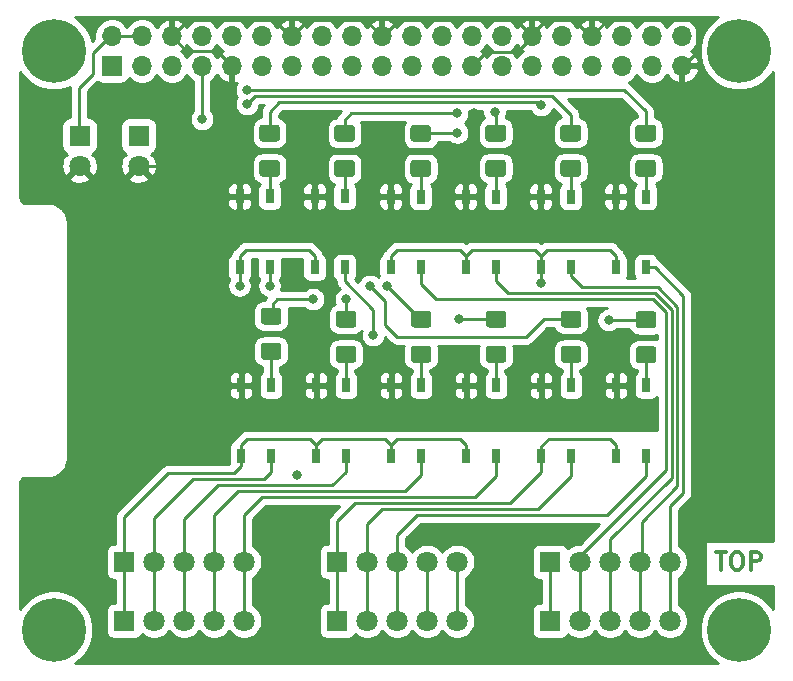
<source format=gbr>
%TF.GenerationSoftware,KiCad,Pcbnew,(5.1.10)-1*%
%TF.CreationDate,2021-12-08T13:53:17+01:00*%
%TF.ProjectId,shield_octo,73686965-6c64-45f6-9f63-746f2e6b6963,1*%
%TF.SameCoordinates,Original*%
%TF.FileFunction,Copper,L1,Top*%
%TF.FilePolarity,Positive*%
%FSLAX46Y46*%
G04 Gerber Fmt 4.6, Leading zero omitted, Abs format (unit mm)*
G04 Created by KiCad (PCBNEW (5.1.10)-1) date 2021-12-08 13:53:17*
%MOMM*%
%LPD*%
G01*
G04 APERTURE LIST*
%TA.AperFunction,NonConductor*%
%ADD10C,0.300000*%
%TD*%
%TA.AperFunction,SMDPad,CuDef*%
%ADD11R,0.800000X1.200000*%
%TD*%
%TA.AperFunction,ComponentPad*%
%ADD12C,1.800000*%
%TD*%
%TA.AperFunction,ComponentPad*%
%ADD13R,1.800000X1.800000*%
%TD*%
%TA.AperFunction,ComponentPad*%
%ADD14O,1.700000X1.700000*%
%TD*%
%TA.AperFunction,ComponentPad*%
%ADD15R,1.700000X1.700000*%
%TD*%
%TA.AperFunction,ComponentPad*%
%ADD16C,5.400000*%
%TD*%
%TA.AperFunction,ViaPad*%
%ADD17C,0.800000*%
%TD*%
%TA.AperFunction,Conductor*%
%ADD18C,0.250000*%
%TD*%
%TA.AperFunction,Conductor*%
%ADD19C,0.254000*%
%TD*%
%TA.AperFunction,Conductor*%
%ADD20C,0.100000*%
%TD*%
G04 APERTURE END LIST*
D10*
X173549714Y-109922571D02*
X174406857Y-109922571D01*
X173978285Y-111422571D02*
X173978285Y-109922571D01*
X175192571Y-109922571D02*
X175478285Y-109922571D01*
X175621142Y-109994000D01*
X175764000Y-110136857D01*
X175835428Y-110422571D01*
X175835428Y-110922571D01*
X175764000Y-111208285D01*
X175621142Y-111351142D01*
X175478285Y-111422571D01*
X175192571Y-111422571D01*
X175049714Y-111351142D01*
X174906857Y-111208285D01*
X174835428Y-110922571D01*
X174835428Y-110422571D01*
X174906857Y-110136857D01*
X175049714Y-109994000D01*
X175192571Y-109922571D01*
X176478285Y-111422571D02*
X176478285Y-109922571D01*
X177049714Y-109922571D01*
X177192571Y-109994000D01*
X177264000Y-110065428D01*
X177335428Y-110208285D01*
X177335428Y-110422571D01*
X177264000Y-110565428D01*
X177192571Y-110636857D01*
X177049714Y-110708285D01*
X176478285Y-110708285D01*
D11*
%TO.P,K9,3*%
%TO.N,/COM2*%
X139570000Y-85810000D03*
%TO.P,K9,2*%
%TO.N,GND*%
X139570000Y-79810000D03*
%TO.P,K9,1*%
%TO.N,Net-(K9-Pad1)*%
X142110000Y-79810000D03*
%TO.P,K9,4*%
%TO.N,/DRV8*%
X142110000Y-85810000D03*
%TD*%
D12*
%TO.P,X4,2*%
%TO.N,GND*%
X119668000Y-77208000D03*
D13*
%TO.P,X4,1*%
%TO.N,+5V*%
X124668000Y-74668000D03*
D12*
%TO.P,X4,2*%
%TO.N,GND*%
X124668000Y-77208000D03*
D13*
%TO.P,X4,1*%
%TO.N,+5V*%
X119668000Y-74668000D03*
%TD*%
%TO.P,X3,1*%
%TO.N,/COM3*%
X123444000Y-110744000D03*
D12*
%TO.P,X3,2*%
%TO.N,/DRV9*%
X125984000Y-110744000D03*
%TO.P,X3,3*%
%TO.N,/DRV10*%
X128524000Y-110744000D03*
%TO.P,X3,4*%
%TO.N,/DRV11*%
X131064000Y-110744000D03*
%TO.P,X3,5*%
%TO.N,/DRV12*%
X133604000Y-110744000D03*
X133604000Y-115744000D03*
%TO.P,X3,4*%
%TO.N,/DRV11*%
X131064000Y-115744000D03*
%TO.P,X3,3*%
%TO.N,/DRV10*%
X128524000Y-115744000D03*
%TO.P,X3,2*%
%TO.N,/DRV9*%
X125984000Y-115744000D03*
D13*
%TO.P,X3,1*%
%TO.N,/COM3*%
X123444000Y-115744000D03*
%TD*%
%TO.P,X2,1*%
%TO.N,/COM2*%
X141478000Y-110744000D03*
D12*
%TO.P,X2,2*%
%TO.N,/DRV5*%
X144018000Y-110744000D03*
%TO.P,X2,3*%
%TO.N,/DRV6*%
X146558000Y-110744000D03*
%TO.P,X2,4*%
%TO.N,/DRV7*%
X149098000Y-110744000D03*
%TO.P,X2,5*%
%TO.N,/DRV8*%
X151638000Y-110744000D03*
X151638000Y-115744000D03*
%TO.P,X2,4*%
%TO.N,/DRV7*%
X149098000Y-115744000D03*
%TO.P,X2,3*%
%TO.N,/DRV6*%
X146558000Y-115744000D03*
%TO.P,X2,2*%
%TO.N,/DRV5*%
X144018000Y-115744000D03*
D13*
%TO.P,X2,1*%
%TO.N,/COM2*%
X141478000Y-115744000D03*
%TD*%
%TO.P,X1,1*%
%TO.N,/COM1*%
X159500000Y-110744000D03*
D12*
%TO.P,X1,2*%
%TO.N,/DRV1*%
X162040000Y-110744000D03*
%TO.P,X1,3*%
%TO.N,/DRV2*%
X164580000Y-110744000D03*
%TO.P,X1,4*%
%TO.N,/DRV3*%
X167120000Y-110744000D03*
%TO.P,X1,5*%
%TO.N,/DRV4*%
X169660000Y-110744000D03*
X169660000Y-115744000D03*
%TO.P,X1,4*%
%TO.N,/DRV3*%
X167120000Y-115744000D03*
%TO.P,X1,3*%
%TO.N,/DRV2*%
X164580000Y-115744000D03*
%TO.P,X1,2*%
%TO.N,/DRV1*%
X162040000Y-115744000D03*
D13*
%TO.P,X1,1*%
%TO.N,/COM1*%
X159500000Y-115744000D03*
%TD*%
%TO.P,R12,2*%
%TO.N,/CMD12*%
%TA.AperFunction,SMDPad,CuDef*%
G36*
G01*
X155565000Y-90919000D02*
X154315000Y-90919000D01*
G75*
G02*
X154065000Y-90669000I0J250000D01*
G01*
X154065000Y-89744000D01*
G75*
G02*
X154315000Y-89494000I250000J0D01*
G01*
X155565000Y-89494000D01*
G75*
G02*
X155815000Y-89744000I0J-250000D01*
G01*
X155815000Y-90669000D01*
G75*
G02*
X155565000Y-90919000I-250000J0D01*
G01*
G37*
%TD.AperFunction*%
%TO.P,R12,1*%
%TO.N,Net-(K13-Pad1)*%
%TA.AperFunction,SMDPad,CuDef*%
G36*
G01*
X155565000Y-93894000D02*
X154315000Y-93894000D01*
G75*
G02*
X154065000Y-93644000I0J250000D01*
G01*
X154065000Y-92719000D01*
G75*
G02*
X154315000Y-92469000I250000J0D01*
G01*
X155565000Y-92469000D01*
G75*
G02*
X155815000Y-92719000I0J-250000D01*
G01*
X155815000Y-93644000D01*
G75*
G02*
X155565000Y-93894000I-250000J0D01*
G01*
G37*
%TD.AperFunction*%
%TD*%
%TO.P,R11,2*%
%TO.N,/CMD11*%
%TA.AperFunction,SMDPad,CuDef*%
G36*
G01*
X149215000Y-90919000D02*
X147965000Y-90919000D01*
G75*
G02*
X147715000Y-90669000I0J250000D01*
G01*
X147715000Y-89744000D01*
G75*
G02*
X147965000Y-89494000I250000J0D01*
G01*
X149215000Y-89494000D01*
G75*
G02*
X149465000Y-89744000I0J-250000D01*
G01*
X149465000Y-90669000D01*
G75*
G02*
X149215000Y-90919000I-250000J0D01*
G01*
G37*
%TD.AperFunction*%
%TO.P,R11,1*%
%TO.N,Net-(K12-Pad1)*%
%TA.AperFunction,SMDPad,CuDef*%
G36*
G01*
X149215000Y-93894000D02*
X147965000Y-93894000D01*
G75*
G02*
X147715000Y-93644000I0J250000D01*
G01*
X147715000Y-92719000D01*
G75*
G02*
X147965000Y-92469000I250000J0D01*
G01*
X149215000Y-92469000D01*
G75*
G02*
X149465000Y-92719000I0J-250000D01*
G01*
X149465000Y-93644000D01*
G75*
G02*
X149215000Y-93894000I-250000J0D01*
G01*
G37*
%TD.AperFunction*%
%TD*%
%TO.P,R10,2*%
%TO.N,/CMD10*%
%TA.AperFunction,SMDPad,CuDef*%
G36*
G01*
X142865000Y-90919000D02*
X141615000Y-90919000D01*
G75*
G02*
X141365000Y-90669000I0J250000D01*
G01*
X141365000Y-89744000D01*
G75*
G02*
X141615000Y-89494000I250000J0D01*
G01*
X142865000Y-89494000D01*
G75*
G02*
X143115000Y-89744000I0J-250000D01*
G01*
X143115000Y-90669000D01*
G75*
G02*
X142865000Y-90919000I-250000J0D01*
G01*
G37*
%TD.AperFunction*%
%TO.P,R10,1*%
%TO.N,Net-(K11-Pad1)*%
%TA.AperFunction,SMDPad,CuDef*%
G36*
G01*
X142865000Y-93894000D02*
X141615000Y-93894000D01*
G75*
G02*
X141365000Y-93644000I0J250000D01*
G01*
X141365000Y-92719000D01*
G75*
G02*
X141615000Y-92469000I250000J0D01*
G01*
X142865000Y-92469000D01*
G75*
G02*
X143115000Y-92719000I0J-250000D01*
G01*
X143115000Y-93644000D01*
G75*
G02*
X142865000Y-93894000I-250000J0D01*
G01*
G37*
%TD.AperFunction*%
%TD*%
%TO.P,R9,2*%
%TO.N,/CMD9*%
%TA.AperFunction,SMDPad,CuDef*%
G36*
G01*
X136515000Y-90665000D02*
X135265000Y-90665000D01*
G75*
G02*
X135015000Y-90415000I0J250000D01*
G01*
X135015000Y-89490000D01*
G75*
G02*
X135265000Y-89240000I250000J0D01*
G01*
X136515000Y-89240000D01*
G75*
G02*
X136765000Y-89490000I0J-250000D01*
G01*
X136765000Y-90415000D01*
G75*
G02*
X136515000Y-90665000I-250000J0D01*
G01*
G37*
%TD.AperFunction*%
%TO.P,R9,1*%
%TO.N,Net-(K10-Pad1)*%
%TA.AperFunction,SMDPad,CuDef*%
G36*
G01*
X136515000Y-93640000D02*
X135265000Y-93640000D01*
G75*
G02*
X135015000Y-93390000I0J250000D01*
G01*
X135015000Y-92465000D01*
G75*
G02*
X135265000Y-92215000I250000J0D01*
G01*
X136515000Y-92215000D01*
G75*
G02*
X136765000Y-92465000I0J-250000D01*
G01*
X136765000Y-93390000D01*
G75*
G02*
X136515000Y-93640000I-250000J0D01*
G01*
G37*
%TD.AperFunction*%
%TD*%
%TO.P,R8,2*%
%TO.N,/CMD8*%
%TA.AperFunction,SMDPad,CuDef*%
G36*
G01*
X142735000Y-75185000D02*
X141485000Y-75185000D01*
G75*
G02*
X141235000Y-74935000I0J250000D01*
G01*
X141235000Y-74010000D01*
G75*
G02*
X141485000Y-73760000I250000J0D01*
G01*
X142735000Y-73760000D01*
G75*
G02*
X142985000Y-74010000I0J-250000D01*
G01*
X142985000Y-74935000D01*
G75*
G02*
X142735000Y-75185000I-250000J0D01*
G01*
G37*
%TD.AperFunction*%
%TO.P,R8,1*%
%TO.N,Net-(K9-Pad1)*%
%TA.AperFunction,SMDPad,CuDef*%
G36*
G01*
X142735000Y-78160000D02*
X141485000Y-78160000D01*
G75*
G02*
X141235000Y-77910000I0J250000D01*
G01*
X141235000Y-76985000D01*
G75*
G02*
X141485000Y-76735000I250000J0D01*
G01*
X142735000Y-76735000D01*
G75*
G02*
X142985000Y-76985000I0J-250000D01*
G01*
X142985000Y-77910000D01*
G75*
G02*
X142735000Y-78160000I-250000J0D01*
G01*
G37*
%TD.AperFunction*%
%TD*%
%TO.P,R7,2*%
%TO.N,/CMD7*%
%TA.AperFunction,SMDPad,CuDef*%
G36*
G01*
X136385000Y-75171000D02*
X135135000Y-75171000D01*
G75*
G02*
X134885000Y-74921000I0J250000D01*
G01*
X134885000Y-73996000D01*
G75*
G02*
X135135000Y-73746000I250000J0D01*
G01*
X136385000Y-73746000D01*
G75*
G02*
X136635000Y-73996000I0J-250000D01*
G01*
X136635000Y-74921000D01*
G75*
G02*
X136385000Y-75171000I-250000J0D01*
G01*
G37*
%TD.AperFunction*%
%TO.P,R7,1*%
%TO.N,Net-(K8-Pad1)*%
%TA.AperFunction,SMDPad,CuDef*%
G36*
G01*
X136385000Y-78146000D02*
X135135000Y-78146000D01*
G75*
G02*
X134885000Y-77896000I0J250000D01*
G01*
X134885000Y-76971000D01*
G75*
G02*
X135135000Y-76721000I250000J0D01*
G01*
X136385000Y-76721000D01*
G75*
G02*
X136635000Y-76971000I0J-250000D01*
G01*
X136635000Y-77896000D01*
G75*
G02*
X136385000Y-78146000I-250000J0D01*
G01*
G37*
%TD.AperFunction*%
%TD*%
%TO.P,R6,2*%
%TO.N,/CMD6*%
%TA.AperFunction,SMDPad,CuDef*%
G36*
G01*
X168265000Y-90955500D02*
X167015000Y-90955500D01*
G75*
G02*
X166765000Y-90705500I0J250000D01*
G01*
X166765000Y-89780500D01*
G75*
G02*
X167015000Y-89530500I250000J0D01*
G01*
X168265000Y-89530500D01*
G75*
G02*
X168515000Y-89780500I0J-250000D01*
G01*
X168515000Y-90705500D01*
G75*
G02*
X168265000Y-90955500I-250000J0D01*
G01*
G37*
%TD.AperFunction*%
%TO.P,R6,1*%
%TO.N,Net-(K7-Pad1)*%
%TA.AperFunction,SMDPad,CuDef*%
G36*
G01*
X168265000Y-93930500D02*
X167015000Y-93930500D01*
G75*
G02*
X166765000Y-93680500I0J250000D01*
G01*
X166765000Y-92755500D01*
G75*
G02*
X167015000Y-92505500I250000J0D01*
G01*
X168265000Y-92505500D01*
G75*
G02*
X168515000Y-92755500I0J-250000D01*
G01*
X168515000Y-93680500D01*
G75*
G02*
X168265000Y-93930500I-250000J0D01*
G01*
G37*
%TD.AperFunction*%
%TD*%
%TO.P,R5,2*%
%TO.N,/CMD5*%
%TA.AperFunction,SMDPad,CuDef*%
G36*
G01*
X161915000Y-90919000D02*
X160665000Y-90919000D01*
G75*
G02*
X160415000Y-90669000I0J250000D01*
G01*
X160415000Y-89744000D01*
G75*
G02*
X160665000Y-89494000I250000J0D01*
G01*
X161915000Y-89494000D01*
G75*
G02*
X162165000Y-89744000I0J-250000D01*
G01*
X162165000Y-90669000D01*
G75*
G02*
X161915000Y-90919000I-250000J0D01*
G01*
G37*
%TD.AperFunction*%
%TO.P,R5,1*%
%TO.N,Net-(K6-Pad1)*%
%TA.AperFunction,SMDPad,CuDef*%
G36*
G01*
X161915000Y-93894000D02*
X160665000Y-93894000D01*
G75*
G02*
X160415000Y-93644000I0J250000D01*
G01*
X160415000Y-92719000D01*
G75*
G02*
X160665000Y-92469000I250000J0D01*
G01*
X161915000Y-92469000D01*
G75*
G02*
X162165000Y-92719000I0J-250000D01*
G01*
X162165000Y-93644000D01*
G75*
G02*
X161915000Y-93894000I-250000J0D01*
G01*
G37*
%TD.AperFunction*%
%TD*%
%TO.P,R4,2*%
%TO.N,/CMD4*%
%TA.AperFunction,SMDPad,CuDef*%
G36*
G01*
X168229000Y-75171000D02*
X166979000Y-75171000D01*
G75*
G02*
X166729000Y-74921000I0J250000D01*
G01*
X166729000Y-73996000D01*
G75*
G02*
X166979000Y-73746000I250000J0D01*
G01*
X168229000Y-73746000D01*
G75*
G02*
X168479000Y-73996000I0J-250000D01*
G01*
X168479000Y-74921000D01*
G75*
G02*
X168229000Y-75171000I-250000J0D01*
G01*
G37*
%TD.AperFunction*%
%TO.P,R4,1*%
%TO.N,Net-(K5-Pad1)*%
%TA.AperFunction,SMDPad,CuDef*%
G36*
G01*
X168229000Y-78146000D02*
X166979000Y-78146000D01*
G75*
G02*
X166729000Y-77896000I0J250000D01*
G01*
X166729000Y-76971000D01*
G75*
G02*
X166979000Y-76721000I250000J0D01*
G01*
X168229000Y-76721000D01*
G75*
G02*
X168479000Y-76971000I0J-250000D01*
G01*
X168479000Y-77896000D01*
G75*
G02*
X168229000Y-78146000I-250000J0D01*
G01*
G37*
%TD.AperFunction*%
%TD*%
%TO.P,R3,2*%
%TO.N,/CMD3*%
%TA.AperFunction,SMDPad,CuDef*%
G36*
G01*
X161879000Y-75171000D02*
X160629000Y-75171000D01*
G75*
G02*
X160379000Y-74921000I0J250000D01*
G01*
X160379000Y-73996000D01*
G75*
G02*
X160629000Y-73746000I250000J0D01*
G01*
X161879000Y-73746000D01*
G75*
G02*
X162129000Y-73996000I0J-250000D01*
G01*
X162129000Y-74921000D01*
G75*
G02*
X161879000Y-75171000I-250000J0D01*
G01*
G37*
%TD.AperFunction*%
%TO.P,R3,1*%
%TO.N,Net-(K4-Pad1)*%
%TA.AperFunction,SMDPad,CuDef*%
G36*
G01*
X161879000Y-78146000D02*
X160629000Y-78146000D01*
G75*
G02*
X160379000Y-77896000I0J250000D01*
G01*
X160379000Y-76971000D01*
G75*
G02*
X160629000Y-76721000I250000J0D01*
G01*
X161879000Y-76721000D01*
G75*
G02*
X162129000Y-76971000I0J-250000D01*
G01*
X162129000Y-77896000D01*
G75*
G02*
X161879000Y-78146000I-250000J0D01*
G01*
G37*
%TD.AperFunction*%
%TD*%
%TO.P,R2,2*%
%TO.N,/CMD2*%
%TA.AperFunction,SMDPad,CuDef*%
G36*
G01*
X155529000Y-75171000D02*
X154279000Y-75171000D01*
G75*
G02*
X154029000Y-74921000I0J250000D01*
G01*
X154029000Y-73996000D01*
G75*
G02*
X154279000Y-73746000I250000J0D01*
G01*
X155529000Y-73746000D01*
G75*
G02*
X155779000Y-73996000I0J-250000D01*
G01*
X155779000Y-74921000D01*
G75*
G02*
X155529000Y-75171000I-250000J0D01*
G01*
G37*
%TD.AperFunction*%
%TO.P,R2,1*%
%TO.N,Net-(K3-Pad1)*%
%TA.AperFunction,SMDPad,CuDef*%
G36*
G01*
X155529000Y-78146000D02*
X154279000Y-78146000D01*
G75*
G02*
X154029000Y-77896000I0J250000D01*
G01*
X154029000Y-76971000D01*
G75*
G02*
X154279000Y-76721000I250000J0D01*
G01*
X155529000Y-76721000D01*
G75*
G02*
X155779000Y-76971000I0J-250000D01*
G01*
X155779000Y-77896000D01*
G75*
G02*
X155529000Y-78146000I-250000J0D01*
G01*
G37*
%TD.AperFunction*%
%TD*%
%TO.P,R1,2*%
%TO.N,/CMD1*%
%TA.AperFunction,SMDPad,CuDef*%
G36*
G01*
X149179000Y-75187000D02*
X147929000Y-75187000D01*
G75*
G02*
X147679000Y-74937000I0J250000D01*
G01*
X147679000Y-74012000D01*
G75*
G02*
X147929000Y-73762000I250000J0D01*
G01*
X149179000Y-73762000D01*
G75*
G02*
X149429000Y-74012000I0J-250000D01*
G01*
X149429000Y-74937000D01*
G75*
G02*
X149179000Y-75187000I-250000J0D01*
G01*
G37*
%TD.AperFunction*%
%TO.P,R1,1*%
%TO.N,Net-(K2-Pad1)*%
%TA.AperFunction,SMDPad,CuDef*%
G36*
G01*
X149179000Y-78162000D02*
X147929000Y-78162000D01*
G75*
G02*
X147679000Y-77912000I0J250000D01*
G01*
X147679000Y-76987000D01*
G75*
G02*
X147929000Y-76737000I250000J0D01*
G01*
X149179000Y-76737000D01*
G75*
G02*
X149429000Y-76987000I0J-250000D01*
G01*
X149429000Y-77912000D01*
G75*
G02*
X149179000Y-78162000I-250000J0D01*
G01*
G37*
%TD.AperFunction*%
%TD*%
D11*
%TO.P,K13,3*%
%TO.N,/COM3*%
X152400000Y-101806000D03*
%TO.P,K13,2*%
%TO.N,GND*%
X152400000Y-95806000D03*
%TO.P,K13,1*%
%TO.N,Net-(K13-Pad1)*%
X154940000Y-95806000D03*
%TO.P,K13,4*%
%TO.N,/DRV12*%
X154940000Y-101806000D03*
%TD*%
%TO.P,K12,3*%
%TO.N,/COM3*%
X146050000Y-101806000D03*
%TO.P,K12,2*%
%TO.N,GND*%
X146050000Y-95806000D03*
%TO.P,K12,1*%
%TO.N,Net-(K12-Pad1)*%
X148590000Y-95806000D03*
%TO.P,K12,4*%
%TO.N,/DRV11*%
X148590000Y-101806000D03*
%TD*%
%TO.P,K11,3*%
%TO.N,/COM3*%
X139700000Y-101806000D03*
%TO.P,K11,2*%
%TO.N,GND*%
X139700000Y-95806000D03*
%TO.P,K11,1*%
%TO.N,Net-(K11-Pad1)*%
X142240000Y-95806000D03*
%TO.P,K11,4*%
%TO.N,/DRV10*%
X142240000Y-101806000D03*
%TD*%
%TO.P,K10,3*%
%TO.N,/COM3*%
X133350000Y-101806000D03*
%TO.P,K10,2*%
%TO.N,GND*%
X133350000Y-95806000D03*
%TO.P,K10,1*%
%TO.N,Net-(K10-Pad1)*%
X135890000Y-95806000D03*
%TO.P,K10,4*%
%TO.N,/DRV9*%
X135890000Y-101806000D03*
%TD*%
%TO.P,K8,3*%
%TO.N,/COM2*%
X133220000Y-85810000D03*
%TO.P,K8,2*%
%TO.N,GND*%
X133220000Y-79810000D03*
%TO.P,K8,1*%
%TO.N,Net-(K8-Pad1)*%
X135760000Y-79810000D03*
%TO.P,K8,4*%
%TO.N,/DRV7*%
X135760000Y-85810000D03*
%TD*%
%TO.P,K7,3*%
%TO.N,/COM2*%
X165100000Y-101806000D03*
%TO.P,K7,2*%
%TO.N,GND*%
X165100000Y-95806000D03*
%TO.P,K7,1*%
%TO.N,Net-(K7-Pad1)*%
X167640000Y-95806000D03*
%TO.P,K7,4*%
%TO.N,/DRV6*%
X167640000Y-101806000D03*
%TD*%
%TO.P,K6,3*%
%TO.N,/COM2*%
X158750000Y-101806000D03*
%TO.P,K6,2*%
%TO.N,GND*%
X158750000Y-95806000D03*
%TO.P,K6,1*%
%TO.N,Net-(K6-Pad1)*%
X161290000Y-95806000D03*
%TO.P,K6,4*%
%TO.N,/DRV5*%
X161290000Y-101806000D03*
%TD*%
%TO.P,K5,3*%
%TO.N,/COM1*%
X165064000Y-85820000D03*
%TO.P,K5,2*%
%TO.N,GND*%
X165064000Y-79820000D03*
%TO.P,K5,1*%
%TO.N,Net-(K5-Pad1)*%
X167604000Y-79820000D03*
%TO.P,K5,4*%
%TO.N,/DRV4*%
X167604000Y-85820000D03*
%TD*%
%TO.P,K4,3*%
%TO.N,/COM1*%
X158714000Y-85820000D03*
%TO.P,K4,2*%
%TO.N,GND*%
X158714000Y-79820000D03*
%TO.P,K4,1*%
%TO.N,Net-(K4-Pad1)*%
X161254000Y-79820000D03*
%TO.P,K4,4*%
%TO.N,/DRV3*%
X161254000Y-85820000D03*
%TD*%
%TO.P,K3,3*%
%TO.N,/COM1*%
X152364000Y-85820000D03*
%TO.P,K3,2*%
%TO.N,GND*%
X152364000Y-79820000D03*
%TO.P,K3,1*%
%TO.N,Net-(K3-Pad1)*%
X154904000Y-79820000D03*
%TO.P,K3,4*%
%TO.N,/DRV2*%
X154904000Y-85820000D03*
%TD*%
%TO.P,K2,3*%
%TO.N,/COM1*%
X146014000Y-85820000D03*
%TO.P,K2,2*%
%TO.N,GND*%
X146014000Y-79820000D03*
%TO.P,K2,1*%
%TO.N,Net-(K2-Pad1)*%
X148554000Y-79820000D03*
%TO.P,K2,4*%
%TO.N,/DRV1*%
X148554000Y-85820000D03*
%TD*%
D14*
%TO.P,K1,40*%
%TO.N,Net-(K1-Pad40)*%
X170660000Y-66230000D03*
%TO.P,K1,39*%
%TO.N,GND*%
X170660000Y-68770000D03*
%TO.P,K1,38*%
%TO.N,Net-(K1-Pad38)*%
X168120000Y-66230000D03*
%TO.P,K1,37*%
%TO.N,Net-(K1-Pad37)*%
X168120000Y-68770000D03*
%TO.P,K1,36*%
%TO.N,Net-(K1-Pad36)*%
X165580000Y-66230000D03*
%TO.P,K1,35*%
%TO.N,Net-(K1-Pad35)*%
X165580000Y-68770000D03*
%TO.P,K1,34*%
%TO.N,GND*%
X163040000Y-66230000D03*
%TO.P,K1,33*%
%TO.N,Net-(K1-Pad33)*%
X163040000Y-68770000D03*
%TO.P,K1,32*%
%TO.N,Net-(K1-Pad32)*%
X160500000Y-66230000D03*
%TO.P,K1,31*%
%TO.N,/CMD7*%
X160500000Y-68770000D03*
%TO.P,K1,30*%
%TO.N,GND*%
X157960000Y-66230000D03*
%TO.P,K1,29*%
%TO.N,/CMD6*%
X157960000Y-68770000D03*
%TO.P,K1,28*%
%TO.N,/CMD2*%
X155420000Y-66230000D03*
%TO.P,K1,27*%
%TO.N,/CMD1*%
X155420000Y-68770000D03*
%TO.P,K1,26*%
%TO.N,/CMD8*%
X152880000Y-66230000D03*
%TO.P,K1,25*%
%TO.N,GND*%
X152880000Y-68770000D03*
%TO.P,K1,24*%
%TO.N,/CMD9*%
X150340000Y-66230000D03*
%TO.P,K1,23*%
%TO.N,/CMD12*%
X150340000Y-68770000D03*
%TO.P,K1,22*%
%TO.N,Net-(K1-Pad22)*%
X147800000Y-66230000D03*
%TO.P,K1,21*%
%TO.N,/CMD10*%
X147800000Y-68770000D03*
%TO.P,K1,20*%
%TO.N,GND*%
X145260000Y-66230000D03*
%TO.P,K1,19*%
%TO.N,/CMD11*%
X145260000Y-68770000D03*
%TO.P,K1,18*%
%TO.N,Net-(K1-Pad18)*%
X142720000Y-66230000D03*
%TO.P,K1,17*%
%TO.N,Net-(K1-Pad17)*%
X142720000Y-68770000D03*
%TO.P,K1,16*%
%TO.N,Net-(K1-Pad16)*%
X140180000Y-66230000D03*
%TO.P,K1,15*%
%TO.N,Net-(K1-Pad15)*%
X140180000Y-68770000D03*
%TO.P,K1,14*%
%TO.N,GND*%
X137640000Y-66230000D03*
%TO.P,K1,13*%
%TO.N,Net-(K1-Pad13)*%
X137640000Y-68770000D03*
%TO.P,K1,12*%
%TO.N,Net-(K1-Pad12)*%
X135100000Y-66230000D03*
%TO.P,K1,11*%
%TO.N,Net-(K1-Pad11)*%
X135100000Y-68770000D03*
%TO.P,K1,10*%
%TO.N,Net-(K1-Pad10)*%
X132560000Y-66230000D03*
%TO.P,K1,9*%
%TO.N,GND*%
X132560000Y-68770000D03*
%TO.P,K1,8*%
%TO.N,Net-(K1-Pad8)*%
X130020000Y-66230000D03*
%TO.P,K1,7*%
%TO.N,/CMD5*%
X130020000Y-68770000D03*
%TO.P,K1,6*%
%TO.N,GND*%
X127480000Y-66230000D03*
%TO.P,K1,5*%
%TO.N,/CMD4*%
X127480000Y-68770000D03*
%TO.P,K1,4*%
%TO.N,+5V*%
X124940000Y-66230000D03*
%TO.P,K1,3*%
%TO.N,/CMD3*%
X124940000Y-68770000D03*
%TO.P,K1,2*%
%TO.N,+5V*%
X122400000Y-66230000D03*
D15*
%TO.P,K1,1*%
%TO.N,Net-(K1-Pad1)*%
X122400000Y-68770000D03*
%TD*%
D16*
%TO.P,H4,1*%
%TO.N,N/C*%
X175500000Y-67500000D03*
%TD*%
%TO.P,H3,1*%
%TO.N,N/C*%
X117500000Y-116500000D03*
%TD*%
%TO.P,H2,1*%
%TO.N,N/C*%
X175500000Y-116500000D03*
%TD*%
%TO.P,H1,1*%
%TO.N,N/C*%
X117500000Y-67500000D03*
%TD*%
D17*
%TO.N,GND*%
X137500000Y-118500000D03*
X137500000Y-113000000D03*
X137500000Y-108000000D03*
X155500000Y-118500000D03*
X155500000Y-113000000D03*
X155500000Y-108000000D03*
X176000000Y-108000000D03*
X176000000Y-98000000D03*
X176022000Y-86868000D03*
X176000000Y-78000000D03*
X117000000Y-108000000D03*
X157000000Y-96500000D03*
X163500000Y-96500000D03*
X138000000Y-96500000D03*
X138049000Y-103378000D03*
X156972000Y-77470000D03*
X159258000Y-77470000D03*
X129540000Y-101600000D03*
X116967000Y-71374000D03*
X122301000Y-71374000D03*
X119634000Y-81153000D03*
X119634000Y-94615000D03*
X130048000Y-81153000D03*
X153035000Y-72771000D03*
%TO.N,/CMD7*%
X158763000Y-72086205D03*
%TO.N,/CMD6*%
X164465000Y-90297000D03*
%TO.N,/CMD2*%
X154806889Y-72707458D03*
%TO.N,/CMD1*%
X151637994Y-74422000D03*
%TO.N,/CMD8*%
X151638000Y-72771000D03*
%TO.N,/CMD9*%
X139446000Y-88519000D03*
%TO.N,/CMD12*%
X151765000Y-90170000D03*
%TO.N,/CMD10*%
X142240000Y-88519000D03*
%TO.N,/CMD11*%
X145669000Y-87376000D03*
%TO.N,/CMD5*%
X144272000Y-87376000D03*
X130048000Y-73279000D03*
%TO.N,/CMD4*%
X133832786Y-70811184D03*
%TO.N,/CMD3*%
X133858000Y-72009000D03*
%TO.N,/COM1*%
X158750000Y-87122000D03*
%TO.N,/COM2*%
X133223000Y-87376000D03*
%TO.N,/DRV7*%
X135763000Y-87376000D03*
%TO.N,/DRV8*%
X144526000Y-91567014D03*
%TD*%
D18*
%TO.N,GND*%
X128813000Y-64897000D02*
X131445000Y-64897000D01*
X127480000Y-66230000D02*
X128813000Y-64897000D01*
X136144000Y-64897000D02*
X137541000Y-66294000D01*
X131318000Y-64897000D02*
X136144000Y-64897000D01*
X132560000Y-68770000D02*
X131318000Y-67528000D01*
X137640000Y-66230000D02*
X138973000Y-64897000D01*
X138973000Y-64897000D02*
X143891000Y-64897000D01*
X143891000Y-64897000D02*
X145288000Y-66294000D01*
X145288000Y-66294000D02*
X146685000Y-64897000D01*
X154194999Y-64913999D02*
X154178000Y-64897000D01*
X146685000Y-64897000D02*
X154178000Y-64897000D01*
X171958000Y-67564000D02*
X170688000Y-68834000D01*
X171958000Y-65532000D02*
X171958000Y-67564000D01*
X171323000Y-64897000D02*
X171958000Y-65532000D01*
X164338000Y-64897000D02*
X171323000Y-64897000D01*
X162941000Y-66294000D02*
X164338000Y-64897000D01*
X159131000Y-64897000D02*
X161544000Y-64897000D01*
X157861000Y-66167000D02*
X159131000Y-64897000D01*
X161544000Y-64897000D02*
X162941000Y-66294000D01*
X156591000Y-64897000D02*
X157861000Y-66167000D01*
X154178000Y-64897000D02*
X156591000Y-64897000D01*
X139573000Y-80772000D02*
X139573000Y-79756000D01*
X139065000Y-81280000D02*
X139573000Y-80772000D01*
X133731000Y-81280000D02*
X139065000Y-81280000D01*
X133220000Y-80769000D02*
X133731000Y-81280000D01*
X133220000Y-79810000D02*
X133220000Y-80769000D01*
X139573000Y-80772000D02*
X140081000Y-81280000D01*
X140081000Y-81280000D02*
X140208000Y-81407000D01*
X140208000Y-81407000D02*
X145415000Y-81407000D01*
X145415000Y-81407000D02*
X146050000Y-80772000D01*
X146050000Y-80772000D02*
X146050000Y-79883000D01*
X152400000Y-80772000D02*
X152400000Y-79883000D01*
X151765000Y-81407000D02*
X152400000Y-80772000D01*
X146685000Y-81407000D02*
X151765000Y-81407000D01*
X146050000Y-80772000D02*
X146685000Y-81407000D01*
X152400000Y-80772000D02*
X153035000Y-81407000D01*
X153035000Y-81407000D02*
X157988000Y-81407000D01*
X157988000Y-81407000D02*
X158242000Y-81407000D01*
X158242000Y-81407000D02*
X158750000Y-80899000D01*
X158750000Y-80899000D02*
X158750000Y-79883000D01*
X165100000Y-80899000D02*
X165100000Y-80137000D01*
X164592000Y-81407000D02*
X165100000Y-80899000D01*
X159258000Y-81407000D02*
X164592000Y-81407000D01*
X158750000Y-80899000D02*
X159258000Y-81407000D01*
X139192000Y-97409000D02*
X139700000Y-96901000D01*
X133858000Y-97409000D02*
X139192000Y-97409000D01*
X139700000Y-96901000D02*
X139700000Y-95885000D01*
X133350000Y-96901000D02*
X133858000Y-97409000D01*
X133350000Y-95806000D02*
X133350000Y-96901000D01*
X139700000Y-96901000D02*
X140208000Y-97409000D01*
X140208000Y-97409000D02*
X145034000Y-97409000D01*
X145034000Y-97409000D02*
X145542000Y-97409000D01*
X145542000Y-97409000D02*
X146050000Y-96901000D01*
X146050000Y-96901000D02*
X146050000Y-96012000D01*
X146050000Y-96901000D02*
X146558000Y-97409000D01*
X146558000Y-97409000D02*
X151384000Y-97409000D01*
X151384000Y-97409000D02*
X151892000Y-97409000D01*
X151892000Y-97409000D02*
X152400000Y-96901000D01*
X152400000Y-96901000D02*
X152400000Y-96012000D01*
X158750000Y-96901000D02*
X158750000Y-96139000D01*
X158242000Y-97409000D02*
X158750000Y-96901000D01*
X152908000Y-97409000D02*
X158242000Y-97409000D01*
X152400000Y-96901000D02*
X152908000Y-97409000D01*
X158750000Y-96901000D02*
X159258000Y-97409000D01*
X159258000Y-97409000D02*
X164338000Y-97409000D01*
X164338000Y-97409000D02*
X164592000Y-97409000D01*
X164592000Y-97409000D02*
X165100000Y-96901000D01*
X165100000Y-96901000D02*
X165100000Y-95885000D01*
X132588000Y-71755000D02*
X132588000Y-68707000D01*
X132588000Y-77216000D02*
X124587000Y-77216000D01*
X133220000Y-77848000D02*
X132588000Y-77216000D01*
X133220000Y-79810000D02*
X133220000Y-77848000D01*
X132588000Y-71755000D02*
X132588000Y-77216000D01*
X131826000Y-83185000D02*
X133731000Y-81280000D01*
X131826000Y-87757000D02*
X131826000Y-83185000D01*
X133350000Y-89281000D02*
X131826000Y-87757000D01*
X133350000Y-95806000D02*
X133350000Y-89281000D01*
X131318000Y-67528000D02*
X128742000Y-67528000D01*
X128742000Y-67528000D02*
X127508000Y-66294000D01*
X156737001Y-67544999D02*
X157988000Y-66294000D01*
X154105001Y-67544999D02*
X156737001Y-67544999D01*
X152880000Y-68770000D02*
X154105001Y-67544999D01*
%TO.N,/CMD7*%
X158488001Y-71811206D02*
X158763000Y-72086205D01*
X136595794Y-71811206D02*
X158488001Y-71811206D01*
X135760000Y-72647000D02*
X136595794Y-71811206D01*
X135760000Y-74458500D02*
X135760000Y-72647000D01*
%TO.N,/CMD6*%
X164465000Y-90297000D02*
X167640000Y-90297000D01*
%TO.N,/CMD2*%
X154940000Y-72840569D02*
X154806889Y-72707458D01*
X154940000Y-74422000D02*
X154940000Y-72840569D01*
%TO.N,/CMD1*%
X148554000Y-74474500D02*
X151585494Y-74474500D01*
X151585494Y-74474500D02*
X151637994Y-74422000D01*
%TO.N,/CMD8*%
X142684500Y-72771000D02*
X151638000Y-72771000D01*
X142110000Y-73345500D02*
X142684500Y-72771000D01*
X142110000Y-74472500D02*
X142110000Y-73345500D01*
%TO.N,/CMD9*%
X136017000Y-88900000D02*
X136017000Y-89789000D01*
X136398000Y-88519000D02*
X136017000Y-88900000D01*
X139446000Y-88519000D02*
X136398000Y-88519000D01*
%TO.N,/CMD12*%
X151765000Y-90170000D02*
X154813000Y-90170000D01*
%TO.N,/CMD10*%
X142240000Y-90206500D02*
X142240000Y-88519000D01*
%TO.N,/CMD11*%
X148463000Y-90170000D02*
X146068999Y-87775999D01*
X146068999Y-87775999D02*
X145669000Y-87376000D01*
%TO.N,/CMD5*%
X130048000Y-73279000D02*
X130048000Y-68834000D01*
X145542000Y-88646000D02*
X144272000Y-87376000D01*
X145542000Y-90678000D02*
X145542000Y-88646000D01*
X146558000Y-91694000D02*
X145542000Y-90678000D01*
X157480000Y-91694000D02*
X146558000Y-91694000D01*
X158967500Y-90206500D02*
X157480000Y-91694000D01*
X161290000Y-90206500D02*
X158967500Y-90206500D01*
%TO.N,/CMD4*%
X165807184Y-70811184D02*
X133832786Y-70811184D01*
X167604000Y-74458500D02*
X167604000Y-72608000D01*
X167604000Y-72608000D02*
X165807184Y-70811184D01*
%TO.N,+5V*%
X119634000Y-70612000D02*
X119634000Y-74676000D01*
X120777000Y-67691000D02*
X120777000Y-69469000D01*
X122238000Y-66230000D02*
X120777000Y-67691000D01*
X120777000Y-69469000D02*
X119634000Y-70612000D01*
X124940000Y-66230000D02*
X122238000Y-66230000D01*
%TO.N,/CMD3*%
X159703195Y-71311195D02*
X134555805Y-71311195D01*
X161290000Y-74295000D02*
X161290000Y-72898000D01*
X161290000Y-72898000D02*
X159703195Y-71311195D01*
X134555805Y-71311195D02*
X133858000Y-72009000D01*
%TO.N,/COM1*%
X159500000Y-110744000D02*
X159500000Y-115685000D01*
X146014000Y-85820000D02*
X146014000Y-84872000D01*
X146014000Y-84872000D02*
X146558000Y-84328000D01*
X146558000Y-84328000D02*
X151892000Y-84328000D01*
X151892000Y-84328000D02*
X152400000Y-84836000D01*
X152400000Y-84836000D02*
X152400000Y-85852000D01*
X158750000Y-84836000D02*
X158750000Y-85852000D01*
X158242000Y-84328000D02*
X158750000Y-84836000D01*
X152908000Y-84328000D02*
X158242000Y-84328000D01*
X152400000Y-84836000D02*
X152908000Y-84328000D01*
X165100000Y-84836000D02*
X165100000Y-85852000D01*
X164592000Y-84328000D02*
X165100000Y-84836000D01*
X159258000Y-84328000D02*
X164592000Y-84328000D01*
X158750000Y-84836000D02*
X159258000Y-84328000D01*
X158714000Y-85820000D02*
X158714000Y-87086000D01*
X158714000Y-87086000D02*
X158750000Y-87122000D01*
%TO.N,Net-(K2-Pad1)*%
X148554000Y-79820000D02*
X148554000Y-77633000D01*
%TO.N,/DRV1*%
X162040000Y-115744000D02*
X162040000Y-110756000D01*
X162052000Y-110236000D02*
X162052000Y-110617000D01*
X169291000Y-102997000D02*
X162052000Y-110236000D01*
X169291000Y-89598500D02*
X169291000Y-102997000D01*
X168195522Y-88503022D02*
X169291000Y-89598500D01*
X149844022Y-88503022D02*
X168195522Y-88503022D01*
X148554000Y-87213000D02*
X149844022Y-88503022D01*
X148554000Y-85820000D02*
X148554000Y-87213000D01*
%TO.N,Net-(K3-Pad1)*%
X154904000Y-79820000D02*
X154904000Y-77633000D01*
%TO.N,/DRV2*%
X164580000Y-110744000D02*
X164580000Y-115685000D01*
X169791011Y-89391389D02*
X168402633Y-88003011D01*
X168402633Y-88003011D02*
X155948011Y-88003011D01*
X164580000Y-108851000D02*
X169791011Y-103639989D01*
X164580000Y-110744000D02*
X164580000Y-108851000D01*
X169791011Y-103639989D02*
X169791011Y-89391389D01*
X155948011Y-88003011D02*
X154940000Y-86995000D01*
X154940000Y-86995000D02*
X154940000Y-85725000D01*
%TO.N,Net-(K4-Pad1)*%
X161254000Y-79820000D02*
X161254000Y-77506000D01*
%TO.N,/DRV3*%
X167120000Y-110744000D02*
X167120000Y-115685000D01*
X170291022Y-104346478D02*
X167259000Y-107378500D01*
X170291022Y-89184278D02*
X170291022Y-104346478D01*
X167259000Y-107378500D02*
X167259000Y-110617000D01*
X162179000Y-87503000D02*
X168609744Y-87503000D01*
X161254000Y-86578000D02*
X162179000Y-87503000D01*
X168609744Y-87503000D02*
X170291022Y-89184278D01*
X161254000Y-85820000D02*
X161254000Y-86578000D01*
%TO.N,Net-(K5-Pad1)*%
X167604000Y-79820000D02*
X167604000Y-77760000D01*
%TO.N,/DRV4*%
X169660000Y-115744000D02*
X169660000Y-110986000D01*
X169672000Y-110732000D02*
X169660000Y-110744000D01*
X169672000Y-106045000D02*
X169672000Y-110732000D01*
X170791032Y-104925968D02*
X169672000Y-106045000D01*
X170791032Y-88241032D02*
X170791032Y-104925968D01*
X168370000Y-85820000D02*
X170791032Y-88241032D01*
X167604000Y-85820000D02*
X168370000Y-85820000D01*
%TO.N,/COM2*%
X141478000Y-115744000D02*
X141478000Y-110871000D01*
X139573000Y-84836000D02*
X139573000Y-85725000D01*
X139065000Y-84328000D02*
X139573000Y-84836000D01*
X133731000Y-84328000D02*
X139065000Y-84328000D01*
X133220000Y-84839000D02*
X133731000Y-84328000D01*
X133220000Y-85810000D02*
X133220000Y-84839000D01*
X158750000Y-101806000D02*
X158750000Y-100965000D01*
X158750000Y-100965000D02*
X159385000Y-100330000D01*
X159385000Y-100330000D02*
X164592000Y-100330000D01*
X165100000Y-101806000D02*
X165100000Y-100838000D01*
X164592000Y-100330000D02*
X165100000Y-100838000D01*
X158750000Y-101806000D02*
X158750000Y-103124000D01*
X158750000Y-103124000D02*
X156090990Y-105783010D01*
X156090990Y-105783010D02*
X143009990Y-105783010D01*
X143009990Y-105783010D02*
X141478000Y-107315000D01*
X141478000Y-107315000D02*
X141478000Y-110490000D01*
X133220000Y-87373000D02*
X133223000Y-87376000D01*
X133220000Y-85810000D02*
X133220000Y-87373000D01*
%TO.N,Net-(K6-Pad1)*%
X161290000Y-95806000D02*
X161290000Y-93218000D01*
%TO.N,/DRV5*%
X144018000Y-110744000D02*
X144018000Y-115570000D01*
X144018000Y-110744000D02*
X144018000Y-107569000D01*
X144018000Y-107569000D02*
X145303980Y-106283020D01*
X145303980Y-106283020D02*
X158511980Y-106283020D01*
X158511980Y-106283020D02*
X161290000Y-103505000D01*
X161290000Y-103505000D02*
X161290000Y-101854000D01*
%TO.N,Net-(K7-Pad1)*%
X167640000Y-95806000D02*
X167640000Y-93472000D01*
%TO.N,/DRV6*%
X146558000Y-115744000D02*
X146558000Y-110744000D01*
X167640000Y-103505000D02*
X167640000Y-101854000D01*
X164361970Y-106783030D02*
X167640000Y-103505000D01*
X148232970Y-106783030D02*
X164361970Y-106783030D01*
X146558000Y-108458000D02*
X148232970Y-106783030D01*
X146558000Y-110744000D02*
X146558000Y-108458000D01*
%TO.N,Net-(K8-Pad1)*%
X135760000Y-79810000D02*
X135760000Y-77727000D01*
%TO.N,/DRV7*%
X149098000Y-110744000D02*
X149098000Y-115697000D01*
X135760000Y-87373000D02*
X135763000Y-87376000D01*
X135760000Y-85810000D02*
X135760000Y-87373000D01*
%TO.N,Net-(K9-Pad1)*%
X142110000Y-79810000D02*
X142110000Y-77721000D01*
%TO.N,/DRV8*%
X151638000Y-115744000D02*
X151638000Y-110744000D01*
X144526000Y-89408000D02*
X144526000Y-91567014D01*
X142113000Y-86995000D02*
X144526000Y-89408000D01*
X142113000Y-85979000D02*
X142113000Y-86995000D01*
%TO.N,/COM3*%
X123444000Y-110744000D02*
X123444000Y-115697000D01*
X139700000Y-100838000D02*
X139700000Y-101727000D01*
X139192000Y-100330000D02*
X139700000Y-100838000D01*
X133858000Y-100330000D02*
X139192000Y-100330000D01*
X133350000Y-100838000D02*
X133858000Y-100330000D01*
X133350000Y-101806000D02*
X133350000Y-100838000D01*
X139700000Y-100838000D02*
X140208000Y-100330000D01*
X140208000Y-100330000D02*
X145161000Y-100330000D01*
X145161000Y-100330000D02*
X145542000Y-100330000D01*
X145542000Y-100330000D02*
X146050000Y-100838000D01*
X146050000Y-100838000D02*
X146050000Y-101727000D01*
X146050000Y-100838000D02*
X146558000Y-100330000D01*
X146558000Y-100330000D02*
X151384000Y-100330000D01*
X151384000Y-100330000D02*
X151892000Y-100330000D01*
X151892000Y-100330000D02*
X152400000Y-100838000D01*
X152400000Y-100838000D02*
X152400000Y-101600000D01*
X127119010Y-103258990D02*
X123444000Y-106934000D01*
X132707010Y-103258990D02*
X127119010Y-103258990D01*
X133350000Y-102616000D02*
X132707010Y-103258990D01*
X123444000Y-106934000D02*
X123444000Y-110744000D01*
X133350000Y-101806000D02*
X133350000Y-102616000D01*
%TO.N,Net-(K10-Pad1)*%
X135890000Y-95806000D02*
X135890000Y-93218000D01*
%TO.N,/DRV9*%
X125984000Y-115744000D02*
X125984000Y-110744000D01*
X135890000Y-103124000D02*
X135890000Y-101854000D01*
X135255000Y-103759000D02*
X135890000Y-103124000D01*
X129286000Y-103759000D02*
X135255000Y-103759000D01*
X125984000Y-107061000D02*
X129286000Y-103759000D01*
X125984000Y-110744000D02*
X125984000Y-107061000D01*
%TO.N,Net-(K11-Pad1)*%
X142240000Y-95806000D02*
X142240000Y-93218000D01*
%TO.N,/DRV10*%
X128524000Y-110744000D02*
X128524000Y-115697000D01*
X142240000Y-103124000D02*
X142240000Y-101981000D01*
X131356900Y-104282978D02*
X141081022Y-104282978D01*
X128524000Y-107115878D02*
X131356900Y-104282978D01*
X141081022Y-104282978D02*
X142240000Y-103124000D01*
X128524000Y-110744000D02*
X128524000Y-107115878D01*
%TO.N,Net-(K12-Pad1)*%
X148590000Y-95806000D02*
X148590000Y-93345000D01*
%TO.N,/DRV11*%
X131064000Y-115744000D02*
X131064000Y-110744000D01*
X148590000Y-103378000D02*
X148590000Y-101854000D01*
X147185011Y-104782989D02*
X148590000Y-103378000D01*
X133088011Y-104782989D02*
X147185011Y-104782989D01*
X131064000Y-106807000D02*
X133088011Y-104782989D01*
X131064000Y-110744000D02*
X131064000Y-106807000D01*
%TO.N,Net-(K13-Pad1)*%
X154940000Y-95806000D02*
X154940000Y-93218000D01*
%TO.N,/DRV12*%
X133604000Y-110744000D02*
X133604000Y-115697000D01*
X154940000Y-103505000D02*
X154940000Y-101981000D01*
X135128000Y-105283000D02*
X153162000Y-105283000D01*
X133604000Y-106807000D02*
X135128000Y-105283000D01*
X153162000Y-105283000D02*
X154940000Y-103505000D01*
X133604000Y-110744000D02*
X133604000Y-106807000D01*
%TD*%
D19*
%TO.N,GND*%
X173374061Y-64909536D02*
X172909536Y-65374061D01*
X172544561Y-65920285D01*
X172293162Y-66527216D01*
X172165000Y-67171531D01*
X172165000Y-67828469D01*
X172293162Y-68472784D01*
X172544561Y-69079715D01*
X172909536Y-69625939D01*
X173374061Y-70090464D01*
X173920285Y-70455439D01*
X174527216Y-70706838D01*
X175171531Y-70835000D01*
X175828469Y-70835000D01*
X176472784Y-70706838D01*
X177079715Y-70455439D01*
X177625939Y-70090464D01*
X178090464Y-69625939D01*
X178340000Y-69252482D01*
X178340001Y-108954000D01*
X172621857Y-108954000D01*
X172621857Y-112774000D01*
X178340001Y-112774000D01*
X178340001Y-114747520D01*
X178090464Y-114374061D01*
X177625939Y-113909536D01*
X177079715Y-113544561D01*
X176472784Y-113293162D01*
X175828469Y-113165000D01*
X175171531Y-113165000D01*
X174527216Y-113293162D01*
X173920285Y-113544561D01*
X173374061Y-113909536D01*
X172909536Y-114374061D01*
X172544561Y-114920285D01*
X172293162Y-115527216D01*
X172165000Y-116171531D01*
X172165000Y-116828469D01*
X172293162Y-117472784D01*
X172544561Y-118079715D01*
X172909536Y-118625939D01*
X173374061Y-119090464D01*
X173747518Y-119340000D01*
X119252482Y-119340000D01*
X119625939Y-119090464D01*
X120090464Y-118625939D01*
X120455439Y-118079715D01*
X120706838Y-117472784D01*
X120835000Y-116828469D01*
X120835000Y-116171531D01*
X120706838Y-115527216D01*
X120455439Y-114920285D01*
X120090464Y-114374061D01*
X119625939Y-113909536D01*
X119079715Y-113544561D01*
X118472784Y-113293162D01*
X117828469Y-113165000D01*
X117171531Y-113165000D01*
X116527216Y-113293162D01*
X115920285Y-113544561D01*
X115374061Y-113909536D01*
X114909536Y-114374061D01*
X114660000Y-114747518D01*
X114660000Y-109844000D01*
X121905928Y-109844000D01*
X121905928Y-111644000D01*
X121918188Y-111768482D01*
X121954498Y-111888180D01*
X122013463Y-111998494D01*
X122092815Y-112095185D01*
X122189506Y-112174537D01*
X122299820Y-112233502D01*
X122419518Y-112269812D01*
X122544000Y-112282072D01*
X122684000Y-112282072D01*
X122684001Y-114205928D01*
X122544000Y-114205928D01*
X122419518Y-114218188D01*
X122299820Y-114254498D01*
X122189506Y-114313463D01*
X122092815Y-114392815D01*
X122013463Y-114489506D01*
X121954498Y-114599820D01*
X121918188Y-114719518D01*
X121905928Y-114844000D01*
X121905928Y-116644000D01*
X121918188Y-116768482D01*
X121954498Y-116888180D01*
X122013463Y-116998494D01*
X122092815Y-117095185D01*
X122189506Y-117174537D01*
X122299820Y-117233502D01*
X122419518Y-117269812D01*
X122544000Y-117282072D01*
X124344000Y-117282072D01*
X124468482Y-117269812D01*
X124588180Y-117233502D01*
X124698494Y-117174537D01*
X124795185Y-117095185D01*
X124874537Y-116998494D01*
X124933502Y-116888180D01*
X124939056Y-116869873D01*
X125005495Y-116936312D01*
X125256905Y-117104299D01*
X125536257Y-117220011D01*
X125832816Y-117279000D01*
X126135184Y-117279000D01*
X126431743Y-117220011D01*
X126711095Y-117104299D01*
X126962505Y-116936312D01*
X127176312Y-116722505D01*
X127254000Y-116606237D01*
X127331688Y-116722505D01*
X127545495Y-116936312D01*
X127796905Y-117104299D01*
X128076257Y-117220011D01*
X128372816Y-117279000D01*
X128675184Y-117279000D01*
X128971743Y-117220011D01*
X129251095Y-117104299D01*
X129502505Y-116936312D01*
X129716312Y-116722505D01*
X129794000Y-116606237D01*
X129871688Y-116722505D01*
X130085495Y-116936312D01*
X130336905Y-117104299D01*
X130616257Y-117220011D01*
X130912816Y-117279000D01*
X131215184Y-117279000D01*
X131511743Y-117220011D01*
X131791095Y-117104299D01*
X132042505Y-116936312D01*
X132256312Y-116722505D01*
X132334000Y-116606237D01*
X132411688Y-116722505D01*
X132625495Y-116936312D01*
X132876905Y-117104299D01*
X133156257Y-117220011D01*
X133452816Y-117279000D01*
X133755184Y-117279000D01*
X134051743Y-117220011D01*
X134331095Y-117104299D01*
X134582505Y-116936312D01*
X134796312Y-116722505D01*
X134964299Y-116471095D01*
X135080011Y-116191743D01*
X135139000Y-115895184D01*
X135139000Y-115592816D01*
X135080011Y-115296257D01*
X134964299Y-115016905D01*
X134796312Y-114765495D01*
X134582505Y-114551688D01*
X134364000Y-114405687D01*
X134364000Y-112082313D01*
X134582505Y-111936312D01*
X134796312Y-111722505D01*
X134964299Y-111471095D01*
X135080011Y-111191743D01*
X135139000Y-110895184D01*
X135139000Y-110592816D01*
X135080011Y-110296257D01*
X134964299Y-110016905D01*
X134796312Y-109765495D01*
X134582505Y-109551688D01*
X134364000Y-109405687D01*
X134364000Y-107121801D01*
X135442803Y-106043000D01*
X141675199Y-106043000D01*
X140967003Y-106751196D01*
X140937999Y-106774999D01*
X140885886Y-106838499D01*
X140843026Y-106890724D01*
X140809084Y-106954225D01*
X140772454Y-107022754D01*
X140728997Y-107166015D01*
X140718000Y-107277668D01*
X140718000Y-107277678D01*
X140714324Y-107315000D01*
X140718000Y-107352323D01*
X140718001Y-109205928D01*
X140578000Y-109205928D01*
X140453518Y-109218188D01*
X140333820Y-109254498D01*
X140223506Y-109313463D01*
X140126815Y-109392815D01*
X140047463Y-109489506D01*
X139988498Y-109599820D01*
X139952188Y-109719518D01*
X139939928Y-109844000D01*
X139939928Y-111644000D01*
X139952188Y-111768482D01*
X139988498Y-111888180D01*
X140047463Y-111998494D01*
X140126815Y-112095185D01*
X140223506Y-112174537D01*
X140333820Y-112233502D01*
X140453518Y-112269812D01*
X140578000Y-112282072D01*
X140718001Y-112282072D01*
X140718000Y-114205928D01*
X140578000Y-114205928D01*
X140453518Y-114218188D01*
X140333820Y-114254498D01*
X140223506Y-114313463D01*
X140126815Y-114392815D01*
X140047463Y-114489506D01*
X139988498Y-114599820D01*
X139952188Y-114719518D01*
X139939928Y-114844000D01*
X139939928Y-116644000D01*
X139952188Y-116768482D01*
X139988498Y-116888180D01*
X140047463Y-116998494D01*
X140126815Y-117095185D01*
X140223506Y-117174537D01*
X140333820Y-117233502D01*
X140453518Y-117269812D01*
X140578000Y-117282072D01*
X142378000Y-117282072D01*
X142502482Y-117269812D01*
X142622180Y-117233502D01*
X142732494Y-117174537D01*
X142829185Y-117095185D01*
X142908537Y-116998494D01*
X142967502Y-116888180D01*
X142973056Y-116869873D01*
X143039495Y-116936312D01*
X143290905Y-117104299D01*
X143570257Y-117220011D01*
X143866816Y-117279000D01*
X144169184Y-117279000D01*
X144465743Y-117220011D01*
X144745095Y-117104299D01*
X144996505Y-116936312D01*
X145210312Y-116722505D01*
X145288000Y-116606237D01*
X145365688Y-116722505D01*
X145579495Y-116936312D01*
X145830905Y-117104299D01*
X146110257Y-117220011D01*
X146406816Y-117279000D01*
X146709184Y-117279000D01*
X147005743Y-117220011D01*
X147285095Y-117104299D01*
X147536505Y-116936312D01*
X147750312Y-116722505D01*
X147828000Y-116606237D01*
X147905688Y-116722505D01*
X148119495Y-116936312D01*
X148370905Y-117104299D01*
X148650257Y-117220011D01*
X148946816Y-117279000D01*
X149249184Y-117279000D01*
X149545743Y-117220011D01*
X149825095Y-117104299D01*
X150076505Y-116936312D01*
X150290312Y-116722505D01*
X150368000Y-116606237D01*
X150445688Y-116722505D01*
X150659495Y-116936312D01*
X150910905Y-117104299D01*
X151190257Y-117220011D01*
X151486816Y-117279000D01*
X151789184Y-117279000D01*
X152085743Y-117220011D01*
X152365095Y-117104299D01*
X152616505Y-116936312D01*
X152830312Y-116722505D01*
X152998299Y-116471095D01*
X153114011Y-116191743D01*
X153173000Y-115895184D01*
X153173000Y-115592816D01*
X153114011Y-115296257D01*
X152998299Y-115016905D01*
X152830312Y-114765495D01*
X152616505Y-114551688D01*
X152398000Y-114405687D01*
X152398000Y-112082313D01*
X152616505Y-111936312D01*
X152830312Y-111722505D01*
X152998299Y-111471095D01*
X153114011Y-111191743D01*
X153173000Y-110895184D01*
X153173000Y-110592816D01*
X153114011Y-110296257D01*
X152998299Y-110016905D01*
X152830312Y-109765495D01*
X152616505Y-109551688D01*
X152365095Y-109383701D01*
X152085743Y-109267989D01*
X151789184Y-109209000D01*
X151486816Y-109209000D01*
X151190257Y-109267989D01*
X150910905Y-109383701D01*
X150659495Y-109551688D01*
X150445688Y-109765495D01*
X150368000Y-109881763D01*
X150290312Y-109765495D01*
X150076505Y-109551688D01*
X149825095Y-109383701D01*
X149545743Y-109267989D01*
X149249184Y-109209000D01*
X148946816Y-109209000D01*
X148650257Y-109267989D01*
X148370905Y-109383701D01*
X148119495Y-109551688D01*
X147905688Y-109765495D01*
X147828000Y-109881763D01*
X147750312Y-109765495D01*
X147536505Y-109551688D01*
X147318000Y-109405687D01*
X147318000Y-108772801D01*
X148547772Y-107543030D01*
X163670169Y-107543030D01*
X162004199Y-109209000D01*
X161888816Y-109209000D01*
X161592257Y-109267989D01*
X161312905Y-109383701D01*
X161061495Y-109551688D01*
X160995056Y-109618127D01*
X160989502Y-109599820D01*
X160930537Y-109489506D01*
X160851185Y-109392815D01*
X160754494Y-109313463D01*
X160644180Y-109254498D01*
X160524482Y-109218188D01*
X160400000Y-109205928D01*
X158600000Y-109205928D01*
X158475518Y-109218188D01*
X158355820Y-109254498D01*
X158245506Y-109313463D01*
X158148815Y-109392815D01*
X158069463Y-109489506D01*
X158010498Y-109599820D01*
X157974188Y-109719518D01*
X157961928Y-109844000D01*
X157961928Y-111644000D01*
X157974188Y-111768482D01*
X158010498Y-111888180D01*
X158069463Y-111998494D01*
X158148815Y-112095185D01*
X158245506Y-112174537D01*
X158355820Y-112233502D01*
X158475518Y-112269812D01*
X158600000Y-112282072D01*
X158740000Y-112282072D01*
X158740001Y-114205928D01*
X158600000Y-114205928D01*
X158475518Y-114218188D01*
X158355820Y-114254498D01*
X158245506Y-114313463D01*
X158148815Y-114392815D01*
X158069463Y-114489506D01*
X158010498Y-114599820D01*
X157974188Y-114719518D01*
X157961928Y-114844000D01*
X157961928Y-116644000D01*
X157974188Y-116768482D01*
X158010498Y-116888180D01*
X158069463Y-116998494D01*
X158148815Y-117095185D01*
X158245506Y-117174537D01*
X158355820Y-117233502D01*
X158475518Y-117269812D01*
X158600000Y-117282072D01*
X160400000Y-117282072D01*
X160524482Y-117269812D01*
X160644180Y-117233502D01*
X160754494Y-117174537D01*
X160851185Y-117095185D01*
X160930537Y-116998494D01*
X160989502Y-116888180D01*
X160995056Y-116869873D01*
X161061495Y-116936312D01*
X161312905Y-117104299D01*
X161592257Y-117220011D01*
X161888816Y-117279000D01*
X162191184Y-117279000D01*
X162487743Y-117220011D01*
X162767095Y-117104299D01*
X163018505Y-116936312D01*
X163232312Y-116722505D01*
X163310000Y-116606237D01*
X163387688Y-116722505D01*
X163601495Y-116936312D01*
X163852905Y-117104299D01*
X164132257Y-117220011D01*
X164428816Y-117279000D01*
X164731184Y-117279000D01*
X165027743Y-117220011D01*
X165307095Y-117104299D01*
X165558505Y-116936312D01*
X165772312Y-116722505D01*
X165850000Y-116606237D01*
X165927688Y-116722505D01*
X166141495Y-116936312D01*
X166392905Y-117104299D01*
X166672257Y-117220011D01*
X166968816Y-117279000D01*
X167271184Y-117279000D01*
X167567743Y-117220011D01*
X167847095Y-117104299D01*
X168098505Y-116936312D01*
X168312312Y-116722505D01*
X168390000Y-116606237D01*
X168467688Y-116722505D01*
X168681495Y-116936312D01*
X168932905Y-117104299D01*
X169212257Y-117220011D01*
X169508816Y-117279000D01*
X169811184Y-117279000D01*
X170107743Y-117220011D01*
X170387095Y-117104299D01*
X170638505Y-116936312D01*
X170852312Y-116722505D01*
X171020299Y-116471095D01*
X171136011Y-116191743D01*
X171195000Y-115895184D01*
X171195000Y-115592816D01*
X171136011Y-115296257D01*
X171020299Y-115016905D01*
X170852312Y-114765495D01*
X170638505Y-114551688D01*
X170420000Y-114405687D01*
X170420000Y-112082313D01*
X170638505Y-111936312D01*
X170852312Y-111722505D01*
X171020299Y-111471095D01*
X171136011Y-111191743D01*
X171195000Y-110895184D01*
X171195000Y-110592816D01*
X171136011Y-110296257D01*
X171020299Y-110016905D01*
X170852312Y-109765495D01*
X170638505Y-109551688D01*
X170432000Y-109413706D01*
X170432000Y-106359801D01*
X171302035Y-105489767D01*
X171331033Y-105465969D01*
X171426006Y-105350244D01*
X171496578Y-105218215D01*
X171540035Y-105074954D01*
X171551032Y-104963301D01*
X171551032Y-104963292D01*
X171554708Y-104925969D01*
X171551032Y-104888646D01*
X171551032Y-88278354D01*
X171554708Y-88241031D01*
X171551032Y-88203708D01*
X171551032Y-88203699D01*
X171540035Y-88092046D01*
X171496578Y-87948785D01*
X171426006Y-87816756D01*
X171331033Y-87701031D01*
X171302036Y-87677234D01*
X168933804Y-85309003D01*
X168910001Y-85279999D01*
X168794276Y-85185026D01*
X168662247Y-85114454D01*
X168630736Y-85104895D01*
X168629812Y-85095518D01*
X168593502Y-84975820D01*
X168534537Y-84865506D01*
X168455185Y-84768815D01*
X168358494Y-84689463D01*
X168248180Y-84630498D01*
X168128482Y-84594188D01*
X168004000Y-84581928D01*
X167204000Y-84581928D01*
X167079518Y-84594188D01*
X166959820Y-84630498D01*
X166849506Y-84689463D01*
X166752815Y-84768815D01*
X166673463Y-84865506D01*
X166614498Y-84975820D01*
X166578188Y-85095518D01*
X166565928Y-85220000D01*
X166565928Y-86420000D01*
X166578188Y-86544482D01*
X166614498Y-86664180D01*
X166656629Y-86743000D01*
X166011371Y-86743000D01*
X166053502Y-86664180D01*
X166089812Y-86544482D01*
X166102072Y-86420000D01*
X166102072Y-85220000D01*
X166089812Y-85095518D01*
X166053502Y-84975820D01*
X165994537Y-84865506D01*
X165915185Y-84768815D01*
X165851948Y-84716918D01*
X165849003Y-84687014D01*
X165805546Y-84543753D01*
X165734974Y-84411724D01*
X165640001Y-84295999D01*
X165611003Y-84272202D01*
X165155803Y-83817002D01*
X165132001Y-83787999D01*
X165016276Y-83693026D01*
X164884247Y-83622454D01*
X164740986Y-83578997D01*
X164629333Y-83568000D01*
X164629322Y-83568000D01*
X164592000Y-83564324D01*
X164554678Y-83568000D01*
X159295322Y-83568000D01*
X159257999Y-83564324D01*
X159220676Y-83568000D01*
X159220667Y-83568000D01*
X159109014Y-83578997D01*
X158965753Y-83622454D01*
X158833724Y-83693026D01*
X158750000Y-83761736D01*
X158666276Y-83693026D01*
X158534247Y-83622454D01*
X158390986Y-83578997D01*
X158279333Y-83568000D01*
X158279322Y-83568000D01*
X158242000Y-83564324D01*
X158204678Y-83568000D01*
X152945322Y-83568000D01*
X152907999Y-83564324D01*
X152870676Y-83568000D01*
X152870667Y-83568000D01*
X152759014Y-83578997D01*
X152615753Y-83622454D01*
X152483724Y-83693026D01*
X152400000Y-83761736D01*
X152316276Y-83693026D01*
X152184247Y-83622454D01*
X152040986Y-83578997D01*
X151929333Y-83568000D01*
X151929322Y-83568000D01*
X151892000Y-83564324D01*
X151854678Y-83568000D01*
X146595322Y-83568000D01*
X146557999Y-83564324D01*
X146520676Y-83568000D01*
X146520667Y-83568000D01*
X146409014Y-83578997D01*
X146265753Y-83622454D01*
X146133724Y-83693026D01*
X146017999Y-83787999D01*
X145994200Y-83816998D01*
X145502998Y-84308201D01*
X145474000Y-84331999D01*
X145450202Y-84360997D01*
X145450201Y-84360998D01*
X145379026Y-84447724D01*
X145308454Y-84579754D01*
X145278208Y-84679467D01*
X145259506Y-84689463D01*
X145162815Y-84768815D01*
X145083463Y-84865506D01*
X145024498Y-84975820D01*
X144988188Y-85095518D01*
X144975928Y-85220000D01*
X144975928Y-86420000D01*
X144988188Y-86544482D01*
X144999504Y-86581785D01*
X144970500Y-86610789D01*
X144931774Y-86572063D01*
X144762256Y-86458795D01*
X144573898Y-86380774D01*
X144373939Y-86341000D01*
X144170061Y-86341000D01*
X143970102Y-86380774D01*
X143781744Y-86458795D01*
X143612226Y-86572063D01*
X143468063Y-86716226D01*
X143354795Y-86885744D01*
X143276774Y-87074102D01*
X143275136Y-87082335D01*
X143003015Y-86810214D01*
X143040537Y-86764494D01*
X143099502Y-86654180D01*
X143135812Y-86534482D01*
X143148072Y-86410000D01*
X143148072Y-85210000D01*
X143135812Y-85085518D01*
X143099502Y-84965820D01*
X143040537Y-84855506D01*
X142961185Y-84758815D01*
X142864494Y-84679463D01*
X142754180Y-84620498D01*
X142634482Y-84584188D01*
X142510000Y-84571928D01*
X141710000Y-84571928D01*
X141585518Y-84584188D01*
X141465820Y-84620498D01*
X141355506Y-84679463D01*
X141258815Y-84758815D01*
X141179463Y-84855506D01*
X141120498Y-84965820D01*
X141084188Y-85085518D01*
X141071928Y-85210000D01*
X141071928Y-86410000D01*
X141084188Y-86534482D01*
X141120498Y-86654180D01*
X141179463Y-86764494D01*
X141258815Y-86861185D01*
X141353001Y-86938481D01*
X141353001Y-86957668D01*
X141349324Y-86995000D01*
X141353001Y-87032332D01*
X141353001Y-87032333D01*
X141358583Y-87089002D01*
X141363998Y-87143985D01*
X141407454Y-87287246D01*
X141478026Y-87419276D01*
X141549201Y-87506002D01*
X141573000Y-87535001D01*
X141601998Y-87558799D01*
X141686951Y-87643752D01*
X141580226Y-87715063D01*
X141436063Y-87859226D01*
X141322795Y-88028744D01*
X141244774Y-88217102D01*
X141205000Y-88417061D01*
X141205000Y-88620939D01*
X141244774Y-88820898D01*
X141285930Y-88920258D01*
X141275150Y-88923528D01*
X141121614Y-89005595D01*
X140987038Y-89116038D01*
X140876595Y-89250614D01*
X140794528Y-89404150D01*
X140743992Y-89570746D01*
X140726928Y-89744000D01*
X140726928Y-90669000D01*
X140743992Y-90842254D01*
X140794528Y-91008850D01*
X140876595Y-91162386D01*
X140987038Y-91296962D01*
X141121614Y-91407405D01*
X141275150Y-91489472D01*
X141441746Y-91540008D01*
X141615000Y-91557072D01*
X142865000Y-91557072D01*
X143038254Y-91540008D01*
X143204850Y-91489472D01*
X143358386Y-91407405D01*
X143492962Y-91296962D01*
X143542674Y-91236388D01*
X143530774Y-91265116D01*
X143491000Y-91465075D01*
X143491000Y-91668953D01*
X143530774Y-91868912D01*
X143608795Y-92057270D01*
X143722063Y-92226788D01*
X143866226Y-92370951D01*
X144035744Y-92484219D01*
X144224102Y-92562240D01*
X144424061Y-92602014D01*
X144627939Y-92602014D01*
X144827898Y-92562240D01*
X145016256Y-92484219D01*
X145185774Y-92370951D01*
X145329937Y-92226788D01*
X145443205Y-92057270D01*
X145521226Y-91868912D01*
X145543936Y-91754738D01*
X145994201Y-92205003D01*
X146017999Y-92234001D01*
X146046997Y-92257799D01*
X146133723Y-92328974D01*
X146212256Y-92370951D01*
X146265753Y-92399546D01*
X146409014Y-92443003D01*
X146520667Y-92454000D01*
X146520677Y-92454000D01*
X146558000Y-92457676D01*
X146595322Y-92454000D01*
X147121823Y-92454000D01*
X147093992Y-92545746D01*
X147076928Y-92719000D01*
X147076928Y-93644000D01*
X147093992Y-93817254D01*
X147144528Y-93983850D01*
X147226595Y-94137386D01*
X147337038Y-94271962D01*
X147471614Y-94382405D01*
X147625150Y-94464472D01*
X147791746Y-94515008D01*
X147830001Y-94518776D01*
X147830000Y-94679981D01*
X147738815Y-94754815D01*
X147659463Y-94851506D01*
X147600498Y-94961820D01*
X147564188Y-95081518D01*
X147551928Y-95206000D01*
X147551928Y-96406000D01*
X147564188Y-96530482D01*
X147600498Y-96650180D01*
X147659463Y-96760494D01*
X147738815Y-96857185D01*
X147835506Y-96936537D01*
X147945820Y-96995502D01*
X148065518Y-97031812D01*
X148190000Y-97044072D01*
X148990000Y-97044072D01*
X149114482Y-97031812D01*
X149234180Y-96995502D01*
X149344494Y-96936537D01*
X149441185Y-96857185D01*
X149520537Y-96760494D01*
X149579502Y-96650180D01*
X149615812Y-96530482D01*
X149628072Y-96406000D01*
X151361928Y-96406000D01*
X151374188Y-96530482D01*
X151410498Y-96650180D01*
X151469463Y-96760494D01*
X151548815Y-96857185D01*
X151645506Y-96936537D01*
X151755820Y-96995502D01*
X151875518Y-97031812D01*
X152000000Y-97044072D01*
X152114250Y-97041000D01*
X152273000Y-96882250D01*
X152273000Y-95933000D01*
X152527000Y-95933000D01*
X152527000Y-96882250D01*
X152685750Y-97041000D01*
X152800000Y-97044072D01*
X152924482Y-97031812D01*
X153044180Y-96995502D01*
X153154494Y-96936537D01*
X153251185Y-96857185D01*
X153330537Y-96760494D01*
X153389502Y-96650180D01*
X153425812Y-96530482D01*
X153438072Y-96406000D01*
X153435000Y-96091750D01*
X153276250Y-95933000D01*
X152527000Y-95933000D01*
X152273000Y-95933000D01*
X151523750Y-95933000D01*
X151365000Y-96091750D01*
X151361928Y-96406000D01*
X149628072Y-96406000D01*
X149628072Y-95206000D01*
X151361928Y-95206000D01*
X151365000Y-95520250D01*
X151523750Y-95679000D01*
X152273000Y-95679000D01*
X152273000Y-94729750D01*
X152527000Y-94729750D01*
X152527000Y-95679000D01*
X153276250Y-95679000D01*
X153435000Y-95520250D01*
X153438072Y-95206000D01*
X153425812Y-95081518D01*
X153389502Y-94961820D01*
X153330537Y-94851506D01*
X153251185Y-94754815D01*
X153154494Y-94675463D01*
X153044180Y-94616498D01*
X152924482Y-94580188D01*
X152800000Y-94567928D01*
X152685750Y-94571000D01*
X152527000Y-94729750D01*
X152273000Y-94729750D01*
X152114250Y-94571000D01*
X152000000Y-94567928D01*
X151875518Y-94580188D01*
X151755820Y-94616498D01*
X151645506Y-94675463D01*
X151548815Y-94754815D01*
X151469463Y-94851506D01*
X151410498Y-94961820D01*
X151374188Y-95081518D01*
X151361928Y-95206000D01*
X149628072Y-95206000D01*
X149615812Y-95081518D01*
X149579502Y-94961820D01*
X149520537Y-94851506D01*
X149441185Y-94754815D01*
X149350000Y-94679982D01*
X149350000Y-94518776D01*
X149388254Y-94515008D01*
X149554850Y-94464472D01*
X149708386Y-94382405D01*
X149842962Y-94271962D01*
X149953405Y-94137386D01*
X150035472Y-93983850D01*
X150086008Y-93817254D01*
X150103072Y-93644000D01*
X150103072Y-92719000D01*
X150086008Y-92545746D01*
X150058177Y-92454000D01*
X153471823Y-92454000D01*
X153443992Y-92545746D01*
X153426928Y-92719000D01*
X153426928Y-93644000D01*
X153443992Y-93817254D01*
X153494528Y-93983850D01*
X153576595Y-94137386D01*
X153687038Y-94271962D01*
X153821614Y-94382405D01*
X153975150Y-94464472D01*
X154141746Y-94515008D01*
X154180000Y-94518776D01*
X154180000Y-94679981D01*
X154088815Y-94754815D01*
X154009463Y-94851506D01*
X153950498Y-94961820D01*
X153914188Y-95081518D01*
X153901928Y-95206000D01*
X153901928Y-96406000D01*
X153914188Y-96530482D01*
X153950498Y-96650180D01*
X154009463Y-96760494D01*
X154088815Y-96857185D01*
X154185506Y-96936537D01*
X154295820Y-96995502D01*
X154415518Y-97031812D01*
X154540000Y-97044072D01*
X155340000Y-97044072D01*
X155464482Y-97031812D01*
X155584180Y-96995502D01*
X155694494Y-96936537D01*
X155791185Y-96857185D01*
X155870537Y-96760494D01*
X155929502Y-96650180D01*
X155965812Y-96530482D01*
X155978072Y-96406000D01*
X157711928Y-96406000D01*
X157724188Y-96530482D01*
X157760498Y-96650180D01*
X157819463Y-96760494D01*
X157898815Y-96857185D01*
X157995506Y-96936537D01*
X158105820Y-96995502D01*
X158225518Y-97031812D01*
X158350000Y-97044072D01*
X158464250Y-97041000D01*
X158623000Y-96882250D01*
X158623000Y-95933000D01*
X158877000Y-95933000D01*
X158877000Y-96882250D01*
X159035750Y-97041000D01*
X159150000Y-97044072D01*
X159274482Y-97031812D01*
X159394180Y-96995502D01*
X159504494Y-96936537D01*
X159601185Y-96857185D01*
X159680537Y-96760494D01*
X159739502Y-96650180D01*
X159775812Y-96530482D01*
X159788072Y-96406000D01*
X159785000Y-96091750D01*
X159626250Y-95933000D01*
X158877000Y-95933000D01*
X158623000Y-95933000D01*
X157873750Y-95933000D01*
X157715000Y-96091750D01*
X157711928Y-96406000D01*
X155978072Y-96406000D01*
X155978072Y-95206000D01*
X157711928Y-95206000D01*
X157715000Y-95520250D01*
X157873750Y-95679000D01*
X158623000Y-95679000D01*
X158623000Y-94729750D01*
X158877000Y-94729750D01*
X158877000Y-95679000D01*
X159626250Y-95679000D01*
X159785000Y-95520250D01*
X159788072Y-95206000D01*
X159775812Y-95081518D01*
X159739502Y-94961820D01*
X159680537Y-94851506D01*
X159601185Y-94754815D01*
X159504494Y-94675463D01*
X159394180Y-94616498D01*
X159274482Y-94580188D01*
X159150000Y-94567928D01*
X159035750Y-94571000D01*
X158877000Y-94729750D01*
X158623000Y-94729750D01*
X158464250Y-94571000D01*
X158350000Y-94567928D01*
X158225518Y-94580188D01*
X158105820Y-94616498D01*
X157995506Y-94675463D01*
X157898815Y-94754815D01*
X157819463Y-94851506D01*
X157760498Y-94961820D01*
X157724188Y-95081518D01*
X157711928Y-95206000D01*
X155978072Y-95206000D01*
X155965812Y-95081518D01*
X155929502Y-94961820D01*
X155870537Y-94851506D01*
X155791185Y-94754815D01*
X155700000Y-94679982D01*
X155700000Y-94518776D01*
X155738254Y-94515008D01*
X155904850Y-94464472D01*
X156058386Y-94382405D01*
X156192962Y-94271962D01*
X156303405Y-94137386D01*
X156385472Y-93983850D01*
X156436008Y-93817254D01*
X156453072Y-93644000D01*
X156453072Y-92719000D01*
X159776928Y-92719000D01*
X159776928Y-93644000D01*
X159793992Y-93817254D01*
X159844528Y-93983850D01*
X159926595Y-94137386D01*
X160037038Y-94271962D01*
X160171614Y-94382405D01*
X160325150Y-94464472D01*
X160491746Y-94515008D01*
X160530000Y-94518776D01*
X160530000Y-94679981D01*
X160438815Y-94754815D01*
X160359463Y-94851506D01*
X160300498Y-94961820D01*
X160264188Y-95081518D01*
X160251928Y-95206000D01*
X160251928Y-96406000D01*
X160264188Y-96530482D01*
X160300498Y-96650180D01*
X160359463Y-96760494D01*
X160438815Y-96857185D01*
X160535506Y-96936537D01*
X160645820Y-96995502D01*
X160765518Y-97031812D01*
X160890000Y-97044072D01*
X161690000Y-97044072D01*
X161814482Y-97031812D01*
X161934180Y-96995502D01*
X162044494Y-96936537D01*
X162141185Y-96857185D01*
X162220537Y-96760494D01*
X162279502Y-96650180D01*
X162315812Y-96530482D01*
X162328072Y-96406000D01*
X164061928Y-96406000D01*
X164074188Y-96530482D01*
X164110498Y-96650180D01*
X164169463Y-96760494D01*
X164248815Y-96857185D01*
X164345506Y-96936537D01*
X164455820Y-96995502D01*
X164575518Y-97031812D01*
X164700000Y-97044072D01*
X164814250Y-97041000D01*
X164973000Y-96882250D01*
X164973000Y-95933000D01*
X165227000Y-95933000D01*
X165227000Y-96882250D01*
X165385750Y-97041000D01*
X165500000Y-97044072D01*
X165624482Y-97031812D01*
X165744180Y-96995502D01*
X165854494Y-96936537D01*
X165951185Y-96857185D01*
X166030537Y-96760494D01*
X166089502Y-96650180D01*
X166125812Y-96530482D01*
X166138072Y-96406000D01*
X166135000Y-96091750D01*
X165976250Y-95933000D01*
X165227000Y-95933000D01*
X164973000Y-95933000D01*
X164223750Y-95933000D01*
X164065000Y-96091750D01*
X164061928Y-96406000D01*
X162328072Y-96406000D01*
X162328072Y-95206000D01*
X164061928Y-95206000D01*
X164065000Y-95520250D01*
X164223750Y-95679000D01*
X164973000Y-95679000D01*
X164973000Y-94729750D01*
X165227000Y-94729750D01*
X165227000Y-95679000D01*
X165976250Y-95679000D01*
X166135000Y-95520250D01*
X166138072Y-95206000D01*
X166125812Y-95081518D01*
X166089502Y-94961820D01*
X166030537Y-94851506D01*
X165951185Y-94754815D01*
X165854494Y-94675463D01*
X165744180Y-94616498D01*
X165624482Y-94580188D01*
X165500000Y-94567928D01*
X165385750Y-94571000D01*
X165227000Y-94729750D01*
X164973000Y-94729750D01*
X164814250Y-94571000D01*
X164700000Y-94567928D01*
X164575518Y-94580188D01*
X164455820Y-94616498D01*
X164345506Y-94675463D01*
X164248815Y-94754815D01*
X164169463Y-94851506D01*
X164110498Y-94961820D01*
X164074188Y-95081518D01*
X164061928Y-95206000D01*
X162328072Y-95206000D01*
X162315812Y-95081518D01*
X162279502Y-94961820D01*
X162220537Y-94851506D01*
X162141185Y-94754815D01*
X162050000Y-94679982D01*
X162050000Y-94518776D01*
X162088254Y-94515008D01*
X162254850Y-94464472D01*
X162408386Y-94382405D01*
X162542962Y-94271962D01*
X162653405Y-94137386D01*
X162735472Y-93983850D01*
X162786008Y-93817254D01*
X162803072Y-93644000D01*
X162803072Y-92719000D01*
X162786008Y-92545746D01*
X162735472Y-92379150D01*
X162653405Y-92225614D01*
X162542962Y-92091038D01*
X162408386Y-91980595D01*
X162254850Y-91898528D01*
X162088254Y-91847992D01*
X161915000Y-91830928D01*
X160665000Y-91830928D01*
X160491746Y-91847992D01*
X160325150Y-91898528D01*
X160171614Y-91980595D01*
X160037038Y-92091038D01*
X159926595Y-92225614D01*
X159844528Y-92379150D01*
X159793992Y-92545746D01*
X159776928Y-92719000D01*
X156453072Y-92719000D01*
X156436008Y-92545746D01*
X156408177Y-92454000D01*
X157442678Y-92454000D01*
X157480000Y-92457676D01*
X157517322Y-92454000D01*
X157517333Y-92454000D01*
X157628986Y-92443003D01*
X157772247Y-92399546D01*
X157904276Y-92328974D01*
X158020001Y-92234001D01*
X158043804Y-92204997D01*
X159282302Y-90966500D01*
X159831681Y-90966500D01*
X159844528Y-91008850D01*
X159926595Y-91162386D01*
X160037038Y-91296962D01*
X160171614Y-91407405D01*
X160325150Y-91489472D01*
X160491746Y-91540008D01*
X160665000Y-91557072D01*
X161915000Y-91557072D01*
X162088254Y-91540008D01*
X162254850Y-91489472D01*
X162408386Y-91407405D01*
X162542962Y-91296962D01*
X162653405Y-91162386D01*
X162735472Y-91008850D01*
X162786008Y-90842254D01*
X162803072Y-90669000D01*
X162803072Y-89744000D01*
X162786008Y-89570746D01*
X162735472Y-89404150D01*
X162660037Y-89263022D01*
X164357923Y-89263022D01*
X164163102Y-89301774D01*
X163974744Y-89379795D01*
X163805226Y-89493063D01*
X163661063Y-89637226D01*
X163547795Y-89806744D01*
X163469774Y-89995102D01*
X163430000Y-90195061D01*
X163430000Y-90398939D01*
X163469774Y-90598898D01*
X163547795Y-90787256D01*
X163661063Y-90956774D01*
X163805226Y-91100937D01*
X163974744Y-91214205D01*
X164163102Y-91292226D01*
X164363061Y-91332000D01*
X164566939Y-91332000D01*
X164766898Y-91292226D01*
X164955256Y-91214205D01*
X165124774Y-91100937D01*
X165168711Y-91057000D01*
X166200755Y-91057000D01*
X166276595Y-91198886D01*
X166387038Y-91333462D01*
X166521614Y-91443905D01*
X166675150Y-91525972D01*
X166841746Y-91576508D01*
X167015000Y-91593572D01*
X168265000Y-91593572D01*
X168438254Y-91576508D01*
X168531000Y-91548374D01*
X168531000Y-91912626D01*
X168438254Y-91884492D01*
X168265000Y-91867428D01*
X167015000Y-91867428D01*
X166841746Y-91884492D01*
X166675150Y-91935028D01*
X166521614Y-92017095D01*
X166387038Y-92127538D01*
X166276595Y-92262114D01*
X166194528Y-92415650D01*
X166143992Y-92582246D01*
X166126928Y-92755500D01*
X166126928Y-93680500D01*
X166143992Y-93853754D01*
X166194528Y-94020350D01*
X166276595Y-94173886D01*
X166387038Y-94308462D01*
X166521614Y-94418905D01*
X166675150Y-94500972D01*
X166841746Y-94551508D01*
X166880001Y-94555276D01*
X166880000Y-94679981D01*
X166788815Y-94754815D01*
X166709463Y-94851506D01*
X166650498Y-94961820D01*
X166614188Y-95081518D01*
X166601928Y-95206000D01*
X166601928Y-96406000D01*
X166614188Y-96530482D01*
X166650498Y-96650180D01*
X166709463Y-96760494D01*
X166788815Y-96857185D01*
X166885506Y-96936537D01*
X166995820Y-96995502D01*
X167115518Y-97031812D01*
X167240000Y-97044072D01*
X168040000Y-97044072D01*
X168164482Y-97031812D01*
X168284180Y-96995502D01*
X168394494Y-96936537D01*
X168491185Y-96857185D01*
X168531001Y-96808669D01*
X168531001Y-99568000D01*
X164609016Y-99568000D01*
X164592000Y-99566324D01*
X164574984Y-99568000D01*
X159402027Y-99568000D01*
X159385000Y-99566323D01*
X159367973Y-99568000D01*
X151909016Y-99568000D01*
X151892000Y-99566324D01*
X151874984Y-99568000D01*
X146575016Y-99568000D01*
X146557999Y-99566324D01*
X146540982Y-99568000D01*
X145559016Y-99568000D01*
X145542000Y-99566324D01*
X145524984Y-99568000D01*
X140225016Y-99568000D01*
X140207999Y-99566324D01*
X140190982Y-99568000D01*
X139209016Y-99568000D01*
X139192000Y-99566324D01*
X139174984Y-99568000D01*
X133875016Y-99568000D01*
X133857999Y-99566324D01*
X133840982Y-99568000D01*
X133604000Y-99568000D01*
X133579224Y-99570440D01*
X133555399Y-99577667D01*
X133533443Y-99589403D01*
X133514197Y-99605197D01*
X133381550Y-99737844D01*
X133317999Y-99789999D01*
X133294200Y-99818998D01*
X132838998Y-100274201D01*
X132810000Y-100297999D01*
X132786202Y-100326997D01*
X132786201Y-100326998D01*
X132757847Y-100361547D01*
X132371197Y-100748197D01*
X132355403Y-100767443D01*
X132343667Y-100789399D01*
X132336440Y-100813224D01*
X132334000Y-100838000D01*
X132334000Y-101049172D01*
X132324188Y-101081518D01*
X132311928Y-101206000D01*
X132311928Y-102406000D01*
X132321086Y-102498990D01*
X127156332Y-102498990D01*
X127119010Y-102495314D01*
X127081687Y-102498990D01*
X127081677Y-102498990D01*
X126970024Y-102509987D01*
X126833419Y-102551425D01*
X126826763Y-102553444D01*
X126694733Y-102624016D01*
X126635711Y-102672455D01*
X126579009Y-102718989D01*
X126555211Y-102747987D01*
X122933003Y-106370196D01*
X122903999Y-106393999D01*
X122872809Y-106432005D01*
X122809026Y-106509724D01*
X122758166Y-106604876D01*
X122738454Y-106641754D01*
X122694997Y-106785015D01*
X122684000Y-106896668D01*
X122684000Y-106896678D01*
X122680324Y-106934000D01*
X122684000Y-106971323D01*
X122684001Y-109205928D01*
X122544000Y-109205928D01*
X122419518Y-109218188D01*
X122299820Y-109254498D01*
X122189506Y-109313463D01*
X122092815Y-109392815D01*
X122013463Y-109489506D01*
X121954498Y-109599820D01*
X121918188Y-109719518D01*
X121905928Y-109844000D01*
X114660000Y-109844000D01*
X114660000Y-104032279D01*
X114669580Y-103934576D01*
X114688580Y-103871644D01*
X114719445Y-103813595D01*
X114760989Y-103762657D01*
X114811644Y-103720752D01*
X114869471Y-103689485D01*
X114932272Y-103670044D01*
X115027835Y-103660000D01*
X117032419Y-103660000D01*
X117060674Y-103657217D01*
X117066801Y-103657260D01*
X117075972Y-103656360D01*
X117270069Y-103635959D01*
X117328658Y-103623932D01*
X117387423Y-103612723D01*
X117396245Y-103610059D01*
X117582683Y-103552347D01*
X117637838Y-103529162D01*
X117693291Y-103506758D01*
X117701427Y-103502432D01*
X117873104Y-103409607D01*
X117922699Y-103376154D01*
X117972753Y-103343400D01*
X117979894Y-103337576D01*
X118130272Y-103213172D01*
X118172411Y-103170737D01*
X118215161Y-103128874D01*
X118221034Y-103121773D01*
X118344384Y-102970531D01*
X118377477Y-102920723D01*
X118411284Y-102871349D01*
X118415667Y-102863243D01*
X118507292Y-102690920D01*
X118530090Y-102635608D01*
X118553652Y-102580634D01*
X118556377Y-102571831D01*
X118612786Y-102384994D01*
X118624405Y-102326314D01*
X118636842Y-102267804D01*
X118637805Y-102258639D01*
X118656850Y-102064406D01*
X118656850Y-102064402D01*
X118660000Y-102032419D01*
X118660000Y-96406000D01*
X132311928Y-96406000D01*
X132324188Y-96530482D01*
X132360498Y-96650180D01*
X132419463Y-96760494D01*
X132498815Y-96857185D01*
X132595506Y-96936537D01*
X132705820Y-96995502D01*
X132825518Y-97031812D01*
X132950000Y-97044072D01*
X133064250Y-97041000D01*
X133223000Y-96882250D01*
X133223000Y-95933000D01*
X133477000Y-95933000D01*
X133477000Y-96882250D01*
X133635750Y-97041000D01*
X133750000Y-97044072D01*
X133874482Y-97031812D01*
X133994180Y-96995502D01*
X134104494Y-96936537D01*
X134201185Y-96857185D01*
X134280537Y-96760494D01*
X134339502Y-96650180D01*
X134375812Y-96530482D01*
X134388072Y-96406000D01*
X134385000Y-96091750D01*
X134226250Y-95933000D01*
X133477000Y-95933000D01*
X133223000Y-95933000D01*
X132473750Y-95933000D01*
X132315000Y-96091750D01*
X132311928Y-96406000D01*
X118660000Y-96406000D01*
X118660000Y-95206000D01*
X132311928Y-95206000D01*
X132315000Y-95520250D01*
X132473750Y-95679000D01*
X133223000Y-95679000D01*
X133223000Y-94729750D01*
X133477000Y-94729750D01*
X133477000Y-95679000D01*
X134226250Y-95679000D01*
X134385000Y-95520250D01*
X134388072Y-95206000D01*
X134375812Y-95081518D01*
X134339502Y-94961820D01*
X134280537Y-94851506D01*
X134201185Y-94754815D01*
X134104494Y-94675463D01*
X133994180Y-94616498D01*
X133874482Y-94580188D01*
X133750000Y-94567928D01*
X133635750Y-94571000D01*
X133477000Y-94729750D01*
X133223000Y-94729750D01*
X133064250Y-94571000D01*
X132950000Y-94567928D01*
X132825518Y-94580188D01*
X132705820Y-94616498D01*
X132595506Y-94675463D01*
X132498815Y-94754815D01*
X132419463Y-94851506D01*
X132360498Y-94961820D01*
X132324188Y-95081518D01*
X132311928Y-95206000D01*
X118660000Y-95206000D01*
X118660000Y-92465000D01*
X134376928Y-92465000D01*
X134376928Y-93390000D01*
X134393992Y-93563254D01*
X134444528Y-93729850D01*
X134526595Y-93883386D01*
X134637038Y-94017962D01*
X134771614Y-94128405D01*
X134925150Y-94210472D01*
X135091746Y-94261008D01*
X135130001Y-94264776D01*
X135130000Y-94679981D01*
X135038815Y-94754815D01*
X134959463Y-94851506D01*
X134900498Y-94961820D01*
X134864188Y-95081518D01*
X134851928Y-95206000D01*
X134851928Y-96406000D01*
X134864188Y-96530482D01*
X134900498Y-96650180D01*
X134959463Y-96760494D01*
X135038815Y-96857185D01*
X135135506Y-96936537D01*
X135245820Y-96995502D01*
X135365518Y-97031812D01*
X135490000Y-97044072D01*
X136290000Y-97044072D01*
X136414482Y-97031812D01*
X136534180Y-96995502D01*
X136644494Y-96936537D01*
X136741185Y-96857185D01*
X136820537Y-96760494D01*
X136879502Y-96650180D01*
X136915812Y-96530482D01*
X136928072Y-96406000D01*
X138661928Y-96406000D01*
X138674188Y-96530482D01*
X138710498Y-96650180D01*
X138769463Y-96760494D01*
X138848815Y-96857185D01*
X138945506Y-96936537D01*
X139055820Y-96995502D01*
X139175518Y-97031812D01*
X139300000Y-97044072D01*
X139414250Y-97041000D01*
X139573000Y-96882250D01*
X139573000Y-95933000D01*
X139827000Y-95933000D01*
X139827000Y-96882250D01*
X139985750Y-97041000D01*
X140100000Y-97044072D01*
X140224482Y-97031812D01*
X140344180Y-96995502D01*
X140454494Y-96936537D01*
X140551185Y-96857185D01*
X140630537Y-96760494D01*
X140689502Y-96650180D01*
X140725812Y-96530482D01*
X140738072Y-96406000D01*
X140735000Y-96091750D01*
X140576250Y-95933000D01*
X139827000Y-95933000D01*
X139573000Y-95933000D01*
X138823750Y-95933000D01*
X138665000Y-96091750D01*
X138661928Y-96406000D01*
X136928072Y-96406000D01*
X136928072Y-95206000D01*
X138661928Y-95206000D01*
X138665000Y-95520250D01*
X138823750Y-95679000D01*
X139573000Y-95679000D01*
X139573000Y-94729750D01*
X139827000Y-94729750D01*
X139827000Y-95679000D01*
X140576250Y-95679000D01*
X140735000Y-95520250D01*
X140738072Y-95206000D01*
X140725812Y-95081518D01*
X140689502Y-94961820D01*
X140630537Y-94851506D01*
X140551185Y-94754815D01*
X140454494Y-94675463D01*
X140344180Y-94616498D01*
X140224482Y-94580188D01*
X140100000Y-94567928D01*
X139985750Y-94571000D01*
X139827000Y-94729750D01*
X139573000Y-94729750D01*
X139414250Y-94571000D01*
X139300000Y-94567928D01*
X139175518Y-94580188D01*
X139055820Y-94616498D01*
X138945506Y-94675463D01*
X138848815Y-94754815D01*
X138769463Y-94851506D01*
X138710498Y-94961820D01*
X138674188Y-95081518D01*
X138661928Y-95206000D01*
X136928072Y-95206000D01*
X136915812Y-95081518D01*
X136879502Y-94961820D01*
X136820537Y-94851506D01*
X136741185Y-94754815D01*
X136650000Y-94679982D01*
X136650000Y-94264776D01*
X136688254Y-94261008D01*
X136854850Y-94210472D01*
X137008386Y-94128405D01*
X137142962Y-94017962D01*
X137253405Y-93883386D01*
X137335472Y-93729850D01*
X137386008Y-93563254D01*
X137403072Y-93390000D01*
X137403072Y-92719000D01*
X140726928Y-92719000D01*
X140726928Y-93644000D01*
X140743992Y-93817254D01*
X140794528Y-93983850D01*
X140876595Y-94137386D01*
X140987038Y-94271962D01*
X141121614Y-94382405D01*
X141275150Y-94464472D01*
X141441746Y-94515008D01*
X141480000Y-94518776D01*
X141480000Y-94679981D01*
X141388815Y-94754815D01*
X141309463Y-94851506D01*
X141250498Y-94961820D01*
X141214188Y-95081518D01*
X141201928Y-95206000D01*
X141201928Y-96406000D01*
X141214188Y-96530482D01*
X141250498Y-96650180D01*
X141309463Y-96760494D01*
X141388815Y-96857185D01*
X141485506Y-96936537D01*
X141595820Y-96995502D01*
X141715518Y-97031812D01*
X141840000Y-97044072D01*
X142640000Y-97044072D01*
X142764482Y-97031812D01*
X142884180Y-96995502D01*
X142994494Y-96936537D01*
X143091185Y-96857185D01*
X143170537Y-96760494D01*
X143229502Y-96650180D01*
X143265812Y-96530482D01*
X143278072Y-96406000D01*
X145011928Y-96406000D01*
X145024188Y-96530482D01*
X145060498Y-96650180D01*
X145119463Y-96760494D01*
X145198815Y-96857185D01*
X145295506Y-96936537D01*
X145405820Y-96995502D01*
X145525518Y-97031812D01*
X145650000Y-97044072D01*
X145764250Y-97041000D01*
X145923000Y-96882250D01*
X145923000Y-95933000D01*
X146177000Y-95933000D01*
X146177000Y-96882250D01*
X146335750Y-97041000D01*
X146450000Y-97044072D01*
X146574482Y-97031812D01*
X146694180Y-96995502D01*
X146804494Y-96936537D01*
X146901185Y-96857185D01*
X146980537Y-96760494D01*
X147039502Y-96650180D01*
X147075812Y-96530482D01*
X147088072Y-96406000D01*
X147085000Y-96091750D01*
X146926250Y-95933000D01*
X146177000Y-95933000D01*
X145923000Y-95933000D01*
X145173750Y-95933000D01*
X145015000Y-96091750D01*
X145011928Y-96406000D01*
X143278072Y-96406000D01*
X143278072Y-95206000D01*
X145011928Y-95206000D01*
X145015000Y-95520250D01*
X145173750Y-95679000D01*
X145923000Y-95679000D01*
X145923000Y-94729750D01*
X146177000Y-94729750D01*
X146177000Y-95679000D01*
X146926250Y-95679000D01*
X147085000Y-95520250D01*
X147088072Y-95206000D01*
X147075812Y-95081518D01*
X147039502Y-94961820D01*
X146980537Y-94851506D01*
X146901185Y-94754815D01*
X146804494Y-94675463D01*
X146694180Y-94616498D01*
X146574482Y-94580188D01*
X146450000Y-94567928D01*
X146335750Y-94571000D01*
X146177000Y-94729750D01*
X145923000Y-94729750D01*
X145764250Y-94571000D01*
X145650000Y-94567928D01*
X145525518Y-94580188D01*
X145405820Y-94616498D01*
X145295506Y-94675463D01*
X145198815Y-94754815D01*
X145119463Y-94851506D01*
X145060498Y-94961820D01*
X145024188Y-95081518D01*
X145011928Y-95206000D01*
X143278072Y-95206000D01*
X143265812Y-95081518D01*
X143229502Y-94961820D01*
X143170537Y-94851506D01*
X143091185Y-94754815D01*
X143000000Y-94679982D01*
X143000000Y-94518776D01*
X143038254Y-94515008D01*
X143204850Y-94464472D01*
X143358386Y-94382405D01*
X143492962Y-94271962D01*
X143603405Y-94137386D01*
X143685472Y-93983850D01*
X143736008Y-93817254D01*
X143753072Y-93644000D01*
X143753072Y-92719000D01*
X143736008Y-92545746D01*
X143685472Y-92379150D01*
X143603405Y-92225614D01*
X143492962Y-92091038D01*
X143358386Y-91980595D01*
X143204850Y-91898528D01*
X143038254Y-91847992D01*
X142865000Y-91830928D01*
X141615000Y-91830928D01*
X141441746Y-91847992D01*
X141275150Y-91898528D01*
X141121614Y-91980595D01*
X140987038Y-92091038D01*
X140876595Y-92225614D01*
X140794528Y-92379150D01*
X140743992Y-92545746D01*
X140726928Y-92719000D01*
X137403072Y-92719000D01*
X137403072Y-92465000D01*
X137386008Y-92291746D01*
X137335472Y-92125150D01*
X137253405Y-91971614D01*
X137142962Y-91837038D01*
X137008386Y-91726595D01*
X136854850Y-91644528D01*
X136688254Y-91593992D01*
X136515000Y-91576928D01*
X135265000Y-91576928D01*
X135091746Y-91593992D01*
X134925150Y-91644528D01*
X134771614Y-91726595D01*
X134637038Y-91837038D01*
X134526595Y-91971614D01*
X134444528Y-92125150D01*
X134393992Y-92291746D01*
X134376928Y-92465000D01*
X118660000Y-92465000D01*
X118660000Y-85210000D01*
X132181928Y-85210000D01*
X132181928Y-86410000D01*
X132194188Y-86534482D01*
X132230498Y-86654180D01*
X132289463Y-86764494D01*
X132343123Y-86829879D01*
X132305795Y-86885744D01*
X132227774Y-87074102D01*
X132188000Y-87274061D01*
X132188000Y-87477939D01*
X132227774Y-87677898D01*
X132305795Y-87866256D01*
X132419063Y-88035774D01*
X132563226Y-88179937D01*
X132732744Y-88293205D01*
X132921102Y-88371226D01*
X133121061Y-88411000D01*
X133324939Y-88411000D01*
X133524898Y-88371226D01*
X133713256Y-88293205D01*
X133882774Y-88179937D01*
X134026937Y-88035774D01*
X134140205Y-87866256D01*
X134218226Y-87677898D01*
X134258000Y-87477939D01*
X134258000Y-87274061D01*
X134218226Y-87074102D01*
X134140205Y-86885744D01*
X134100184Y-86825849D01*
X134150537Y-86764494D01*
X134209502Y-86654180D01*
X134245812Y-86534482D01*
X134258072Y-86410000D01*
X134258072Y-85210000D01*
X134246056Y-85088000D01*
X134733944Y-85088000D01*
X134721928Y-85210000D01*
X134721928Y-86410000D01*
X134734188Y-86534482D01*
X134770498Y-86654180D01*
X134829463Y-86764494D01*
X134883123Y-86829879D01*
X134845795Y-86885744D01*
X134767774Y-87074102D01*
X134728000Y-87274061D01*
X134728000Y-87477939D01*
X134767774Y-87677898D01*
X134845795Y-87866256D01*
X134959063Y-88035774D01*
X135103226Y-88179937D01*
X135272744Y-88293205D01*
X135461102Y-88371226D01*
X135466847Y-88372369D01*
X135435166Y-88410973D01*
X135382026Y-88475724D01*
X135333339Y-88566810D01*
X135314568Y-88601928D01*
X135265000Y-88601928D01*
X135091746Y-88618992D01*
X134925150Y-88669528D01*
X134771614Y-88751595D01*
X134637038Y-88862038D01*
X134526595Y-88996614D01*
X134444528Y-89150150D01*
X134393992Y-89316746D01*
X134376928Y-89490000D01*
X134376928Y-90415000D01*
X134393992Y-90588254D01*
X134444528Y-90754850D01*
X134526595Y-90908386D01*
X134637038Y-91042962D01*
X134771614Y-91153405D01*
X134925150Y-91235472D01*
X135091746Y-91286008D01*
X135265000Y-91303072D01*
X136515000Y-91303072D01*
X136688254Y-91286008D01*
X136854850Y-91235472D01*
X137008386Y-91153405D01*
X137142962Y-91042962D01*
X137253405Y-90908386D01*
X137335472Y-90754850D01*
X137386008Y-90588254D01*
X137403072Y-90415000D01*
X137403072Y-89490000D01*
X137386008Y-89316746D01*
X137374558Y-89279000D01*
X138742289Y-89279000D01*
X138786226Y-89322937D01*
X138955744Y-89436205D01*
X139144102Y-89514226D01*
X139344061Y-89554000D01*
X139547939Y-89554000D01*
X139747898Y-89514226D01*
X139936256Y-89436205D01*
X140105774Y-89322937D01*
X140249937Y-89178774D01*
X140363205Y-89009256D01*
X140441226Y-88820898D01*
X140481000Y-88620939D01*
X140481000Y-88417061D01*
X140441226Y-88217102D01*
X140363205Y-88028744D01*
X140249937Y-87859226D01*
X140105774Y-87715063D01*
X139936256Y-87601795D01*
X139747898Y-87523774D01*
X139547939Y-87484000D01*
X139344061Y-87484000D01*
X139144102Y-87523774D01*
X138955744Y-87601795D01*
X138786226Y-87715063D01*
X138742289Y-87759000D01*
X136724632Y-87759000D01*
X136758226Y-87677898D01*
X136798000Y-87477939D01*
X136798000Y-87274061D01*
X136758226Y-87074102D01*
X136680205Y-86885744D01*
X136640184Y-86825849D01*
X136690537Y-86764494D01*
X136749502Y-86654180D01*
X136785812Y-86534482D01*
X136798072Y-86410000D01*
X136798072Y-85210000D01*
X136786056Y-85088000D01*
X138543944Y-85088000D01*
X138531928Y-85210000D01*
X138531928Y-86410000D01*
X138544188Y-86534482D01*
X138580498Y-86654180D01*
X138639463Y-86764494D01*
X138718815Y-86861185D01*
X138815506Y-86940537D01*
X138925820Y-86999502D01*
X139045518Y-87035812D01*
X139170000Y-87048072D01*
X139970000Y-87048072D01*
X140094482Y-87035812D01*
X140214180Y-86999502D01*
X140324494Y-86940537D01*
X140421185Y-86861185D01*
X140500537Y-86764494D01*
X140559502Y-86654180D01*
X140595812Y-86534482D01*
X140608072Y-86410000D01*
X140608072Y-85210000D01*
X140595812Y-85085518D01*
X140559502Y-84965820D01*
X140500537Y-84855506D01*
X140421185Y-84758815D01*
X140324494Y-84679463D01*
X140318787Y-84676413D01*
X140278546Y-84543753D01*
X140207974Y-84411724D01*
X140113001Y-84295999D01*
X140084003Y-84272202D01*
X139628803Y-83817002D01*
X139605001Y-83787999D01*
X139489276Y-83693026D01*
X139357247Y-83622454D01*
X139213986Y-83578997D01*
X139102333Y-83568000D01*
X139102322Y-83568000D01*
X139065000Y-83564324D01*
X139027678Y-83568000D01*
X133768322Y-83568000D01*
X133730999Y-83564324D01*
X133693676Y-83568000D01*
X133693667Y-83568000D01*
X133582014Y-83578997D01*
X133438753Y-83622454D01*
X133306723Y-83693026D01*
X133264146Y-83727969D01*
X133190999Y-83787999D01*
X133167196Y-83817003D01*
X132708998Y-84275201D01*
X132680000Y-84298999D01*
X132656202Y-84327997D01*
X132656201Y-84327998D01*
X132585026Y-84414724D01*
X132514454Y-84546754D01*
X132492161Y-84620247D01*
X132475881Y-84673917D01*
X132465506Y-84679463D01*
X132368815Y-84758815D01*
X132289463Y-84855506D01*
X132230498Y-84965820D01*
X132194188Y-85085518D01*
X132181928Y-85210000D01*
X118660000Y-85210000D01*
X118660000Y-81967581D01*
X118657217Y-81939326D01*
X118657260Y-81933199D01*
X118656360Y-81924028D01*
X118635959Y-81729931D01*
X118623934Y-81671348D01*
X118612723Y-81612577D01*
X118610059Y-81603755D01*
X118552347Y-81417317D01*
X118529162Y-81362162D01*
X118506758Y-81306709D01*
X118502432Y-81298573D01*
X118409607Y-81126896D01*
X118376139Y-81077278D01*
X118343400Y-81027247D01*
X118337576Y-81020106D01*
X118213172Y-80869728D01*
X118170737Y-80827589D01*
X118128874Y-80784839D01*
X118121773Y-80778966D01*
X117970531Y-80655616D01*
X117920738Y-80622534D01*
X117871349Y-80588716D01*
X117863243Y-80584333D01*
X117690921Y-80492708D01*
X117635606Y-80469909D01*
X117580634Y-80446348D01*
X117571831Y-80443623D01*
X117460467Y-80410000D01*
X132181928Y-80410000D01*
X132194188Y-80534482D01*
X132230498Y-80654180D01*
X132289463Y-80764494D01*
X132368815Y-80861185D01*
X132465506Y-80940537D01*
X132575820Y-80999502D01*
X132695518Y-81035812D01*
X132820000Y-81048072D01*
X132934250Y-81045000D01*
X133093000Y-80886250D01*
X133093000Y-79937000D01*
X133347000Y-79937000D01*
X133347000Y-80886250D01*
X133505750Y-81045000D01*
X133620000Y-81048072D01*
X133744482Y-81035812D01*
X133864180Y-80999502D01*
X133974494Y-80940537D01*
X134071185Y-80861185D01*
X134150537Y-80764494D01*
X134209502Y-80654180D01*
X134245812Y-80534482D01*
X134258072Y-80410000D01*
X134255000Y-80095750D01*
X134096250Y-79937000D01*
X133347000Y-79937000D01*
X133093000Y-79937000D01*
X132343750Y-79937000D01*
X132185000Y-80095750D01*
X132181928Y-80410000D01*
X117460467Y-80410000D01*
X117384995Y-80387214D01*
X117326307Y-80375594D01*
X117267804Y-80363158D01*
X117258639Y-80362195D01*
X117064405Y-80343150D01*
X117064402Y-80343150D01*
X117032419Y-80340000D01*
X115032279Y-80340000D01*
X114934576Y-80330420D01*
X114871643Y-80311420D01*
X114813594Y-80280554D01*
X114762657Y-80239011D01*
X114720752Y-80188356D01*
X114689485Y-80130529D01*
X114670044Y-80067728D01*
X114660000Y-79972165D01*
X114660000Y-79210000D01*
X132181928Y-79210000D01*
X132185000Y-79524250D01*
X132343750Y-79683000D01*
X133093000Y-79683000D01*
X133093000Y-78733750D01*
X133347000Y-78733750D01*
X133347000Y-79683000D01*
X134096250Y-79683000D01*
X134255000Y-79524250D01*
X134258072Y-79210000D01*
X134245812Y-79085518D01*
X134209502Y-78965820D01*
X134150537Y-78855506D01*
X134071185Y-78758815D01*
X133974494Y-78679463D01*
X133864180Y-78620498D01*
X133744482Y-78584188D01*
X133620000Y-78571928D01*
X133505750Y-78575000D01*
X133347000Y-78733750D01*
X133093000Y-78733750D01*
X132934250Y-78575000D01*
X132820000Y-78571928D01*
X132695518Y-78584188D01*
X132575820Y-78620498D01*
X132465506Y-78679463D01*
X132368815Y-78758815D01*
X132289463Y-78855506D01*
X132230498Y-78965820D01*
X132194188Y-79085518D01*
X132181928Y-79210000D01*
X114660000Y-79210000D01*
X114660000Y-78272080D01*
X118783525Y-78272080D01*
X118867208Y-78526261D01*
X119139775Y-78657158D01*
X119432642Y-78732365D01*
X119734553Y-78748991D01*
X120033907Y-78706397D01*
X120319199Y-78606222D01*
X120468792Y-78526261D01*
X120552475Y-78272080D01*
X123783525Y-78272080D01*
X123867208Y-78526261D01*
X124139775Y-78657158D01*
X124432642Y-78732365D01*
X124734553Y-78748991D01*
X125033907Y-78706397D01*
X125319199Y-78606222D01*
X125468792Y-78526261D01*
X125552475Y-78272080D01*
X124668000Y-77387605D01*
X123783525Y-78272080D01*
X120552475Y-78272080D01*
X119668000Y-77387605D01*
X118783525Y-78272080D01*
X114660000Y-78272080D01*
X114660000Y-69252482D01*
X114909536Y-69625939D01*
X115374061Y-70090464D01*
X115920285Y-70455439D01*
X116527216Y-70706838D01*
X117171531Y-70835000D01*
X117828469Y-70835000D01*
X118472784Y-70706838D01*
X118877493Y-70539202D01*
X118874000Y-70574668D01*
X118874000Y-70574678D01*
X118870324Y-70612000D01*
X118874000Y-70649323D01*
X118874001Y-73129928D01*
X118768000Y-73129928D01*
X118643518Y-73142188D01*
X118523820Y-73178498D01*
X118413506Y-73237463D01*
X118316815Y-73316815D01*
X118237463Y-73413506D01*
X118178498Y-73523820D01*
X118142188Y-73643518D01*
X118129928Y-73768000D01*
X118129928Y-75568000D01*
X118142188Y-75692482D01*
X118178498Y-75812180D01*
X118237463Y-75922494D01*
X118316815Y-76019185D01*
X118413506Y-76098537D01*
X118523820Y-76157502D01*
X118534735Y-76160813D01*
X118487970Y-76207578D01*
X118603918Y-76323526D01*
X118349739Y-76407208D01*
X118218842Y-76679775D01*
X118143635Y-76972642D01*
X118127009Y-77274553D01*
X118169603Y-77573907D01*
X118269778Y-77859199D01*
X118349739Y-78008792D01*
X118603920Y-78092475D01*
X119488395Y-77208000D01*
X119474253Y-77193858D01*
X119653858Y-77014253D01*
X119668000Y-77028395D01*
X119682143Y-77014253D01*
X119861748Y-77193858D01*
X119847605Y-77208000D01*
X120732080Y-78092475D01*
X120986261Y-78008792D01*
X121117158Y-77736225D01*
X121192365Y-77443358D01*
X121201660Y-77274553D01*
X123127009Y-77274553D01*
X123169603Y-77573907D01*
X123269778Y-77859199D01*
X123349739Y-78008792D01*
X123603920Y-78092475D01*
X124488395Y-77208000D01*
X124474253Y-77193858D01*
X124653858Y-77014253D01*
X124668000Y-77028395D01*
X124682143Y-77014253D01*
X124861748Y-77193858D01*
X124847605Y-77208000D01*
X125732080Y-78092475D01*
X125986261Y-78008792D01*
X126117158Y-77736225D01*
X126192365Y-77443358D01*
X126208991Y-77141447D01*
X126184739Y-76971000D01*
X134246928Y-76971000D01*
X134246928Y-77896000D01*
X134263992Y-78069254D01*
X134314528Y-78235850D01*
X134396595Y-78389386D01*
X134507038Y-78523962D01*
X134641614Y-78634405D01*
X134795150Y-78716472D01*
X134915811Y-78753074D01*
X134908815Y-78758815D01*
X134829463Y-78855506D01*
X134770498Y-78965820D01*
X134734188Y-79085518D01*
X134721928Y-79210000D01*
X134721928Y-80410000D01*
X134734188Y-80534482D01*
X134770498Y-80654180D01*
X134829463Y-80764494D01*
X134908815Y-80861185D01*
X135005506Y-80940537D01*
X135115820Y-80999502D01*
X135235518Y-81035812D01*
X135360000Y-81048072D01*
X136160000Y-81048072D01*
X136284482Y-81035812D01*
X136404180Y-80999502D01*
X136514494Y-80940537D01*
X136611185Y-80861185D01*
X136690537Y-80764494D01*
X136749502Y-80654180D01*
X136785812Y-80534482D01*
X136798072Y-80410000D01*
X138531928Y-80410000D01*
X138544188Y-80534482D01*
X138580498Y-80654180D01*
X138639463Y-80764494D01*
X138718815Y-80861185D01*
X138815506Y-80940537D01*
X138925820Y-80999502D01*
X139045518Y-81035812D01*
X139170000Y-81048072D01*
X139284250Y-81045000D01*
X139443000Y-80886250D01*
X139443000Y-79937000D01*
X139697000Y-79937000D01*
X139697000Y-80886250D01*
X139855750Y-81045000D01*
X139970000Y-81048072D01*
X140094482Y-81035812D01*
X140214180Y-80999502D01*
X140324494Y-80940537D01*
X140421185Y-80861185D01*
X140500537Y-80764494D01*
X140559502Y-80654180D01*
X140595812Y-80534482D01*
X140608072Y-80410000D01*
X140605000Y-80095750D01*
X140446250Y-79937000D01*
X139697000Y-79937000D01*
X139443000Y-79937000D01*
X138693750Y-79937000D01*
X138535000Y-80095750D01*
X138531928Y-80410000D01*
X136798072Y-80410000D01*
X136798072Y-79210000D01*
X138531928Y-79210000D01*
X138535000Y-79524250D01*
X138693750Y-79683000D01*
X139443000Y-79683000D01*
X139443000Y-78733750D01*
X139697000Y-78733750D01*
X139697000Y-79683000D01*
X140446250Y-79683000D01*
X140605000Y-79524250D01*
X140608072Y-79210000D01*
X140595812Y-79085518D01*
X140559502Y-78965820D01*
X140500537Y-78855506D01*
X140421185Y-78758815D01*
X140324494Y-78679463D01*
X140214180Y-78620498D01*
X140094482Y-78584188D01*
X139970000Y-78571928D01*
X139855750Y-78575000D01*
X139697000Y-78733750D01*
X139443000Y-78733750D01*
X139284250Y-78575000D01*
X139170000Y-78571928D01*
X139045518Y-78584188D01*
X138925820Y-78620498D01*
X138815506Y-78679463D01*
X138718815Y-78758815D01*
X138639463Y-78855506D01*
X138580498Y-78965820D01*
X138544188Y-79085518D01*
X138531928Y-79210000D01*
X136798072Y-79210000D01*
X136785812Y-79085518D01*
X136749502Y-78965820D01*
X136690537Y-78855506D01*
X136611185Y-78758815D01*
X136604189Y-78753074D01*
X136724850Y-78716472D01*
X136878386Y-78634405D01*
X137012962Y-78523962D01*
X137123405Y-78389386D01*
X137205472Y-78235850D01*
X137256008Y-78069254D01*
X137273072Y-77896000D01*
X137273072Y-76985000D01*
X140596928Y-76985000D01*
X140596928Y-77910000D01*
X140613992Y-78083254D01*
X140664528Y-78249850D01*
X140746595Y-78403386D01*
X140857038Y-78537962D01*
X140991614Y-78648405D01*
X141145150Y-78730472D01*
X141254783Y-78763728D01*
X141179463Y-78855506D01*
X141120498Y-78965820D01*
X141084188Y-79085518D01*
X141071928Y-79210000D01*
X141071928Y-80410000D01*
X141084188Y-80534482D01*
X141120498Y-80654180D01*
X141179463Y-80764494D01*
X141258815Y-80861185D01*
X141355506Y-80940537D01*
X141465820Y-80999502D01*
X141585518Y-81035812D01*
X141710000Y-81048072D01*
X142510000Y-81048072D01*
X142634482Y-81035812D01*
X142754180Y-80999502D01*
X142864494Y-80940537D01*
X142961185Y-80861185D01*
X143040537Y-80764494D01*
X143099502Y-80654180D01*
X143135812Y-80534482D01*
X143147087Y-80420000D01*
X144975928Y-80420000D01*
X144988188Y-80544482D01*
X145024498Y-80664180D01*
X145083463Y-80774494D01*
X145162815Y-80871185D01*
X145259506Y-80950537D01*
X145369820Y-81009502D01*
X145489518Y-81045812D01*
X145614000Y-81058072D01*
X145728250Y-81055000D01*
X145887000Y-80896250D01*
X145887000Y-79947000D01*
X146141000Y-79947000D01*
X146141000Y-80896250D01*
X146299750Y-81055000D01*
X146414000Y-81058072D01*
X146538482Y-81045812D01*
X146658180Y-81009502D01*
X146768494Y-80950537D01*
X146865185Y-80871185D01*
X146944537Y-80774494D01*
X147003502Y-80664180D01*
X147039812Y-80544482D01*
X147052072Y-80420000D01*
X147049000Y-80105750D01*
X146890250Y-79947000D01*
X146141000Y-79947000D01*
X145887000Y-79947000D01*
X145137750Y-79947000D01*
X144979000Y-80105750D01*
X144975928Y-80420000D01*
X143147087Y-80420000D01*
X143148072Y-80410000D01*
X143148072Y-79220000D01*
X144975928Y-79220000D01*
X144979000Y-79534250D01*
X145137750Y-79693000D01*
X145887000Y-79693000D01*
X145887000Y-78743750D01*
X146141000Y-78743750D01*
X146141000Y-79693000D01*
X146890250Y-79693000D01*
X147049000Y-79534250D01*
X147052072Y-79220000D01*
X147039812Y-79095518D01*
X147003502Y-78975820D01*
X146944537Y-78865506D01*
X146865185Y-78768815D01*
X146768494Y-78689463D01*
X146658180Y-78630498D01*
X146538482Y-78594188D01*
X146414000Y-78581928D01*
X146299750Y-78585000D01*
X146141000Y-78743750D01*
X145887000Y-78743750D01*
X145728250Y-78585000D01*
X145614000Y-78581928D01*
X145489518Y-78594188D01*
X145369820Y-78630498D01*
X145259506Y-78689463D01*
X145162815Y-78768815D01*
X145083463Y-78865506D01*
X145024498Y-78975820D01*
X144988188Y-79095518D01*
X144975928Y-79220000D01*
X143148072Y-79220000D01*
X143148072Y-79210000D01*
X143135812Y-79085518D01*
X143099502Y-78965820D01*
X143040537Y-78855506D01*
X142965217Y-78763728D01*
X143074850Y-78730472D01*
X143228386Y-78648405D01*
X143362962Y-78537962D01*
X143473405Y-78403386D01*
X143555472Y-78249850D01*
X143606008Y-78083254D01*
X143623072Y-77910000D01*
X143623072Y-76987000D01*
X147040928Y-76987000D01*
X147040928Y-77912000D01*
X147057992Y-78085254D01*
X147108528Y-78251850D01*
X147190595Y-78405386D01*
X147301038Y-78539962D01*
X147435614Y-78650405D01*
X147589150Y-78732472D01*
X147704473Y-78767455D01*
X147702815Y-78768815D01*
X147623463Y-78865506D01*
X147564498Y-78975820D01*
X147528188Y-79095518D01*
X147515928Y-79220000D01*
X147515928Y-80420000D01*
X147528188Y-80544482D01*
X147564498Y-80664180D01*
X147623463Y-80774494D01*
X147702815Y-80871185D01*
X147799506Y-80950537D01*
X147909820Y-81009502D01*
X148029518Y-81045812D01*
X148154000Y-81058072D01*
X148954000Y-81058072D01*
X149078482Y-81045812D01*
X149198180Y-81009502D01*
X149308494Y-80950537D01*
X149405185Y-80871185D01*
X149484537Y-80774494D01*
X149543502Y-80664180D01*
X149579812Y-80544482D01*
X149592072Y-80420000D01*
X151325928Y-80420000D01*
X151338188Y-80544482D01*
X151374498Y-80664180D01*
X151433463Y-80774494D01*
X151512815Y-80871185D01*
X151609506Y-80950537D01*
X151719820Y-81009502D01*
X151839518Y-81045812D01*
X151964000Y-81058072D01*
X152078250Y-81055000D01*
X152237000Y-80896250D01*
X152237000Y-79947000D01*
X152491000Y-79947000D01*
X152491000Y-80896250D01*
X152649750Y-81055000D01*
X152764000Y-81058072D01*
X152888482Y-81045812D01*
X153008180Y-81009502D01*
X153118494Y-80950537D01*
X153215185Y-80871185D01*
X153294537Y-80774494D01*
X153353502Y-80664180D01*
X153389812Y-80544482D01*
X153402072Y-80420000D01*
X153399000Y-80105750D01*
X153240250Y-79947000D01*
X152491000Y-79947000D01*
X152237000Y-79947000D01*
X151487750Y-79947000D01*
X151329000Y-80105750D01*
X151325928Y-80420000D01*
X149592072Y-80420000D01*
X149592072Y-79220000D01*
X151325928Y-79220000D01*
X151329000Y-79534250D01*
X151487750Y-79693000D01*
X152237000Y-79693000D01*
X152237000Y-78743750D01*
X152491000Y-78743750D01*
X152491000Y-79693000D01*
X153240250Y-79693000D01*
X153399000Y-79534250D01*
X153402072Y-79220000D01*
X153389812Y-79095518D01*
X153353502Y-78975820D01*
X153294537Y-78865506D01*
X153215185Y-78768815D01*
X153118494Y-78689463D01*
X153008180Y-78630498D01*
X152888482Y-78594188D01*
X152764000Y-78581928D01*
X152649750Y-78585000D01*
X152491000Y-78743750D01*
X152237000Y-78743750D01*
X152078250Y-78585000D01*
X151964000Y-78581928D01*
X151839518Y-78594188D01*
X151719820Y-78630498D01*
X151609506Y-78689463D01*
X151512815Y-78768815D01*
X151433463Y-78865506D01*
X151374498Y-78975820D01*
X151338188Y-79095518D01*
X151325928Y-79220000D01*
X149592072Y-79220000D01*
X149579812Y-79095518D01*
X149543502Y-78975820D01*
X149484537Y-78865506D01*
X149405185Y-78768815D01*
X149403527Y-78767455D01*
X149518850Y-78732472D01*
X149672386Y-78650405D01*
X149806962Y-78539962D01*
X149917405Y-78405386D01*
X149999472Y-78251850D01*
X150050008Y-78085254D01*
X150067072Y-77912000D01*
X150067072Y-76987000D01*
X150065497Y-76971000D01*
X153390928Y-76971000D01*
X153390928Y-77896000D01*
X153407992Y-78069254D01*
X153458528Y-78235850D01*
X153540595Y-78389386D01*
X153651038Y-78523962D01*
X153785614Y-78634405D01*
X153939150Y-78716472D01*
X154068707Y-78755773D01*
X154052815Y-78768815D01*
X153973463Y-78865506D01*
X153914498Y-78975820D01*
X153878188Y-79095518D01*
X153865928Y-79220000D01*
X153865928Y-80420000D01*
X153878188Y-80544482D01*
X153914498Y-80664180D01*
X153973463Y-80774494D01*
X154052815Y-80871185D01*
X154149506Y-80950537D01*
X154259820Y-81009502D01*
X154379518Y-81045812D01*
X154504000Y-81058072D01*
X155304000Y-81058072D01*
X155428482Y-81045812D01*
X155548180Y-81009502D01*
X155658494Y-80950537D01*
X155755185Y-80871185D01*
X155834537Y-80774494D01*
X155893502Y-80664180D01*
X155929812Y-80544482D01*
X155942072Y-80420000D01*
X157675928Y-80420000D01*
X157688188Y-80544482D01*
X157724498Y-80664180D01*
X157783463Y-80774494D01*
X157862815Y-80871185D01*
X157959506Y-80950537D01*
X158069820Y-81009502D01*
X158189518Y-81045812D01*
X158314000Y-81058072D01*
X158428250Y-81055000D01*
X158587000Y-80896250D01*
X158587000Y-79947000D01*
X158841000Y-79947000D01*
X158841000Y-80896250D01*
X158999750Y-81055000D01*
X159114000Y-81058072D01*
X159238482Y-81045812D01*
X159358180Y-81009502D01*
X159468494Y-80950537D01*
X159565185Y-80871185D01*
X159644537Y-80774494D01*
X159703502Y-80664180D01*
X159739812Y-80544482D01*
X159752072Y-80420000D01*
X159749000Y-80105750D01*
X159590250Y-79947000D01*
X158841000Y-79947000D01*
X158587000Y-79947000D01*
X157837750Y-79947000D01*
X157679000Y-80105750D01*
X157675928Y-80420000D01*
X155942072Y-80420000D01*
X155942072Y-79220000D01*
X157675928Y-79220000D01*
X157679000Y-79534250D01*
X157837750Y-79693000D01*
X158587000Y-79693000D01*
X158587000Y-78743750D01*
X158841000Y-78743750D01*
X158841000Y-79693000D01*
X159590250Y-79693000D01*
X159749000Y-79534250D01*
X159752072Y-79220000D01*
X159739812Y-79095518D01*
X159703502Y-78975820D01*
X159644537Y-78865506D01*
X159565185Y-78768815D01*
X159468494Y-78689463D01*
X159358180Y-78630498D01*
X159238482Y-78594188D01*
X159114000Y-78581928D01*
X158999750Y-78585000D01*
X158841000Y-78743750D01*
X158587000Y-78743750D01*
X158428250Y-78585000D01*
X158314000Y-78581928D01*
X158189518Y-78594188D01*
X158069820Y-78630498D01*
X157959506Y-78689463D01*
X157862815Y-78768815D01*
X157783463Y-78865506D01*
X157724498Y-78975820D01*
X157688188Y-79095518D01*
X157675928Y-79220000D01*
X155942072Y-79220000D01*
X155929812Y-79095518D01*
X155893502Y-78975820D01*
X155834537Y-78865506D01*
X155755185Y-78768815D01*
X155739293Y-78755773D01*
X155868850Y-78716472D01*
X156022386Y-78634405D01*
X156156962Y-78523962D01*
X156267405Y-78389386D01*
X156349472Y-78235850D01*
X156400008Y-78069254D01*
X156417072Y-77896000D01*
X156417072Y-76971000D01*
X159740928Y-76971000D01*
X159740928Y-77896000D01*
X159757992Y-78069254D01*
X159808528Y-78235850D01*
X159890595Y-78389386D01*
X160001038Y-78523962D01*
X160135614Y-78634405D01*
X160289150Y-78716472D01*
X160418707Y-78755773D01*
X160402815Y-78768815D01*
X160323463Y-78865506D01*
X160264498Y-78975820D01*
X160228188Y-79095518D01*
X160215928Y-79220000D01*
X160215928Y-80420000D01*
X160228188Y-80544482D01*
X160264498Y-80664180D01*
X160323463Y-80774494D01*
X160402815Y-80871185D01*
X160499506Y-80950537D01*
X160609820Y-81009502D01*
X160729518Y-81045812D01*
X160854000Y-81058072D01*
X161654000Y-81058072D01*
X161778482Y-81045812D01*
X161898180Y-81009502D01*
X162008494Y-80950537D01*
X162105185Y-80871185D01*
X162184537Y-80774494D01*
X162243502Y-80664180D01*
X162279812Y-80544482D01*
X162292072Y-80420000D01*
X164025928Y-80420000D01*
X164038188Y-80544482D01*
X164074498Y-80664180D01*
X164133463Y-80774494D01*
X164212815Y-80871185D01*
X164309506Y-80950537D01*
X164419820Y-81009502D01*
X164539518Y-81045812D01*
X164664000Y-81058072D01*
X164778250Y-81055000D01*
X164937000Y-80896250D01*
X164937000Y-79947000D01*
X165191000Y-79947000D01*
X165191000Y-80896250D01*
X165349750Y-81055000D01*
X165464000Y-81058072D01*
X165588482Y-81045812D01*
X165708180Y-81009502D01*
X165818494Y-80950537D01*
X165915185Y-80871185D01*
X165994537Y-80774494D01*
X166053502Y-80664180D01*
X166089812Y-80544482D01*
X166102072Y-80420000D01*
X166099000Y-80105750D01*
X165940250Y-79947000D01*
X165191000Y-79947000D01*
X164937000Y-79947000D01*
X164187750Y-79947000D01*
X164029000Y-80105750D01*
X164025928Y-80420000D01*
X162292072Y-80420000D01*
X162292072Y-79220000D01*
X164025928Y-79220000D01*
X164029000Y-79534250D01*
X164187750Y-79693000D01*
X164937000Y-79693000D01*
X164937000Y-78743750D01*
X165191000Y-78743750D01*
X165191000Y-79693000D01*
X165940250Y-79693000D01*
X166099000Y-79534250D01*
X166102072Y-79220000D01*
X166089812Y-79095518D01*
X166053502Y-78975820D01*
X165994537Y-78865506D01*
X165915185Y-78768815D01*
X165818494Y-78689463D01*
X165708180Y-78630498D01*
X165588482Y-78594188D01*
X165464000Y-78581928D01*
X165349750Y-78585000D01*
X165191000Y-78743750D01*
X164937000Y-78743750D01*
X164778250Y-78585000D01*
X164664000Y-78581928D01*
X164539518Y-78594188D01*
X164419820Y-78630498D01*
X164309506Y-78689463D01*
X164212815Y-78768815D01*
X164133463Y-78865506D01*
X164074498Y-78975820D01*
X164038188Y-79095518D01*
X164025928Y-79220000D01*
X162292072Y-79220000D01*
X162279812Y-79095518D01*
X162243502Y-78975820D01*
X162184537Y-78865506D01*
X162105185Y-78768815D01*
X162089293Y-78755773D01*
X162218850Y-78716472D01*
X162372386Y-78634405D01*
X162506962Y-78523962D01*
X162617405Y-78389386D01*
X162699472Y-78235850D01*
X162750008Y-78069254D01*
X162767072Y-77896000D01*
X162767072Y-76971000D01*
X166090928Y-76971000D01*
X166090928Y-77896000D01*
X166107992Y-78069254D01*
X166158528Y-78235850D01*
X166240595Y-78389386D01*
X166351038Y-78523962D01*
X166485614Y-78634405D01*
X166639150Y-78716472D01*
X166768707Y-78755773D01*
X166752815Y-78768815D01*
X166673463Y-78865506D01*
X166614498Y-78975820D01*
X166578188Y-79095518D01*
X166565928Y-79220000D01*
X166565928Y-80420000D01*
X166578188Y-80544482D01*
X166614498Y-80664180D01*
X166673463Y-80774494D01*
X166752815Y-80871185D01*
X166849506Y-80950537D01*
X166959820Y-81009502D01*
X167079518Y-81045812D01*
X167204000Y-81058072D01*
X168004000Y-81058072D01*
X168128482Y-81045812D01*
X168248180Y-81009502D01*
X168358494Y-80950537D01*
X168455185Y-80871185D01*
X168534537Y-80774494D01*
X168593502Y-80664180D01*
X168629812Y-80544482D01*
X168642072Y-80420000D01*
X168642072Y-79220000D01*
X168629812Y-79095518D01*
X168593502Y-78975820D01*
X168534537Y-78865506D01*
X168455185Y-78768815D01*
X168439293Y-78755773D01*
X168568850Y-78716472D01*
X168722386Y-78634405D01*
X168856962Y-78523962D01*
X168967405Y-78389386D01*
X169049472Y-78235850D01*
X169100008Y-78069254D01*
X169117072Y-77896000D01*
X169117072Y-76971000D01*
X169100008Y-76797746D01*
X169049472Y-76631150D01*
X168967405Y-76477614D01*
X168856962Y-76343038D01*
X168722386Y-76232595D01*
X168568850Y-76150528D01*
X168402254Y-76099992D01*
X168229000Y-76082928D01*
X166979000Y-76082928D01*
X166805746Y-76099992D01*
X166639150Y-76150528D01*
X166485614Y-76232595D01*
X166351038Y-76343038D01*
X166240595Y-76477614D01*
X166158528Y-76631150D01*
X166107992Y-76797746D01*
X166090928Y-76971000D01*
X162767072Y-76971000D01*
X162750008Y-76797746D01*
X162699472Y-76631150D01*
X162617405Y-76477614D01*
X162506962Y-76343038D01*
X162372386Y-76232595D01*
X162218850Y-76150528D01*
X162052254Y-76099992D01*
X161879000Y-76082928D01*
X160629000Y-76082928D01*
X160455746Y-76099992D01*
X160289150Y-76150528D01*
X160135614Y-76232595D01*
X160001038Y-76343038D01*
X159890595Y-76477614D01*
X159808528Y-76631150D01*
X159757992Y-76797746D01*
X159740928Y-76971000D01*
X156417072Y-76971000D01*
X156400008Y-76797746D01*
X156349472Y-76631150D01*
X156267405Y-76477614D01*
X156156962Y-76343038D01*
X156022386Y-76232595D01*
X155868850Y-76150528D01*
X155702254Y-76099992D01*
X155529000Y-76082928D01*
X154279000Y-76082928D01*
X154105746Y-76099992D01*
X153939150Y-76150528D01*
X153785614Y-76232595D01*
X153651038Y-76343038D01*
X153540595Y-76477614D01*
X153458528Y-76631150D01*
X153407992Y-76797746D01*
X153390928Y-76971000D01*
X150065497Y-76971000D01*
X150050008Y-76813746D01*
X149999472Y-76647150D01*
X149917405Y-76493614D01*
X149806962Y-76359038D01*
X149672386Y-76248595D01*
X149518850Y-76166528D01*
X149352254Y-76115992D01*
X149179000Y-76098928D01*
X147929000Y-76098928D01*
X147755746Y-76115992D01*
X147589150Y-76166528D01*
X147435614Y-76248595D01*
X147301038Y-76359038D01*
X147190595Y-76493614D01*
X147108528Y-76647150D01*
X147057992Y-76813746D01*
X147040928Y-76987000D01*
X143623072Y-76987000D01*
X143623072Y-76985000D01*
X143606008Y-76811746D01*
X143555472Y-76645150D01*
X143473405Y-76491614D01*
X143362962Y-76357038D01*
X143228386Y-76246595D01*
X143074850Y-76164528D01*
X142908254Y-76113992D01*
X142735000Y-76096928D01*
X141485000Y-76096928D01*
X141311746Y-76113992D01*
X141145150Y-76164528D01*
X140991614Y-76246595D01*
X140857038Y-76357038D01*
X140746595Y-76491614D01*
X140664528Y-76645150D01*
X140613992Y-76811746D01*
X140596928Y-76985000D01*
X137273072Y-76985000D01*
X137273072Y-76971000D01*
X137256008Y-76797746D01*
X137205472Y-76631150D01*
X137123405Y-76477614D01*
X137012962Y-76343038D01*
X136878386Y-76232595D01*
X136724850Y-76150528D01*
X136558254Y-76099992D01*
X136385000Y-76082928D01*
X135135000Y-76082928D01*
X134961746Y-76099992D01*
X134795150Y-76150528D01*
X134641614Y-76232595D01*
X134507038Y-76343038D01*
X134396595Y-76477614D01*
X134314528Y-76631150D01*
X134263992Y-76797746D01*
X134246928Y-76971000D01*
X126184739Y-76971000D01*
X126166397Y-76842093D01*
X126066222Y-76556801D01*
X125986261Y-76407208D01*
X125732082Y-76323526D01*
X125848030Y-76207578D01*
X125801265Y-76160813D01*
X125812180Y-76157502D01*
X125922494Y-76098537D01*
X126019185Y-76019185D01*
X126098537Y-75922494D01*
X126157502Y-75812180D01*
X126193812Y-75692482D01*
X126206072Y-75568000D01*
X126206072Y-73768000D01*
X126193812Y-73643518D01*
X126157502Y-73523820D01*
X126098537Y-73413506D01*
X126019185Y-73316815D01*
X125922494Y-73237463D01*
X125812180Y-73178498D01*
X125692482Y-73142188D01*
X125568000Y-73129928D01*
X123768000Y-73129928D01*
X123643518Y-73142188D01*
X123523820Y-73178498D01*
X123413506Y-73237463D01*
X123316815Y-73316815D01*
X123237463Y-73413506D01*
X123178498Y-73523820D01*
X123142188Y-73643518D01*
X123129928Y-73768000D01*
X123129928Y-75568000D01*
X123142188Y-75692482D01*
X123178498Y-75812180D01*
X123237463Y-75922494D01*
X123316815Y-76019185D01*
X123413506Y-76098537D01*
X123523820Y-76157502D01*
X123534735Y-76160813D01*
X123487970Y-76207578D01*
X123603918Y-76323526D01*
X123349739Y-76407208D01*
X123218842Y-76679775D01*
X123143635Y-76972642D01*
X123127009Y-77274553D01*
X121201660Y-77274553D01*
X121208991Y-77141447D01*
X121166397Y-76842093D01*
X121066222Y-76556801D01*
X120986261Y-76407208D01*
X120732082Y-76323526D01*
X120848030Y-76207578D01*
X120801265Y-76160813D01*
X120812180Y-76157502D01*
X120922494Y-76098537D01*
X121019185Y-76019185D01*
X121098537Y-75922494D01*
X121157502Y-75812180D01*
X121193812Y-75692482D01*
X121206072Y-75568000D01*
X121206072Y-73768000D01*
X121193812Y-73643518D01*
X121157502Y-73523820D01*
X121098537Y-73413506D01*
X121019185Y-73316815D01*
X120922494Y-73237463D01*
X120812180Y-73178498D01*
X120692482Y-73142188D01*
X120568000Y-73129928D01*
X120394000Y-73129928D01*
X120394000Y-70926801D01*
X121181642Y-70139159D01*
X121195506Y-70150537D01*
X121305820Y-70209502D01*
X121425518Y-70245812D01*
X121550000Y-70258072D01*
X123250000Y-70258072D01*
X123374482Y-70245812D01*
X123494180Y-70209502D01*
X123604494Y-70150537D01*
X123701185Y-70071185D01*
X123780537Y-69974494D01*
X123839502Y-69864180D01*
X123861513Y-69791620D01*
X123993368Y-69923475D01*
X124236589Y-70085990D01*
X124506842Y-70197932D01*
X124793740Y-70255000D01*
X125086260Y-70255000D01*
X125373158Y-70197932D01*
X125643411Y-70085990D01*
X125886632Y-69923475D01*
X126093475Y-69716632D01*
X126210000Y-69542240D01*
X126326525Y-69716632D01*
X126533368Y-69923475D01*
X126776589Y-70085990D01*
X127046842Y-70197932D01*
X127333740Y-70255000D01*
X127626260Y-70255000D01*
X127913158Y-70197932D01*
X128183411Y-70085990D01*
X128426632Y-69923475D01*
X128633475Y-69716632D01*
X128750000Y-69542240D01*
X128866525Y-69716632D01*
X129073368Y-69923475D01*
X129288001Y-70066888D01*
X129288000Y-72575289D01*
X129244063Y-72619226D01*
X129130795Y-72788744D01*
X129052774Y-72977102D01*
X129013000Y-73177061D01*
X129013000Y-73380939D01*
X129052774Y-73580898D01*
X129130795Y-73769256D01*
X129244063Y-73938774D01*
X129388226Y-74082937D01*
X129557744Y-74196205D01*
X129746102Y-74274226D01*
X129946061Y-74314000D01*
X130149939Y-74314000D01*
X130349898Y-74274226D01*
X130538256Y-74196205D01*
X130707774Y-74082937D01*
X130851937Y-73938774D01*
X130965205Y-73769256D01*
X131043226Y-73580898D01*
X131083000Y-73380939D01*
X131083000Y-73177061D01*
X131043226Y-72977102D01*
X130965205Y-72788744D01*
X130851937Y-72619226D01*
X130808000Y-72575289D01*
X130808000Y-70029469D01*
X130966632Y-69923475D01*
X131173475Y-69716632D01*
X131295195Y-69534466D01*
X131364822Y-69651355D01*
X131559731Y-69867588D01*
X131793080Y-70041641D01*
X132055901Y-70166825D01*
X132203110Y-70211476D01*
X132433000Y-70090155D01*
X132433000Y-68897000D01*
X132413000Y-68897000D01*
X132413000Y-68643000D01*
X132433000Y-68643000D01*
X132433000Y-68623000D01*
X132687000Y-68623000D01*
X132687000Y-68643000D01*
X132707000Y-68643000D01*
X132707000Y-68897000D01*
X132687000Y-68897000D01*
X132687000Y-70090155D01*
X132916890Y-70211476D01*
X133006971Y-70184153D01*
X132915581Y-70320928D01*
X132837560Y-70509286D01*
X132797786Y-70709245D01*
X132797786Y-70913123D01*
X132837560Y-71113082D01*
X132915581Y-71301440D01*
X133000787Y-71428960D01*
X132940795Y-71518744D01*
X132862774Y-71707102D01*
X132823000Y-71907061D01*
X132823000Y-72110939D01*
X132862774Y-72310898D01*
X132940795Y-72499256D01*
X133054063Y-72668774D01*
X133198226Y-72812937D01*
X133367744Y-72926205D01*
X133556102Y-73004226D01*
X133756061Y-73044000D01*
X133959939Y-73044000D01*
X134159898Y-73004226D01*
X134348256Y-72926205D01*
X134517774Y-72812937D01*
X134661937Y-72668774D01*
X134775205Y-72499256D01*
X134853226Y-72310898D01*
X134893000Y-72110939D01*
X134893000Y-72071195D01*
X135261004Y-72071195D01*
X135248998Y-72083201D01*
X135220000Y-72106999D01*
X135196202Y-72135997D01*
X135196201Y-72135998D01*
X135125026Y-72222724D01*
X135054454Y-72354754D01*
X135039043Y-72405560D01*
X135010998Y-72498014D01*
X135006043Y-72548322D01*
X134996324Y-72647000D01*
X135000001Y-72684332D01*
X135000001Y-73121224D01*
X134961746Y-73124992D01*
X134795150Y-73175528D01*
X134641614Y-73257595D01*
X134507038Y-73368038D01*
X134396595Y-73502614D01*
X134314528Y-73656150D01*
X134263992Y-73822746D01*
X134246928Y-73996000D01*
X134246928Y-74921000D01*
X134263992Y-75094254D01*
X134314528Y-75260850D01*
X134396595Y-75414386D01*
X134507038Y-75548962D01*
X134641614Y-75659405D01*
X134795150Y-75741472D01*
X134961746Y-75792008D01*
X135135000Y-75809072D01*
X136385000Y-75809072D01*
X136558254Y-75792008D01*
X136724850Y-75741472D01*
X136878386Y-75659405D01*
X137012962Y-75548962D01*
X137123405Y-75414386D01*
X137205472Y-75260850D01*
X137256008Y-75094254D01*
X137273072Y-74921000D01*
X137273072Y-73996000D01*
X137256008Y-73822746D01*
X137205472Y-73656150D01*
X137123405Y-73502614D01*
X137012962Y-73368038D01*
X136878386Y-73257595D01*
X136724850Y-73175528D01*
X136558254Y-73124992D01*
X136520000Y-73121224D01*
X136520000Y-72961801D01*
X136910596Y-72571206D01*
X141809493Y-72571206D01*
X141598998Y-72781701D01*
X141570000Y-72805499D01*
X141546202Y-72834497D01*
X141546201Y-72834498D01*
X141475026Y-72921224D01*
X141404454Y-73053254D01*
X141380501Y-73132220D01*
X141311746Y-73138992D01*
X141145150Y-73189528D01*
X140991614Y-73271595D01*
X140857038Y-73382038D01*
X140746595Y-73516614D01*
X140664528Y-73670150D01*
X140613992Y-73836746D01*
X140596928Y-74010000D01*
X140596928Y-74935000D01*
X140613992Y-75108254D01*
X140664528Y-75274850D01*
X140746595Y-75428386D01*
X140857038Y-75562962D01*
X140991614Y-75673405D01*
X141145150Y-75755472D01*
X141311746Y-75806008D01*
X141485000Y-75823072D01*
X142735000Y-75823072D01*
X142908254Y-75806008D01*
X143074850Y-75755472D01*
X143228386Y-75673405D01*
X143362962Y-75562962D01*
X143473405Y-75428386D01*
X143555472Y-75274850D01*
X143606008Y-75108254D01*
X143623072Y-74935000D01*
X143623072Y-74010000D01*
X143606008Y-73836746D01*
X143555472Y-73670150D01*
X143481095Y-73531000D01*
X147183975Y-73531000D01*
X147108528Y-73672150D01*
X147057992Y-73838746D01*
X147040928Y-74012000D01*
X147040928Y-74937000D01*
X147057992Y-75110254D01*
X147108528Y-75276850D01*
X147190595Y-75430386D01*
X147301038Y-75564962D01*
X147435614Y-75675405D01*
X147589150Y-75757472D01*
X147755746Y-75808008D01*
X147929000Y-75825072D01*
X149179000Y-75825072D01*
X149352254Y-75808008D01*
X149518850Y-75757472D01*
X149672386Y-75675405D01*
X149806962Y-75564962D01*
X149917405Y-75430386D01*
X149999472Y-75276850D01*
X150012319Y-75234500D01*
X150991035Y-75234500D01*
X151147738Y-75339205D01*
X151336096Y-75417226D01*
X151536055Y-75457000D01*
X151739933Y-75457000D01*
X151939892Y-75417226D01*
X152128250Y-75339205D01*
X152297768Y-75225937D01*
X152441931Y-75081774D01*
X152555199Y-74912256D01*
X152633220Y-74723898D01*
X152672994Y-74523939D01*
X152672994Y-74320061D01*
X152633220Y-74120102D01*
X152555199Y-73931744D01*
X152441931Y-73762226D01*
X152297768Y-73618063D01*
X152265500Y-73596502D01*
X152297774Y-73574937D01*
X152441937Y-73430774D01*
X152555205Y-73261256D01*
X152633226Y-73072898D01*
X152673000Y-72872939D01*
X152673000Y-72669061D01*
X152653536Y-72571206D01*
X153778714Y-72571206D01*
X153771889Y-72605519D01*
X153771889Y-72809397D01*
X153811663Y-73009356D01*
X153889684Y-73197714D01*
X153891779Y-73200849D01*
X153785614Y-73257595D01*
X153651038Y-73368038D01*
X153540595Y-73502614D01*
X153458528Y-73656150D01*
X153407992Y-73822746D01*
X153390928Y-73996000D01*
X153390928Y-74921000D01*
X153407992Y-75094254D01*
X153458528Y-75260850D01*
X153540595Y-75414386D01*
X153651038Y-75548962D01*
X153785614Y-75659405D01*
X153939150Y-75741472D01*
X154105746Y-75792008D01*
X154279000Y-75809072D01*
X155529000Y-75809072D01*
X155702254Y-75792008D01*
X155868850Y-75741472D01*
X156022386Y-75659405D01*
X156156962Y-75548962D01*
X156267405Y-75414386D01*
X156349472Y-75260850D01*
X156400008Y-75094254D01*
X156417072Y-74921000D01*
X156417072Y-73996000D01*
X156400008Y-73822746D01*
X156349472Y-73656150D01*
X156267405Y-73502614D01*
X156156962Y-73368038D01*
X156022386Y-73257595D01*
X155868850Y-73175528D01*
X155748416Y-73138995D01*
X155802115Y-73009356D01*
X155841889Y-72809397D01*
X155841889Y-72605519D01*
X155835064Y-72571206D01*
X157843618Y-72571206D01*
X157845795Y-72576461D01*
X157959063Y-72745979D01*
X158103226Y-72890142D01*
X158272744Y-73003410D01*
X158461102Y-73081431D01*
X158661061Y-73121205D01*
X158864939Y-73121205D01*
X159064898Y-73081431D01*
X159253256Y-73003410D01*
X159422774Y-72890142D01*
X159566937Y-72745979D01*
X159680205Y-72576461D01*
X159742725Y-72425526D01*
X160445345Y-73128147D01*
X160289150Y-73175528D01*
X160135614Y-73257595D01*
X160001038Y-73368038D01*
X159890595Y-73502614D01*
X159808528Y-73656150D01*
X159757992Y-73822746D01*
X159740928Y-73996000D01*
X159740928Y-74921000D01*
X159757992Y-75094254D01*
X159808528Y-75260850D01*
X159890595Y-75414386D01*
X160001038Y-75548962D01*
X160135614Y-75659405D01*
X160289150Y-75741472D01*
X160455746Y-75792008D01*
X160629000Y-75809072D01*
X161879000Y-75809072D01*
X162052254Y-75792008D01*
X162218850Y-75741472D01*
X162372386Y-75659405D01*
X162506962Y-75548962D01*
X162617405Y-75414386D01*
X162699472Y-75260850D01*
X162750008Y-75094254D01*
X162767072Y-74921000D01*
X162767072Y-73996000D01*
X162750008Y-73822746D01*
X162699472Y-73656150D01*
X162617405Y-73502614D01*
X162506962Y-73368038D01*
X162372386Y-73257595D01*
X162218850Y-73175528D01*
X162052254Y-73124992D01*
X162050000Y-73124770D01*
X162050000Y-72935322D01*
X162053676Y-72897999D01*
X162050000Y-72860676D01*
X162050000Y-72860667D01*
X162039003Y-72749014D01*
X161995546Y-72605753D01*
X161995421Y-72605519D01*
X161924974Y-72473723D01*
X161853799Y-72386997D01*
X161830001Y-72357999D01*
X161801003Y-72334201D01*
X161037986Y-71571184D01*
X165492383Y-71571184D01*
X166844001Y-72922803D01*
X166844001Y-73121224D01*
X166805746Y-73124992D01*
X166639150Y-73175528D01*
X166485614Y-73257595D01*
X166351038Y-73368038D01*
X166240595Y-73502614D01*
X166158528Y-73656150D01*
X166107992Y-73822746D01*
X166090928Y-73996000D01*
X166090928Y-74921000D01*
X166107992Y-75094254D01*
X166158528Y-75260850D01*
X166240595Y-75414386D01*
X166351038Y-75548962D01*
X166485614Y-75659405D01*
X166639150Y-75741472D01*
X166805746Y-75792008D01*
X166979000Y-75809072D01*
X168229000Y-75809072D01*
X168402254Y-75792008D01*
X168568850Y-75741472D01*
X168722386Y-75659405D01*
X168856962Y-75548962D01*
X168967405Y-75414386D01*
X169049472Y-75260850D01*
X169100008Y-75094254D01*
X169117072Y-74921000D01*
X169117072Y-73996000D01*
X169100008Y-73822746D01*
X169049472Y-73656150D01*
X168967405Y-73502614D01*
X168856962Y-73368038D01*
X168722386Y-73257595D01*
X168568850Y-73175528D01*
X168402254Y-73124992D01*
X168364000Y-73121224D01*
X168364000Y-72645333D01*
X168367677Y-72608000D01*
X168353003Y-72459014D01*
X168309546Y-72315753D01*
X168238974Y-72183724D01*
X168173097Y-72103453D01*
X168144001Y-72067999D01*
X168115003Y-72044201D01*
X166370988Y-70300187D01*
X166347185Y-70271183D01*
X166231460Y-70176210D01*
X166159046Y-70137503D01*
X166283411Y-70085990D01*
X166526632Y-69923475D01*
X166733475Y-69716632D01*
X166850000Y-69542240D01*
X166966525Y-69716632D01*
X167173368Y-69923475D01*
X167416589Y-70085990D01*
X167686842Y-70197932D01*
X167973740Y-70255000D01*
X168266260Y-70255000D01*
X168553158Y-70197932D01*
X168823411Y-70085990D01*
X169066632Y-69923475D01*
X169273475Y-69716632D01*
X169395195Y-69534466D01*
X169464822Y-69651355D01*
X169659731Y-69867588D01*
X169893080Y-70041641D01*
X170155901Y-70166825D01*
X170303110Y-70211476D01*
X170533000Y-70090155D01*
X170533000Y-68897000D01*
X170787000Y-68897000D01*
X170787000Y-70090155D01*
X171016890Y-70211476D01*
X171164099Y-70166825D01*
X171426920Y-70041641D01*
X171660269Y-69867588D01*
X171855178Y-69651355D01*
X172004157Y-69401252D01*
X172101481Y-69126891D01*
X171980814Y-68897000D01*
X170787000Y-68897000D01*
X170533000Y-68897000D01*
X170513000Y-68897000D01*
X170513000Y-68643000D01*
X170533000Y-68643000D01*
X170533000Y-68623000D01*
X170787000Y-68623000D01*
X170787000Y-68643000D01*
X171980814Y-68643000D01*
X172101481Y-68413109D01*
X172004157Y-68138748D01*
X171855178Y-67888645D01*
X171660269Y-67672412D01*
X171430594Y-67501100D01*
X171606632Y-67383475D01*
X171813475Y-67176632D01*
X171975990Y-66933411D01*
X172087932Y-66663158D01*
X172145000Y-66376260D01*
X172145000Y-66083740D01*
X172087932Y-65796842D01*
X171975990Y-65526589D01*
X171813475Y-65283368D01*
X171606632Y-65076525D01*
X171363411Y-64914010D01*
X171093158Y-64802068D01*
X170806260Y-64745000D01*
X170513740Y-64745000D01*
X170226842Y-64802068D01*
X169956589Y-64914010D01*
X169713368Y-65076525D01*
X169506525Y-65283368D01*
X169390000Y-65457760D01*
X169273475Y-65283368D01*
X169066632Y-65076525D01*
X168823411Y-64914010D01*
X168553158Y-64802068D01*
X168266260Y-64745000D01*
X167973740Y-64745000D01*
X167686842Y-64802068D01*
X167416589Y-64914010D01*
X167173368Y-65076525D01*
X166966525Y-65283368D01*
X166850000Y-65457760D01*
X166733475Y-65283368D01*
X166526632Y-65076525D01*
X166283411Y-64914010D01*
X166013158Y-64802068D01*
X165726260Y-64745000D01*
X165433740Y-64745000D01*
X165146842Y-64802068D01*
X164876589Y-64914010D01*
X164633368Y-65076525D01*
X164426525Y-65283368D01*
X164304805Y-65465534D01*
X164235178Y-65348645D01*
X164040269Y-65132412D01*
X163806920Y-64958359D01*
X163544099Y-64833175D01*
X163396890Y-64788524D01*
X163167000Y-64909845D01*
X163167000Y-66103000D01*
X163187000Y-66103000D01*
X163187000Y-66357000D01*
X163167000Y-66357000D01*
X163167000Y-66377000D01*
X162913000Y-66377000D01*
X162913000Y-66357000D01*
X162893000Y-66357000D01*
X162893000Y-66103000D01*
X162913000Y-66103000D01*
X162913000Y-64909845D01*
X162683110Y-64788524D01*
X162535901Y-64833175D01*
X162273080Y-64958359D01*
X162039731Y-65132412D01*
X161844822Y-65348645D01*
X161775195Y-65465534D01*
X161653475Y-65283368D01*
X161446632Y-65076525D01*
X161203411Y-64914010D01*
X160933158Y-64802068D01*
X160646260Y-64745000D01*
X160353740Y-64745000D01*
X160066842Y-64802068D01*
X159796589Y-64914010D01*
X159553368Y-65076525D01*
X159346525Y-65283368D01*
X159224805Y-65465534D01*
X159155178Y-65348645D01*
X158960269Y-65132412D01*
X158726920Y-64958359D01*
X158464099Y-64833175D01*
X158316890Y-64788524D01*
X158087000Y-64909845D01*
X158087000Y-66103000D01*
X158107000Y-66103000D01*
X158107000Y-66357000D01*
X158087000Y-66357000D01*
X158087000Y-66377000D01*
X157833000Y-66377000D01*
X157833000Y-66357000D01*
X157813000Y-66357000D01*
X157813000Y-66103000D01*
X157833000Y-66103000D01*
X157833000Y-64909845D01*
X157603110Y-64788524D01*
X157455901Y-64833175D01*
X157193080Y-64958359D01*
X156959731Y-65132412D01*
X156764822Y-65348645D01*
X156695195Y-65465534D01*
X156573475Y-65283368D01*
X156366632Y-65076525D01*
X156123411Y-64914010D01*
X155853158Y-64802068D01*
X155566260Y-64745000D01*
X155273740Y-64745000D01*
X154986842Y-64802068D01*
X154716589Y-64914010D01*
X154473368Y-65076525D01*
X154266525Y-65283368D01*
X154150000Y-65457760D01*
X154033475Y-65283368D01*
X153826632Y-65076525D01*
X153583411Y-64914010D01*
X153313158Y-64802068D01*
X153026260Y-64745000D01*
X152733740Y-64745000D01*
X152446842Y-64802068D01*
X152176589Y-64914010D01*
X151933368Y-65076525D01*
X151726525Y-65283368D01*
X151610000Y-65457760D01*
X151493475Y-65283368D01*
X151286632Y-65076525D01*
X151043411Y-64914010D01*
X150773158Y-64802068D01*
X150486260Y-64745000D01*
X150193740Y-64745000D01*
X149906842Y-64802068D01*
X149636589Y-64914010D01*
X149393368Y-65076525D01*
X149186525Y-65283368D01*
X149070000Y-65457760D01*
X148953475Y-65283368D01*
X148746632Y-65076525D01*
X148503411Y-64914010D01*
X148233158Y-64802068D01*
X147946260Y-64745000D01*
X147653740Y-64745000D01*
X147366842Y-64802068D01*
X147096589Y-64914010D01*
X146853368Y-65076525D01*
X146646525Y-65283368D01*
X146524805Y-65465534D01*
X146455178Y-65348645D01*
X146260269Y-65132412D01*
X146026920Y-64958359D01*
X145764099Y-64833175D01*
X145616890Y-64788524D01*
X145387000Y-64909845D01*
X145387000Y-66103000D01*
X145407000Y-66103000D01*
X145407000Y-66357000D01*
X145387000Y-66357000D01*
X145387000Y-66377000D01*
X145133000Y-66377000D01*
X145133000Y-66357000D01*
X145113000Y-66357000D01*
X145113000Y-66103000D01*
X145133000Y-66103000D01*
X145133000Y-64909845D01*
X144903110Y-64788524D01*
X144755901Y-64833175D01*
X144493080Y-64958359D01*
X144259731Y-65132412D01*
X144064822Y-65348645D01*
X143995195Y-65465534D01*
X143873475Y-65283368D01*
X143666632Y-65076525D01*
X143423411Y-64914010D01*
X143153158Y-64802068D01*
X142866260Y-64745000D01*
X142573740Y-64745000D01*
X142286842Y-64802068D01*
X142016589Y-64914010D01*
X141773368Y-65076525D01*
X141566525Y-65283368D01*
X141450000Y-65457760D01*
X141333475Y-65283368D01*
X141126632Y-65076525D01*
X140883411Y-64914010D01*
X140613158Y-64802068D01*
X140326260Y-64745000D01*
X140033740Y-64745000D01*
X139746842Y-64802068D01*
X139476589Y-64914010D01*
X139233368Y-65076525D01*
X139026525Y-65283368D01*
X138904805Y-65465534D01*
X138835178Y-65348645D01*
X138640269Y-65132412D01*
X138406920Y-64958359D01*
X138144099Y-64833175D01*
X137996890Y-64788524D01*
X137767000Y-64909845D01*
X137767000Y-66103000D01*
X137787000Y-66103000D01*
X137787000Y-66357000D01*
X137767000Y-66357000D01*
X137767000Y-66377000D01*
X137513000Y-66377000D01*
X137513000Y-66357000D01*
X137493000Y-66357000D01*
X137493000Y-66103000D01*
X137513000Y-66103000D01*
X137513000Y-64909845D01*
X137283110Y-64788524D01*
X137135901Y-64833175D01*
X136873080Y-64958359D01*
X136639731Y-65132412D01*
X136444822Y-65348645D01*
X136375195Y-65465534D01*
X136253475Y-65283368D01*
X136046632Y-65076525D01*
X135803411Y-64914010D01*
X135533158Y-64802068D01*
X135246260Y-64745000D01*
X134953740Y-64745000D01*
X134666842Y-64802068D01*
X134396589Y-64914010D01*
X134153368Y-65076525D01*
X133946525Y-65283368D01*
X133830000Y-65457760D01*
X133713475Y-65283368D01*
X133506632Y-65076525D01*
X133263411Y-64914010D01*
X132993158Y-64802068D01*
X132706260Y-64745000D01*
X132413740Y-64745000D01*
X132126842Y-64802068D01*
X131856589Y-64914010D01*
X131613368Y-65076525D01*
X131406525Y-65283368D01*
X131290000Y-65457760D01*
X131173475Y-65283368D01*
X130966632Y-65076525D01*
X130723411Y-64914010D01*
X130453158Y-64802068D01*
X130166260Y-64745000D01*
X129873740Y-64745000D01*
X129586842Y-64802068D01*
X129316589Y-64914010D01*
X129073368Y-65076525D01*
X128866525Y-65283368D01*
X128744805Y-65465534D01*
X128675178Y-65348645D01*
X128480269Y-65132412D01*
X128246920Y-64958359D01*
X127984099Y-64833175D01*
X127836890Y-64788524D01*
X127607000Y-64909845D01*
X127607000Y-66103000D01*
X127627000Y-66103000D01*
X127627000Y-66357000D01*
X127607000Y-66357000D01*
X127607000Y-66377000D01*
X127353000Y-66377000D01*
X127353000Y-66357000D01*
X127333000Y-66357000D01*
X127333000Y-66103000D01*
X127353000Y-66103000D01*
X127353000Y-64909845D01*
X127123110Y-64788524D01*
X126975901Y-64833175D01*
X126713080Y-64958359D01*
X126479731Y-65132412D01*
X126284822Y-65348645D01*
X126215195Y-65465534D01*
X126093475Y-65283368D01*
X125886632Y-65076525D01*
X125643411Y-64914010D01*
X125373158Y-64802068D01*
X125086260Y-64745000D01*
X124793740Y-64745000D01*
X124506842Y-64802068D01*
X124236589Y-64914010D01*
X123993368Y-65076525D01*
X123786525Y-65283368D01*
X123670000Y-65457760D01*
X123553475Y-65283368D01*
X123346632Y-65076525D01*
X123103411Y-64914010D01*
X122833158Y-64802068D01*
X122546260Y-64745000D01*
X122253740Y-64745000D01*
X121966842Y-64802068D01*
X121696589Y-64914010D01*
X121453368Y-65076525D01*
X121246525Y-65283368D01*
X121084010Y-65526589D01*
X120972068Y-65796842D01*
X120915000Y-66083740D01*
X120915000Y-66376260D01*
X120931913Y-66461286D01*
X120733242Y-66659957D01*
X120706838Y-66527216D01*
X120455439Y-65920285D01*
X120090464Y-65374061D01*
X119625939Y-64909536D01*
X119252482Y-64660000D01*
X173747518Y-64660000D01*
X173374061Y-64909536D01*
%TA.AperFunction,Conductor*%
D20*
G36*
X173374061Y-64909536D02*
G01*
X172909536Y-65374061D01*
X172544561Y-65920285D01*
X172293162Y-66527216D01*
X172165000Y-67171531D01*
X172165000Y-67828469D01*
X172293162Y-68472784D01*
X172544561Y-69079715D01*
X172909536Y-69625939D01*
X173374061Y-70090464D01*
X173920285Y-70455439D01*
X174527216Y-70706838D01*
X175171531Y-70835000D01*
X175828469Y-70835000D01*
X176472784Y-70706838D01*
X177079715Y-70455439D01*
X177625939Y-70090464D01*
X178090464Y-69625939D01*
X178340000Y-69252482D01*
X178340001Y-108954000D01*
X172621857Y-108954000D01*
X172621857Y-112774000D01*
X178340001Y-112774000D01*
X178340001Y-114747520D01*
X178090464Y-114374061D01*
X177625939Y-113909536D01*
X177079715Y-113544561D01*
X176472784Y-113293162D01*
X175828469Y-113165000D01*
X175171531Y-113165000D01*
X174527216Y-113293162D01*
X173920285Y-113544561D01*
X173374061Y-113909536D01*
X172909536Y-114374061D01*
X172544561Y-114920285D01*
X172293162Y-115527216D01*
X172165000Y-116171531D01*
X172165000Y-116828469D01*
X172293162Y-117472784D01*
X172544561Y-118079715D01*
X172909536Y-118625939D01*
X173374061Y-119090464D01*
X173747518Y-119340000D01*
X119252482Y-119340000D01*
X119625939Y-119090464D01*
X120090464Y-118625939D01*
X120455439Y-118079715D01*
X120706838Y-117472784D01*
X120835000Y-116828469D01*
X120835000Y-116171531D01*
X120706838Y-115527216D01*
X120455439Y-114920285D01*
X120090464Y-114374061D01*
X119625939Y-113909536D01*
X119079715Y-113544561D01*
X118472784Y-113293162D01*
X117828469Y-113165000D01*
X117171531Y-113165000D01*
X116527216Y-113293162D01*
X115920285Y-113544561D01*
X115374061Y-113909536D01*
X114909536Y-114374061D01*
X114660000Y-114747518D01*
X114660000Y-109844000D01*
X121905928Y-109844000D01*
X121905928Y-111644000D01*
X121918188Y-111768482D01*
X121954498Y-111888180D01*
X122013463Y-111998494D01*
X122092815Y-112095185D01*
X122189506Y-112174537D01*
X122299820Y-112233502D01*
X122419518Y-112269812D01*
X122544000Y-112282072D01*
X122684000Y-112282072D01*
X122684001Y-114205928D01*
X122544000Y-114205928D01*
X122419518Y-114218188D01*
X122299820Y-114254498D01*
X122189506Y-114313463D01*
X122092815Y-114392815D01*
X122013463Y-114489506D01*
X121954498Y-114599820D01*
X121918188Y-114719518D01*
X121905928Y-114844000D01*
X121905928Y-116644000D01*
X121918188Y-116768482D01*
X121954498Y-116888180D01*
X122013463Y-116998494D01*
X122092815Y-117095185D01*
X122189506Y-117174537D01*
X122299820Y-117233502D01*
X122419518Y-117269812D01*
X122544000Y-117282072D01*
X124344000Y-117282072D01*
X124468482Y-117269812D01*
X124588180Y-117233502D01*
X124698494Y-117174537D01*
X124795185Y-117095185D01*
X124874537Y-116998494D01*
X124933502Y-116888180D01*
X124939056Y-116869873D01*
X125005495Y-116936312D01*
X125256905Y-117104299D01*
X125536257Y-117220011D01*
X125832816Y-117279000D01*
X126135184Y-117279000D01*
X126431743Y-117220011D01*
X126711095Y-117104299D01*
X126962505Y-116936312D01*
X127176312Y-116722505D01*
X127254000Y-116606237D01*
X127331688Y-116722505D01*
X127545495Y-116936312D01*
X127796905Y-117104299D01*
X128076257Y-117220011D01*
X128372816Y-117279000D01*
X128675184Y-117279000D01*
X128971743Y-117220011D01*
X129251095Y-117104299D01*
X129502505Y-116936312D01*
X129716312Y-116722505D01*
X129794000Y-116606237D01*
X129871688Y-116722505D01*
X130085495Y-116936312D01*
X130336905Y-117104299D01*
X130616257Y-117220011D01*
X130912816Y-117279000D01*
X131215184Y-117279000D01*
X131511743Y-117220011D01*
X131791095Y-117104299D01*
X132042505Y-116936312D01*
X132256312Y-116722505D01*
X132334000Y-116606237D01*
X132411688Y-116722505D01*
X132625495Y-116936312D01*
X132876905Y-117104299D01*
X133156257Y-117220011D01*
X133452816Y-117279000D01*
X133755184Y-117279000D01*
X134051743Y-117220011D01*
X134331095Y-117104299D01*
X134582505Y-116936312D01*
X134796312Y-116722505D01*
X134964299Y-116471095D01*
X135080011Y-116191743D01*
X135139000Y-115895184D01*
X135139000Y-115592816D01*
X135080011Y-115296257D01*
X134964299Y-115016905D01*
X134796312Y-114765495D01*
X134582505Y-114551688D01*
X134364000Y-114405687D01*
X134364000Y-112082313D01*
X134582505Y-111936312D01*
X134796312Y-111722505D01*
X134964299Y-111471095D01*
X135080011Y-111191743D01*
X135139000Y-110895184D01*
X135139000Y-110592816D01*
X135080011Y-110296257D01*
X134964299Y-110016905D01*
X134796312Y-109765495D01*
X134582505Y-109551688D01*
X134364000Y-109405687D01*
X134364000Y-107121801D01*
X135442803Y-106043000D01*
X141675199Y-106043000D01*
X140967003Y-106751196D01*
X140937999Y-106774999D01*
X140885886Y-106838499D01*
X140843026Y-106890724D01*
X140809084Y-106954225D01*
X140772454Y-107022754D01*
X140728997Y-107166015D01*
X140718000Y-107277668D01*
X140718000Y-107277678D01*
X140714324Y-107315000D01*
X140718000Y-107352323D01*
X140718001Y-109205928D01*
X140578000Y-109205928D01*
X140453518Y-109218188D01*
X140333820Y-109254498D01*
X140223506Y-109313463D01*
X140126815Y-109392815D01*
X140047463Y-109489506D01*
X139988498Y-109599820D01*
X139952188Y-109719518D01*
X139939928Y-109844000D01*
X139939928Y-111644000D01*
X139952188Y-111768482D01*
X139988498Y-111888180D01*
X140047463Y-111998494D01*
X140126815Y-112095185D01*
X140223506Y-112174537D01*
X140333820Y-112233502D01*
X140453518Y-112269812D01*
X140578000Y-112282072D01*
X140718001Y-112282072D01*
X140718000Y-114205928D01*
X140578000Y-114205928D01*
X140453518Y-114218188D01*
X140333820Y-114254498D01*
X140223506Y-114313463D01*
X140126815Y-114392815D01*
X140047463Y-114489506D01*
X139988498Y-114599820D01*
X139952188Y-114719518D01*
X139939928Y-114844000D01*
X139939928Y-116644000D01*
X139952188Y-116768482D01*
X139988498Y-116888180D01*
X140047463Y-116998494D01*
X140126815Y-117095185D01*
X140223506Y-117174537D01*
X140333820Y-117233502D01*
X140453518Y-117269812D01*
X140578000Y-117282072D01*
X142378000Y-117282072D01*
X142502482Y-117269812D01*
X142622180Y-117233502D01*
X142732494Y-117174537D01*
X142829185Y-117095185D01*
X142908537Y-116998494D01*
X142967502Y-116888180D01*
X142973056Y-116869873D01*
X143039495Y-116936312D01*
X143290905Y-117104299D01*
X143570257Y-117220011D01*
X143866816Y-117279000D01*
X144169184Y-117279000D01*
X144465743Y-117220011D01*
X144745095Y-117104299D01*
X144996505Y-116936312D01*
X145210312Y-116722505D01*
X145288000Y-116606237D01*
X145365688Y-116722505D01*
X145579495Y-116936312D01*
X145830905Y-117104299D01*
X146110257Y-117220011D01*
X146406816Y-117279000D01*
X146709184Y-117279000D01*
X147005743Y-117220011D01*
X147285095Y-117104299D01*
X147536505Y-116936312D01*
X147750312Y-116722505D01*
X147828000Y-116606237D01*
X147905688Y-116722505D01*
X148119495Y-116936312D01*
X148370905Y-117104299D01*
X148650257Y-117220011D01*
X148946816Y-117279000D01*
X149249184Y-117279000D01*
X149545743Y-117220011D01*
X149825095Y-117104299D01*
X150076505Y-116936312D01*
X150290312Y-116722505D01*
X150368000Y-116606237D01*
X150445688Y-116722505D01*
X150659495Y-116936312D01*
X150910905Y-117104299D01*
X151190257Y-117220011D01*
X151486816Y-117279000D01*
X151789184Y-117279000D01*
X152085743Y-117220011D01*
X152365095Y-117104299D01*
X152616505Y-116936312D01*
X152830312Y-116722505D01*
X152998299Y-116471095D01*
X153114011Y-116191743D01*
X153173000Y-115895184D01*
X153173000Y-115592816D01*
X153114011Y-115296257D01*
X152998299Y-115016905D01*
X152830312Y-114765495D01*
X152616505Y-114551688D01*
X152398000Y-114405687D01*
X152398000Y-112082313D01*
X152616505Y-111936312D01*
X152830312Y-111722505D01*
X152998299Y-111471095D01*
X153114011Y-111191743D01*
X153173000Y-110895184D01*
X153173000Y-110592816D01*
X153114011Y-110296257D01*
X152998299Y-110016905D01*
X152830312Y-109765495D01*
X152616505Y-109551688D01*
X152365095Y-109383701D01*
X152085743Y-109267989D01*
X151789184Y-109209000D01*
X151486816Y-109209000D01*
X151190257Y-109267989D01*
X150910905Y-109383701D01*
X150659495Y-109551688D01*
X150445688Y-109765495D01*
X150368000Y-109881763D01*
X150290312Y-109765495D01*
X150076505Y-109551688D01*
X149825095Y-109383701D01*
X149545743Y-109267989D01*
X149249184Y-109209000D01*
X148946816Y-109209000D01*
X148650257Y-109267989D01*
X148370905Y-109383701D01*
X148119495Y-109551688D01*
X147905688Y-109765495D01*
X147828000Y-109881763D01*
X147750312Y-109765495D01*
X147536505Y-109551688D01*
X147318000Y-109405687D01*
X147318000Y-108772801D01*
X148547772Y-107543030D01*
X163670169Y-107543030D01*
X162004199Y-109209000D01*
X161888816Y-109209000D01*
X161592257Y-109267989D01*
X161312905Y-109383701D01*
X161061495Y-109551688D01*
X160995056Y-109618127D01*
X160989502Y-109599820D01*
X160930537Y-109489506D01*
X160851185Y-109392815D01*
X160754494Y-109313463D01*
X160644180Y-109254498D01*
X160524482Y-109218188D01*
X160400000Y-109205928D01*
X158600000Y-109205928D01*
X158475518Y-109218188D01*
X158355820Y-109254498D01*
X158245506Y-109313463D01*
X158148815Y-109392815D01*
X158069463Y-109489506D01*
X158010498Y-109599820D01*
X157974188Y-109719518D01*
X157961928Y-109844000D01*
X157961928Y-111644000D01*
X157974188Y-111768482D01*
X158010498Y-111888180D01*
X158069463Y-111998494D01*
X158148815Y-112095185D01*
X158245506Y-112174537D01*
X158355820Y-112233502D01*
X158475518Y-112269812D01*
X158600000Y-112282072D01*
X158740000Y-112282072D01*
X158740001Y-114205928D01*
X158600000Y-114205928D01*
X158475518Y-114218188D01*
X158355820Y-114254498D01*
X158245506Y-114313463D01*
X158148815Y-114392815D01*
X158069463Y-114489506D01*
X158010498Y-114599820D01*
X157974188Y-114719518D01*
X157961928Y-114844000D01*
X157961928Y-116644000D01*
X157974188Y-116768482D01*
X158010498Y-116888180D01*
X158069463Y-116998494D01*
X158148815Y-117095185D01*
X158245506Y-117174537D01*
X158355820Y-117233502D01*
X158475518Y-117269812D01*
X158600000Y-117282072D01*
X160400000Y-117282072D01*
X160524482Y-117269812D01*
X160644180Y-117233502D01*
X160754494Y-117174537D01*
X160851185Y-117095185D01*
X160930537Y-116998494D01*
X160989502Y-116888180D01*
X160995056Y-116869873D01*
X161061495Y-116936312D01*
X161312905Y-117104299D01*
X161592257Y-117220011D01*
X161888816Y-117279000D01*
X162191184Y-117279000D01*
X162487743Y-117220011D01*
X162767095Y-117104299D01*
X163018505Y-116936312D01*
X163232312Y-116722505D01*
X163310000Y-116606237D01*
X163387688Y-116722505D01*
X163601495Y-116936312D01*
X163852905Y-117104299D01*
X164132257Y-117220011D01*
X164428816Y-117279000D01*
X164731184Y-117279000D01*
X165027743Y-117220011D01*
X165307095Y-117104299D01*
X165558505Y-116936312D01*
X165772312Y-116722505D01*
X165850000Y-116606237D01*
X165927688Y-116722505D01*
X166141495Y-116936312D01*
X166392905Y-117104299D01*
X166672257Y-117220011D01*
X166968816Y-117279000D01*
X167271184Y-117279000D01*
X167567743Y-117220011D01*
X167847095Y-117104299D01*
X168098505Y-116936312D01*
X168312312Y-116722505D01*
X168390000Y-116606237D01*
X168467688Y-116722505D01*
X168681495Y-116936312D01*
X168932905Y-117104299D01*
X169212257Y-117220011D01*
X169508816Y-117279000D01*
X169811184Y-117279000D01*
X170107743Y-117220011D01*
X170387095Y-117104299D01*
X170638505Y-116936312D01*
X170852312Y-116722505D01*
X171020299Y-116471095D01*
X171136011Y-116191743D01*
X171195000Y-115895184D01*
X171195000Y-115592816D01*
X171136011Y-115296257D01*
X171020299Y-115016905D01*
X170852312Y-114765495D01*
X170638505Y-114551688D01*
X170420000Y-114405687D01*
X170420000Y-112082313D01*
X170638505Y-111936312D01*
X170852312Y-111722505D01*
X171020299Y-111471095D01*
X171136011Y-111191743D01*
X171195000Y-110895184D01*
X171195000Y-110592816D01*
X171136011Y-110296257D01*
X171020299Y-110016905D01*
X170852312Y-109765495D01*
X170638505Y-109551688D01*
X170432000Y-109413706D01*
X170432000Y-106359801D01*
X171302035Y-105489767D01*
X171331033Y-105465969D01*
X171426006Y-105350244D01*
X171496578Y-105218215D01*
X171540035Y-105074954D01*
X171551032Y-104963301D01*
X171551032Y-104963292D01*
X171554708Y-104925969D01*
X171551032Y-104888646D01*
X171551032Y-88278354D01*
X171554708Y-88241031D01*
X171551032Y-88203708D01*
X171551032Y-88203699D01*
X171540035Y-88092046D01*
X171496578Y-87948785D01*
X171426006Y-87816756D01*
X171331033Y-87701031D01*
X171302036Y-87677234D01*
X168933804Y-85309003D01*
X168910001Y-85279999D01*
X168794276Y-85185026D01*
X168662247Y-85114454D01*
X168630736Y-85104895D01*
X168629812Y-85095518D01*
X168593502Y-84975820D01*
X168534537Y-84865506D01*
X168455185Y-84768815D01*
X168358494Y-84689463D01*
X168248180Y-84630498D01*
X168128482Y-84594188D01*
X168004000Y-84581928D01*
X167204000Y-84581928D01*
X167079518Y-84594188D01*
X166959820Y-84630498D01*
X166849506Y-84689463D01*
X166752815Y-84768815D01*
X166673463Y-84865506D01*
X166614498Y-84975820D01*
X166578188Y-85095518D01*
X166565928Y-85220000D01*
X166565928Y-86420000D01*
X166578188Y-86544482D01*
X166614498Y-86664180D01*
X166656629Y-86743000D01*
X166011371Y-86743000D01*
X166053502Y-86664180D01*
X166089812Y-86544482D01*
X166102072Y-86420000D01*
X166102072Y-85220000D01*
X166089812Y-85095518D01*
X166053502Y-84975820D01*
X165994537Y-84865506D01*
X165915185Y-84768815D01*
X165851948Y-84716918D01*
X165849003Y-84687014D01*
X165805546Y-84543753D01*
X165734974Y-84411724D01*
X165640001Y-84295999D01*
X165611003Y-84272202D01*
X165155803Y-83817002D01*
X165132001Y-83787999D01*
X165016276Y-83693026D01*
X164884247Y-83622454D01*
X164740986Y-83578997D01*
X164629333Y-83568000D01*
X164629322Y-83568000D01*
X164592000Y-83564324D01*
X164554678Y-83568000D01*
X159295322Y-83568000D01*
X159257999Y-83564324D01*
X159220676Y-83568000D01*
X159220667Y-83568000D01*
X159109014Y-83578997D01*
X158965753Y-83622454D01*
X158833724Y-83693026D01*
X158750000Y-83761736D01*
X158666276Y-83693026D01*
X158534247Y-83622454D01*
X158390986Y-83578997D01*
X158279333Y-83568000D01*
X158279322Y-83568000D01*
X158242000Y-83564324D01*
X158204678Y-83568000D01*
X152945322Y-83568000D01*
X152907999Y-83564324D01*
X152870676Y-83568000D01*
X152870667Y-83568000D01*
X152759014Y-83578997D01*
X152615753Y-83622454D01*
X152483724Y-83693026D01*
X152400000Y-83761736D01*
X152316276Y-83693026D01*
X152184247Y-83622454D01*
X152040986Y-83578997D01*
X151929333Y-83568000D01*
X151929322Y-83568000D01*
X151892000Y-83564324D01*
X151854678Y-83568000D01*
X146595322Y-83568000D01*
X146557999Y-83564324D01*
X146520676Y-83568000D01*
X146520667Y-83568000D01*
X146409014Y-83578997D01*
X146265753Y-83622454D01*
X146133724Y-83693026D01*
X146017999Y-83787999D01*
X145994200Y-83816998D01*
X145502998Y-84308201D01*
X145474000Y-84331999D01*
X145450202Y-84360997D01*
X145450201Y-84360998D01*
X145379026Y-84447724D01*
X145308454Y-84579754D01*
X145278208Y-84679467D01*
X145259506Y-84689463D01*
X145162815Y-84768815D01*
X145083463Y-84865506D01*
X145024498Y-84975820D01*
X144988188Y-85095518D01*
X144975928Y-85220000D01*
X144975928Y-86420000D01*
X144988188Y-86544482D01*
X144999504Y-86581785D01*
X144970500Y-86610789D01*
X144931774Y-86572063D01*
X144762256Y-86458795D01*
X144573898Y-86380774D01*
X144373939Y-86341000D01*
X144170061Y-86341000D01*
X143970102Y-86380774D01*
X143781744Y-86458795D01*
X143612226Y-86572063D01*
X143468063Y-86716226D01*
X143354795Y-86885744D01*
X143276774Y-87074102D01*
X143275136Y-87082335D01*
X143003015Y-86810214D01*
X143040537Y-86764494D01*
X143099502Y-86654180D01*
X143135812Y-86534482D01*
X143148072Y-86410000D01*
X143148072Y-85210000D01*
X143135812Y-85085518D01*
X143099502Y-84965820D01*
X143040537Y-84855506D01*
X142961185Y-84758815D01*
X142864494Y-84679463D01*
X142754180Y-84620498D01*
X142634482Y-84584188D01*
X142510000Y-84571928D01*
X141710000Y-84571928D01*
X141585518Y-84584188D01*
X141465820Y-84620498D01*
X141355506Y-84679463D01*
X141258815Y-84758815D01*
X141179463Y-84855506D01*
X141120498Y-84965820D01*
X141084188Y-85085518D01*
X141071928Y-85210000D01*
X141071928Y-86410000D01*
X141084188Y-86534482D01*
X141120498Y-86654180D01*
X141179463Y-86764494D01*
X141258815Y-86861185D01*
X141353001Y-86938481D01*
X141353001Y-86957668D01*
X141349324Y-86995000D01*
X141353001Y-87032332D01*
X141353001Y-87032333D01*
X141358583Y-87089002D01*
X141363998Y-87143985D01*
X141407454Y-87287246D01*
X141478026Y-87419276D01*
X141549201Y-87506002D01*
X141573000Y-87535001D01*
X141601998Y-87558799D01*
X141686951Y-87643752D01*
X141580226Y-87715063D01*
X141436063Y-87859226D01*
X141322795Y-88028744D01*
X141244774Y-88217102D01*
X141205000Y-88417061D01*
X141205000Y-88620939D01*
X141244774Y-88820898D01*
X141285930Y-88920258D01*
X141275150Y-88923528D01*
X141121614Y-89005595D01*
X140987038Y-89116038D01*
X140876595Y-89250614D01*
X140794528Y-89404150D01*
X140743992Y-89570746D01*
X140726928Y-89744000D01*
X140726928Y-90669000D01*
X140743992Y-90842254D01*
X140794528Y-91008850D01*
X140876595Y-91162386D01*
X140987038Y-91296962D01*
X141121614Y-91407405D01*
X141275150Y-91489472D01*
X141441746Y-91540008D01*
X141615000Y-91557072D01*
X142865000Y-91557072D01*
X143038254Y-91540008D01*
X143204850Y-91489472D01*
X143358386Y-91407405D01*
X143492962Y-91296962D01*
X143542674Y-91236388D01*
X143530774Y-91265116D01*
X143491000Y-91465075D01*
X143491000Y-91668953D01*
X143530774Y-91868912D01*
X143608795Y-92057270D01*
X143722063Y-92226788D01*
X143866226Y-92370951D01*
X144035744Y-92484219D01*
X144224102Y-92562240D01*
X144424061Y-92602014D01*
X144627939Y-92602014D01*
X144827898Y-92562240D01*
X145016256Y-92484219D01*
X145185774Y-92370951D01*
X145329937Y-92226788D01*
X145443205Y-92057270D01*
X145521226Y-91868912D01*
X145543936Y-91754738D01*
X145994201Y-92205003D01*
X146017999Y-92234001D01*
X146046997Y-92257799D01*
X146133723Y-92328974D01*
X146212256Y-92370951D01*
X146265753Y-92399546D01*
X146409014Y-92443003D01*
X146520667Y-92454000D01*
X146520677Y-92454000D01*
X146558000Y-92457676D01*
X146595322Y-92454000D01*
X147121823Y-92454000D01*
X147093992Y-92545746D01*
X147076928Y-92719000D01*
X147076928Y-93644000D01*
X147093992Y-93817254D01*
X147144528Y-93983850D01*
X147226595Y-94137386D01*
X147337038Y-94271962D01*
X147471614Y-94382405D01*
X147625150Y-94464472D01*
X147791746Y-94515008D01*
X147830001Y-94518776D01*
X147830000Y-94679981D01*
X147738815Y-94754815D01*
X147659463Y-94851506D01*
X147600498Y-94961820D01*
X147564188Y-95081518D01*
X147551928Y-95206000D01*
X147551928Y-96406000D01*
X147564188Y-96530482D01*
X147600498Y-96650180D01*
X147659463Y-96760494D01*
X147738815Y-96857185D01*
X147835506Y-96936537D01*
X147945820Y-96995502D01*
X148065518Y-97031812D01*
X148190000Y-97044072D01*
X148990000Y-97044072D01*
X149114482Y-97031812D01*
X149234180Y-96995502D01*
X149344494Y-96936537D01*
X149441185Y-96857185D01*
X149520537Y-96760494D01*
X149579502Y-96650180D01*
X149615812Y-96530482D01*
X149628072Y-96406000D01*
X151361928Y-96406000D01*
X151374188Y-96530482D01*
X151410498Y-96650180D01*
X151469463Y-96760494D01*
X151548815Y-96857185D01*
X151645506Y-96936537D01*
X151755820Y-96995502D01*
X151875518Y-97031812D01*
X152000000Y-97044072D01*
X152114250Y-97041000D01*
X152273000Y-96882250D01*
X152273000Y-95933000D01*
X152527000Y-95933000D01*
X152527000Y-96882250D01*
X152685750Y-97041000D01*
X152800000Y-97044072D01*
X152924482Y-97031812D01*
X153044180Y-96995502D01*
X153154494Y-96936537D01*
X153251185Y-96857185D01*
X153330537Y-96760494D01*
X153389502Y-96650180D01*
X153425812Y-96530482D01*
X153438072Y-96406000D01*
X153435000Y-96091750D01*
X153276250Y-95933000D01*
X152527000Y-95933000D01*
X152273000Y-95933000D01*
X151523750Y-95933000D01*
X151365000Y-96091750D01*
X151361928Y-96406000D01*
X149628072Y-96406000D01*
X149628072Y-95206000D01*
X151361928Y-95206000D01*
X151365000Y-95520250D01*
X151523750Y-95679000D01*
X152273000Y-95679000D01*
X152273000Y-94729750D01*
X152527000Y-94729750D01*
X152527000Y-95679000D01*
X153276250Y-95679000D01*
X153435000Y-95520250D01*
X153438072Y-95206000D01*
X153425812Y-95081518D01*
X153389502Y-94961820D01*
X153330537Y-94851506D01*
X153251185Y-94754815D01*
X153154494Y-94675463D01*
X153044180Y-94616498D01*
X152924482Y-94580188D01*
X152800000Y-94567928D01*
X152685750Y-94571000D01*
X152527000Y-94729750D01*
X152273000Y-94729750D01*
X152114250Y-94571000D01*
X152000000Y-94567928D01*
X151875518Y-94580188D01*
X151755820Y-94616498D01*
X151645506Y-94675463D01*
X151548815Y-94754815D01*
X151469463Y-94851506D01*
X151410498Y-94961820D01*
X151374188Y-95081518D01*
X151361928Y-95206000D01*
X149628072Y-95206000D01*
X149615812Y-95081518D01*
X149579502Y-94961820D01*
X149520537Y-94851506D01*
X149441185Y-94754815D01*
X149350000Y-94679982D01*
X149350000Y-94518776D01*
X149388254Y-94515008D01*
X149554850Y-94464472D01*
X149708386Y-94382405D01*
X149842962Y-94271962D01*
X149953405Y-94137386D01*
X150035472Y-93983850D01*
X150086008Y-93817254D01*
X150103072Y-93644000D01*
X150103072Y-92719000D01*
X150086008Y-92545746D01*
X150058177Y-92454000D01*
X153471823Y-92454000D01*
X153443992Y-92545746D01*
X153426928Y-92719000D01*
X153426928Y-93644000D01*
X153443992Y-93817254D01*
X153494528Y-93983850D01*
X153576595Y-94137386D01*
X153687038Y-94271962D01*
X153821614Y-94382405D01*
X153975150Y-94464472D01*
X154141746Y-94515008D01*
X154180000Y-94518776D01*
X154180000Y-94679981D01*
X154088815Y-94754815D01*
X154009463Y-94851506D01*
X153950498Y-94961820D01*
X153914188Y-95081518D01*
X153901928Y-95206000D01*
X153901928Y-96406000D01*
X153914188Y-96530482D01*
X153950498Y-96650180D01*
X154009463Y-96760494D01*
X154088815Y-96857185D01*
X154185506Y-96936537D01*
X154295820Y-96995502D01*
X154415518Y-97031812D01*
X154540000Y-97044072D01*
X155340000Y-97044072D01*
X155464482Y-97031812D01*
X155584180Y-96995502D01*
X155694494Y-96936537D01*
X155791185Y-96857185D01*
X155870537Y-96760494D01*
X155929502Y-96650180D01*
X155965812Y-96530482D01*
X155978072Y-96406000D01*
X157711928Y-96406000D01*
X157724188Y-96530482D01*
X157760498Y-96650180D01*
X157819463Y-96760494D01*
X157898815Y-96857185D01*
X157995506Y-96936537D01*
X158105820Y-96995502D01*
X158225518Y-97031812D01*
X158350000Y-97044072D01*
X158464250Y-97041000D01*
X158623000Y-96882250D01*
X158623000Y-95933000D01*
X158877000Y-95933000D01*
X158877000Y-96882250D01*
X159035750Y-97041000D01*
X159150000Y-97044072D01*
X159274482Y-97031812D01*
X159394180Y-96995502D01*
X159504494Y-96936537D01*
X159601185Y-96857185D01*
X159680537Y-96760494D01*
X159739502Y-96650180D01*
X159775812Y-96530482D01*
X159788072Y-96406000D01*
X159785000Y-96091750D01*
X159626250Y-95933000D01*
X158877000Y-95933000D01*
X158623000Y-95933000D01*
X157873750Y-95933000D01*
X157715000Y-96091750D01*
X157711928Y-96406000D01*
X155978072Y-96406000D01*
X155978072Y-95206000D01*
X157711928Y-95206000D01*
X157715000Y-95520250D01*
X157873750Y-95679000D01*
X158623000Y-95679000D01*
X158623000Y-94729750D01*
X158877000Y-94729750D01*
X158877000Y-95679000D01*
X159626250Y-95679000D01*
X159785000Y-95520250D01*
X159788072Y-95206000D01*
X159775812Y-95081518D01*
X159739502Y-94961820D01*
X159680537Y-94851506D01*
X159601185Y-94754815D01*
X159504494Y-94675463D01*
X159394180Y-94616498D01*
X159274482Y-94580188D01*
X159150000Y-94567928D01*
X159035750Y-94571000D01*
X158877000Y-94729750D01*
X158623000Y-94729750D01*
X158464250Y-94571000D01*
X158350000Y-94567928D01*
X158225518Y-94580188D01*
X158105820Y-94616498D01*
X157995506Y-94675463D01*
X157898815Y-94754815D01*
X157819463Y-94851506D01*
X157760498Y-94961820D01*
X157724188Y-95081518D01*
X157711928Y-95206000D01*
X155978072Y-95206000D01*
X155965812Y-95081518D01*
X155929502Y-94961820D01*
X155870537Y-94851506D01*
X155791185Y-94754815D01*
X155700000Y-94679982D01*
X155700000Y-94518776D01*
X155738254Y-94515008D01*
X155904850Y-94464472D01*
X156058386Y-94382405D01*
X156192962Y-94271962D01*
X156303405Y-94137386D01*
X156385472Y-93983850D01*
X156436008Y-93817254D01*
X156453072Y-93644000D01*
X156453072Y-92719000D01*
X159776928Y-92719000D01*
X159776928Y-93644000D01*
X159793992Y-93817254D01*
X159844528Y-93983850D01*
X159926595Y-94137386D01*
X160037038Y-94271962D01*
X160171614Y-94382405D01*
X160325150Y-94464472D01*
X160491746Y-94515008D01*
X160530000Y-94518776D01*
X160530000Y-94679981D01*
X160438815Y-94754815D01*
X160359463Y-94851506D01*
X160300498Y-94961820D01*
X160264188Y-95081518D01*
X160251928Y-95206000D01*
X160251928Y-96406000D01*
X160264188Y-96530482D01*
X160300498Y-96650180D01*
X160359463Y-96760494D01*
X160438815Y-96857185D01*
X160535506Y-96936537D01*
X160645820Y-96995502D01*
X160765518Y-97031812D01*
X160890000Y-97044072D01*
X161690000Y-97044072D01*
X161814482Y-97031812D01*
X161934180Y-96995502D01*
X162044494Y-96936537D01*
X162141185Y-96857185D01*
X162220537Y-96760494D01*
X162279502Y-96650180D01*
X162315812Y-96530482D01*
X162328072Y-96406000D01*
X164061928Y-96406000D01*
X164074188Y-96530482D01*
X164110498Y-96650180D01*
X164169463Y-96760494D01*
X164248815Y-96857185D01*
X164345506Y-96936537D01*
X164455820Y-96995502D01*
X164575518Y-97031812D01*
X164700000Y-97044072D01*
X164814250Y-97041000D01*
X164973000Y-96882250D01*
X164973000Y-95933000D01*
X165227000Y-95933000D01*
X165227000Y-96882250D01*
X165385750Y-97041000D01*
X165500000Y-97044072D01*
X165624482Y-97031812D01*
X165744180Y-96995502D01*
X165854494Y-96936537D01*
X165951185Y-96857185D01*
X166030537Y-96760494D01*
X166089502Y-96650180D01*
X166125812Y-96530482D01*
X166138072Y-96406000D01*
X166135000Y-96091750D01*
X165976250Y-95933000D01*
X165227000Y-95933000D01*
X164973000Y-95933000D01*
X164223750Y-95933000D01*
X164065000Y-96091750D01*
X164061928Y-96406000D01*
X162328072Y-96406000D01*
X162328072Y-95206000D01*
X164061928Y-95206000D01*
X164065000Y-95520250D01*
X164223750Y-95679000D01*
X164973000Y-95679000D01*
X164973000Y-94729750D01*
X165227000Y-94729750D01*
X165227000Y-95679000D01*
X165976250Y-95679000D01*
X166135000Y-95520250D01*
X166138072Y-95206000D01*
X166125812Y-95081518D01*
X166089502Y-94961820D01*
X166030537Y-94851506D01*
X165951185Y-94754815D01*
X165854494Y-94675463D01*
X165744180Y-94616498D01*
X165624482Y-94580188D01*
X165500000Y-94567928D01*
X165385750Y-94571000D01*
X165227000Y-94729750D01*
X164973000Y-94729750D01*
X164814250Y-94571000D01*
X164700000Y-94567928D01*
X164575518Y-94580188D01*
X164455820Y-94616498D01*
X164345506Y-94675463D01*
X164248815Y-94754815D01*
X164169463Y-94851506D01*
X164110498Y-94961820D01*
X164074188Y-95081518D01*
X164061928Y-95206000D01*
X162328072Y-95206000D01*
X162315812Y-95081518D01*
X162279502Y-94961820D01*
X162220537Y-94851506D01*
X162141185Y-94754815D01*
X162050000Y-94679982D01*
X162050000Y-94518776D01*
X162088254Y-94515008D01*
X162254850Y-94464472D01*
X162408386Y-94382405D01*
X162542962Y-94271962D01*
X162653405Y-94137386D01*
X162735472Y-93983850D01*
X162786008Y-93817254D01*
X162803072Y-93644000D01*
X162803072Y-92719000D01*
X162786008Y-92545746D01*
X162735472Y-92379150D01*
X162653405Y-92225614D01*
X162542962Y-92091038D01*
X162408386Y-91980595D01*
X162254850Y-91898528D01*
X162088254Y-91847992D01*
X161915000Y-91830928D01*
X160665000Y-91830928D01*
X160491746Y-91847992D01*
X160325150Y-91898528D01*
X160171614Y-91980595D01*
X160037038Y-92091038D01*
X159926595Y-92225614D01*
X159844528Y-92379150D01*
X159793992Y-92545746D01*
X159776928Y-92719000D01*
X156453072Y-92719000D01*
X156436008Y-92545746D01*
X156408177Y-92454000D01*
X157442678Y-92454000D01*
X157480000Y-92457676D01*
X157517322Y-92454000D01*
X157517333Y-92454000D01*
X157628986Y-92443003D01*
X157772247Y-92399546D01*
X157904276Y-92328974D01*
X158020001Y-92234001D01*
X158043804Y-92204997D01*
X159282302Y-90966500D01*
X159831681Y-90966500D01*
X159844528Y-91008850D01*
X159926595Y-91162386D01*
X160037038Y-91296962D01*
X160171614Y-91407405D01*
X160325150Y-91489472D01*
X160491746Y-91540008D01*
X160665000Y-91557072D01*
X161915000Y-91557072D01*
X162088254Y-91540008D01*
X162254850Y-91489472D01*
X162408386Y-91407405D01*
X162542962Y-91296962D01*
X162653405Y-91162386D01*
X162735472Y-91008850D01*
X162786008Y-90842254D01*
X162803072Y-90669000D01*
X162803072Y-89744000D01*
X162786008Y-89570746D01*
X162735472Y-89404150D01*
X162660037Y-89263022D01*
X164357923Y-89263022D01*
X164163102Y-89301774D01*
X163974744Y-89379795D01*
X163805226Y-89493063D01*
X163661063Y-89637226D01*
X163547795Y-89806744D01*
X163469774Y-89995102D01*
X163430000Y-90195061D01*
X163430000Y-90398939D01*
X163469774Y-90598898D01*
X163547795Y-90787256D01*
X163661063Y-90956774D01*
X163805226Y-91100937D01*
X163974744Y-91214205D01*
X164163102Y-91292226D01*
X164363061Y-91332000D01*
X164566939Y-91332000D01*
X164766898Y-91292226D01*
X164955256Y-91214205D01*
X165124774Y-91100937D01*
X165168711Y-91057000D01*
X166200755Y-91057000D01*
X166276595Y-91198886D01*
X166387038Y-91333462D01*
X166521614Y-91443905D01*
X166675150Y-91525972D01*
X166841746Y-91576508D01*
X167015000Y-91593572D01*
X168265000Y-91593572D01*
X168438254Y-91576508D01*
X168531000Y-91548374D01*
X168531000Y-91912626D01*
X168438254Y-91884492D01*
X168265000Y-91867428D01*
X167015000Y-91867428D01*
X166841746Y-91884492D01*
X166675150Y-91935028D01*
X166521614Y-92017095D01*
X166387038Y-92127538D01*
X166276595Y-92262114D01*
X166194528Y-92415650D01*
X166143992Y-92582246D01*
X166126928Y-92755500D01*
X166126928Y-93680500D01*
X166143992Y-93853754D01*
X166194528Y-94020350D01*
X166276595Y-94173886D01*
X166387038Y-94308462D01*
X166521614Y-94418905D01*
X166675150Y-94500972D01*
X166841746Y-94551508D01*
X166880001Y-94555276D01*
X166880000Y-94679981D01*
X166788815Y-94754815D01*
X166709463Y-94851506D01*
X166650498Y-94961820D01*
X166614188Y-95081518D01*
X166601928Y-95206000D01*
X166601928Y-96406000D01*
X166614188Y-96530482D01*
X166650498Y-96650180D01*
X166709463Y-96760494D01*
X166788815Y-96857185D01*
X166885506Y-96936537D01*
X166995820Y-96995502D01*
X167115518Y-97031812D01*
X167240000Y-97044072D01*
X168040000Y-97044072D01*
X168164482Y-97031812D01*
X168284180Y-96995502D01*
X168394494Y-96936537D01*
X168491185Y-96857185D01*
X168531001Y-96808669D01*
X168531001Y-99568000D01*
X164609016Y-99568000D01*
X164592000Y-99566324D01*
X164574984Y-99568000D01*
X159402027Y-99568000D01*
X159385000Y-99566323D01*
X159367973Y-99568000D01*
X151909016Y-99568000D01*
X151892000Y-99566324D01*
X151874984Y-99568000D01*
X146575016Y-99568000D01*
X146557999Y-99566324D01*
X146540982Y-99568000D01*
X145559016Y-99568000D01*
X145542000Y-99566324D01*
X145524984Y-99568000D01*
X140225016Y-99568000D01*
X140207999Y-99566324D01*
X140190982Y-99568000D01*
X139209016Y-99568000D01*
X139192000Y-99566324D01*
X139174984Y-99568000D01*
X133875016Y-99568000D01*
X133857999Y-99566324D01*
X133840982Y-99568000D01*
X133604000Y-99568000D01*
X133579224Y-99570440D01*
X133555399Y-99577667D01*
X133533443Y-99589403D01*
X133514197Y-99605197D01*
X133381550Y-99737844D01*
X133317999Y-99789999D01*
X133294200Y-99818998D01*
X132838998Y-100274201D01*
X132810000Y-100297999D01*
X132786202Y-100326997D01*
X132786201Y-100326998D01*
X132757847Y-100361547D01*
X132371197Y-100748197D01*
X132355403Y-100767443D01*
X132343667Y-100789399D01*
X132336440Y-100813224D01*
X132334000Y-100838000D01*
X132334000Y-101049172D01*
X132324188Y-101081518D01*
X132311928Y-101206000D01*
X132311928Y-102406000D01*
X132321086Y-102498990D01*
X127156332Y-102498990D01*
X127119010Y-102495314D01*
X127081687Y-102498990D01*
X127081677Y-102498990D01*
X126970024Y-102509987D01*
X126833419Y-102551425D01*
X126826763Y-102553444D01*
X126694733Y-102624016D01*
X126635711Y-102672455D01*
X126579009Y-102718989D01*
X126555211Y-102747987D01*
X122933003Y-106370196D01*
X122903999Y-106393999D01*
X122872809Y-106432005D01*
X122809026Y-106509724D01*
X122758166Y-106604876D01*
X122738454Y-106641754D01*
X122694997Y-106785015D01*
X122684000Y-106896668D01*
X122684000Y-106896678D01*
X122680324Y-106934000D01*
X122684000Y-106971323D01*
X122684001Y-109205928D01*
X122544000Y-109205928D01*
X122419518Y-109218188D01*
X122299820Y-109254498D01*
X122189506Y-109313463D01*
X122092815Y-109392815D01*
X122013463Y-109489506D01*
X121954498Y-109599820D01*
X121918188Y-109719518D01*
X121905928Y-109844000D01*
X114660000Y-109844000D01*
X114660000Y-104032279D01*
X114669580Y-103934576D01*
X114688580Y-103871644D01*
X114719445Y-103813595D01*
X114760989Y-103762657D01*
X114811644Y-103720752D01*
X114869471Y-103689485D01*
X114932272Y-103670044D01*
X115027835Y-103660000D01*
X117032419Y-103660000D01*
X117060674Y-103657217D01*
X117066801Y-103657260D01*
X117075972Y-103656360D01*
X117270069Y-103635959D01*
X117328658Y-103623932D01*
X117387423Y-103612723D01*
X117396245Y-103610059D01*
X117582683Y-103552347D01*
X117637838Y-103529162D01*
X117693291Y-103506758D01*
X117701427Y-103502432D01*
X117873104Y-103409607D01*
X117922699Y-103376154D01*
X117972753Y-103343400D01*
X117979894Y-103337576D01*
X118130272Y-103213172D01*
X118172411Y-103170737D01*
X118215161Y-103128874D01*
X118221034Y-103121773D01*
X118344384Y-102970531D01*
X118377477Y-102920723D01*
X118411284Y-102871349D01*
X118415667Y-102863243D01*
X118507292Y-102690920D01*
X118530090Y-102635608D01*
X118553652Y-102580634D01*
X118556377Y-102571831D01*
X118612786Y-102384994D01*
X118624405Y-102326314D01*
X118636842Y-102267804D01*
X118637805Y-102258639D01*
X118656850Y-102064406D01*
X118656850Y-102064402D01*
X118660000Y-102032419D01*
X118660000Y-96406000D01*
X132311928Y-96406000D01*
X132324188Y-96530482D01*
X132360498Y-96650180D01*
X132419463Y-96760494D01*
X132498815Y-96857185D01*
X132595506Y-96936537D01*
X132705820Y-96995502D01*
X132825518Y-97031812D01*
X132950000Y-97044072D01*
X133064250Y-97041000D01*
X133223000Y-96882250D01*
X133223000Y-95933000D01*
X133477000Y-95933000D01*
X133477000Y-96882250D01*
X133635750Y-97041000D01*
X133750000Y-97044072D01*
X133874482Y-97031812D01*
X133994180Y-96995502D01*
X134104494Y-96936537D01*
X134201185Y-96857185D01*
X134280537Y-96760494D01*
X134339502Y-96650180D01*
X134375812Y-96530482D01*
X134388072Y-96406000D01*
X134385000Y-96091750D01*
X134226250Y-95933000D01*
X133477000Y-95933000D01*
X133223000Y-95933000D01*
X132473750Y-95933000D01*
X132315000Y-96091750D01*
X132311928Y-96406000D01*
X118660000Y-96406000D01*
X118660000Y-95206000D01*
X132311928Y-95206000D01*
X132315000Y-95520250D01*
X132473750Y-95679000D01*
X133223000Y-95679000D01*
X133223000Y-94729750D01*
X133477000Y-94729750D01*
X133477000Y-95679000D01*
X134226250Y-95679000D01*
X134385000Y-95520250D01*
X134388072Y-95206000D01*
X134375812Y-95081518D01*
X134339502Y-94961820D01*
X134280537Y-94851506D01*
X134201185Y-94754815D01*
X134104494Y-94675463D01*
X133994180Y-94616498D01*
X133874482Y-94580188D01*
X133750000Y-94567928D01*
X133635750Y-94571000D01*
X133477000Y-94729750D01*
X133223000Y-94729750D01*
X133064250Y-94571000D01*
X132950000Y-94567928D01*
X132825518Y-94580188D01*
X132705820Y-94616498D01*
X132595506Y-94675463D01*
X132498815Y-94754815D01*
X132419463Y-94851506D01*
X132360498Y-94961820D01*
X132324188Y-95081518D01*
X132311928Y-95206000D01*
X118660000Y-95206000D01*
X118660000Y-92465000D01*
X134376928Y-92465000D01*
X134376928Y-93390000D01*
X134393992Y-93563254D01*
X134444528Y-93729850D01*
X134526595Y-93883386D01*
X134637038Y-94017962D01*
X134771614Y-94128405D01*
X134925150Y-94210472D01*
X135091746Y-94261008D01*
X135130001Y-94264776D01*
X135130000Y-94679981D01*
X135038815Y-94754815D01*
X134959463Y-94851506D01*
X134900498Y-94961820D01*
X134864188Y-95081518D01*
X134851928Y-95206000D01*
X134851928Y-96406000D01*
X134864188Y-96530482D01*
X134900498Y-96650180D01*
X134959463Y-96760494D01*
X135038815Y-96857185D01*
X135135506Y-96936537D01*
X135245820Y-96995502D01*
X135365518Y-97031812D01*
X135490000Y-97044072D01*
X136290000Y-97044072D01*
X136414482Y-97031812D01*
X136534180Y-96995502D01*
X136644494Y-96936537D01*
X136741185Y-96857185D01*
X136820537Y-96760494D01*
X136879502Y-96650180D01*
X136915812Y-96530482D01*
X136928072Y-96406000D01*
X138661928Y-96406000D01*
X138674188Y-96530482D01*
X138710498Y-96650180D01*
X138769463Y-96760494D01*
X138848815Y-96857185D01*
X138945506Y-96936537D01*
X139055820Y-96995502D01*
X139175518Y-97031812D01*
X139300000Y-97044072D01*
X139414250Y-97041000D01*
X139573000Y-96882250D01*
X139573000Y-95933000D01*
X139827000Y-95933000D01*
X139827000Y-96882250D01*
X139985750Y-97041000D01*
X140100000Y-97044072D01*
X140224482Y-97031812D01*
X140344180Y-96995502D01*
X140454494Y-96936537D01*
X140551185Y-96857185D01*
X140630537Y-96760494D01*
X140689502Y-96650180D01*
X140725812Y-96530482D01*
X140738072Y-96406000D01*
X140735000Y-96091750D01*
X140576250Y-95933000D01*
X139827000Y-95933000D01*
X139573000Y-95933000D01*
X138823750Y-95933000D01*
X138665000Y-96091750D01*
X138661928Y-96406000D01*
X136928072Y-96406000D01*
X136928072Y-95206000D01*
X138661928Y-95206000D01*
X138665000Y-95520250D01*
X138823750Y-95679000D01*
X139573000Y-95679000D01*
X139573000Y-94729750D01*
X139827000Y-94729750D01*
X139827000Y-95679000D01*
X140576250Y-95679000D01*
X140735000Y-95520250D01*
X140738072Y-95206000D01*
X140725812Y-95081518D01*
X140689502Y-94961820D01*
X140630537Y-94851506D01*
X140551185Y-94754815D01*
X140454494Y-94675463D01*
X140344180Y-94616498D01*
X140224482Y-94580188D01*
X140100000Y-94567928D01*
X139985750Y-94571000D01*
X139827000Y-94729750D01*
X139573000Y-94729750D01*
X139414250Y-94571000D01*
X139300000Y-94567928D01*
X139175518Y-94580188D01*
X139055820Y-94616498D01*
X138945506Y-94675463D01*
X138848815Y-94754815D01*
X138769463Y-94851506D01*
X138710498Y-94961820D01*
X138674188Y-95081518D01*
X138661928Y-95206000D01*
X136928072Y-95206000D01*
X136915812Y-95081518D01*
X136879502Y-94961820D01*
X136820537Y-94851506D01*
X136741185Y-94754815D01*
X136650000Y-94679982D01*
X136650000Y-94264776D01*
X136688254Y-94261008D01*
X136854850Y-94210472D01*
X137008386Y-94128405D01*
X137142962Y-94017962D01*
X137253405Y-93883386D01*
X137335472Y-93729850D01*
X137386008Y-93563254D01*
X137403072Y-93390000D01*
X137403072Y-92719000D01*
X140726928Y-92719000D01*
X140726928Y-93644000D01*
X140743992Y-93817254D01*
X140794528Y-93983850D01*
X140876595Y-94137386D01*
X140987038Y-94271962D01*
X141121614Y-94382405D01*
X141275150Y-94464472D01*
X141441746Y-94515008D01*
X141480000Y-94518776D01*
X141480000Y-94679981D01*
X141388815Y-94754815D01*
X141309463Y-94851506D01*
X141250498Y-94961820D01*
X141214188Y-95081518D01*
X141201928Y-95206000D01*
X141201928Y-96406000D01*
X141214188Y-96530482D01*
X141250498Y-96650180D01*
X141309463Y-96760494D01*
X141388815Y-96857185D01*
X141485506Y-96936537D01*
X141595820Y-96995502D01*
X141715518Y-97031812D01*
X141840000Y-97044072D01*
X142640000Y-97044072D01*
X142764482Y-97031812D01*
X142884180Y-96995502D01*
X142994494Y-96936537D01*
X143091185Y-96857185D01*
X143170537Y-96760494D01*
X143229502Y-96650180D01*
X143265812Y-96530482D01*
X143278072Y-96406000D01*
X145011928Y-96406000D01*
X145024188Y-96530482D01*
X145060498Y-96650180D01*
X145119463Y-96760494D01*
X145198815Y-96857185D01*
X145295506Y-96936537D01*
X145405820Y-96995502D01*
X145525518Y-97031812D01*
X145650000Y-97044072D01*
X145764250Y-97041000D01*
X145923000Y-96882250D01*
X145923000Y-95933000D01*
X146177000Y-95933000D01*
X146177000Y-96882250D01*
X146335750Y-97041000D01*
X146450000Y-97044072D01*
X146574482Y-97031812D01*
X146694180Y-96995502D01*
X146804494Y-96936537D01*
X146901185Y-96857185D01*
X146980537Y-96760494D01*
X147039502Y-96650180D01*
X147075812Y-96530482D01*
X147088072Y-96406000D01*
X147085000Y-96091750D01*
X146926250Y-95933000D01*
X146177000Y-95933000D01*
X145923000Y-95933000D01*
X145173750Y-95933000D01*
X145015000Y-96091750D01*
X145011928Y-96406000D01*
X143278072Y-96406000D01*
X143278072Y-95206000D01*
X145011928Y-95206000D01*
X145015000Y-95520250D01*
X145173750Y-95679000D01*
X145923000Y-95679000D01*
X145923000Y-94729750D01*
X146177000Y-94729750D01*
X146177000Y-95679000D01*
X146926250Y-95679000D01*
X147085000Y-95520250D01*
X147088072Y-95206000D01*
X147075812Y-95081518D01*
X147039502Y-94961820D01*
X146980537Y-94851506D01*
X146901185Y-94754815D01*
X146804494Y-94675463D01*
X146694180Y-94616498D01*
X146574482Y-94580188D01*
X146450000Y-94567928D01*
X146335750Y-94571000D01*
X146177000Y-94729750D01*
X145923000Y-94729750D01*
X145764250Y-94571000D01*
X145650000Y-94567928D01*
X145525518Y-94580188D01*
X145405820Y-94616498D01*
X145295506Y-94675463D01*
X145198815Y-94754815D01*
X145119463Y-94851506D01*
X145060498Y-94961820D01*
X145024188Y-95081518D01*
X145011928Y-95206000D01*
X143278072Y-95206000D01*
X143265812Y-95081518D01*
X143229502Y-94961820D01*
X143170537Y-94851506D01*
X143091185Y-94754815D01*
X143000000Y-94679982D01*
X143000000Y-94518776D01*
X143038254Y-94515008D01*
X143204850Y-94464472D01*
X143358386Y-94382405D01*
X143492962Y-94271962D01*
X143603405Y-94137386D01*
X143685472Y-93983850D01*
X143736008Y-93817254D01*
X143753072Y-93644000D01*
X143753072Y-92719000D01*
X143736008Y-92545746D01*
X143685472Y-92379150D01*
X143603405Y-92225614D01*
X143492962Y-92091038D01*
X143358386Y-91980595D01*
X143204850Y-91898528D01*
X143038254Y-91847992D01*
X142865000Y-91830928D01*
X141615000Y-91830928D01*
X141441746Y-91847992D01*
X141275150Y-91898528D01*
X141121614Y-91980595D01*
X140987038Y-92091038D01*
X140876595Y-92225614D01*
X140794528Y-92379150D01*
X140743992Y-92545746D01*
X140726928Y-92719000D01*
X137403072Y-92719000D01*
X137403072Y-92465000D01*
X137386008Y-92291746D01*
X137335472Y-92125150D01*
X137253405Y-91971614D01*
X137142962Y-91837038D01*
X137008386Y-91726595D01*
X136854850Y-91644528D01*
X136688254Y-91593992D01*
X136515000Y-91576928D01*
X135265000Y-91576928D01*
X135091746Y-91593992D01*
X134925150Y-91644528D01*
X134771614Y-91726595D01*
X134637038Y-91837038D01*
X134526595Y-91971614D01*
X134444528Y-92125150D01*
X134393992Y-92291746D01*
X134376928Y-92465000D01*
X118660000Y-92465000D01*
X118660000Y-85210000D01*
X132181928Y-85210000D01*
X132181928Y-86410000D01*
X132194188Y-86534482D01*
X132230498Y-86654180D01*
X132289463Y-86764494D01*
X132343123Y-86829879D01*
X132305795Y-86885744D01*
X132227774Y-87074102D01*
X132188000Y-87274061D01*
X132188000Y-87477939D01*
X132227774Y-87677898D01*
X132305795Y-87866256D01*
X132419063Y-88035774D01*
X132563226Y-88179937D01*
X132732744Y-88293205D01*
X132921102Y-88371226D01*
X133121061Y-88411000D01*
X133324939Y-88411000D01*
X133524898Y-88371226D01*
X133713256Y-88293205D01*
X133882774Y-88179937D01*
X134026937Y-88035774D01*
X134140205Y-87866256D01*
X134218226Y-87677898D01*
X134258000Y-87477939D01*
X134258000Y-87274061D01*
X134218226Y-87074102D01*
X134140205Y-86885744D01*
X134100184Y-86825849D01*
X134150537Y-86764494D01*
X134209502Y-86654180D01*
X134245812Y-86534482D01*
X134258072Y-86410000D01*
X134258072Y-85210000D01*
X134246056Y-85088000D01*
X134733944Y-85088000D01*
X134721928Y-85210000D01*
X134721928Y-86410000D01*
X134734188Y-86534482D01*
X134770498Y-86654180D01*
X134829463Y-86764494D01*
X134883123Y-86829879D01*
X134845795Y-86885744D01*
X134767774Y-87074102D01*
X134728000Y-87274061D01*
X134728000Y-87477939D01*
X134767774Y-87677898D01*
X134845795Y-87866256D01*
X134959063Y-88035774D01*
X135103226Y-88179937D01*
X135272744Y-88293205D01*
X135461102Y-88371226D01*
X135466847Y-88372369D01*
X135435166Y-88410973D01*
X135382026Y-88475724D01*
X135333339Y-88566810D01*
X135314568Y-88601928D01*
X135265000Y-88601928D01*
X135091746Y-88618992D01*
X134925150Y-88669528D01*
X134771614Y-88751595D01*
X134637038Y-88862038D01*
X134526595Y-88996614D01*
X134444528Y-89150150D01*
X134393992Y-89316746D01*
X134376928Y-89490000D01*
X134376928Y-90415000D01*
X134393992Y-90588254D01*
X134444528Y-90754850D01*
X134526595Y-90908386D01*
X134637038Y-91042962D01*
X134771614Y-91153405D01*
X134925150Y-91235472D01*
X135091746Y-91286008D01*
X135265000Y-91303072D01*
X136515000Y-91303072D01*
X136688254Y-91286008D01*
X136854850Y-91235472D01*
X137008386Y-91153405D01*
X137142962Y-91042962D01*
X137253405Y-90908386D01*
X137335472Y-90754850D01*
X137386008Y-90588254D01*
X137403072Y-90415000D01*
X137403072Y-89490000D01*
X137386008Y-89316746D01*
X137374558Y-89279000D01*
X138742289Y-89279000D01*
X138786226Y-89322937D01*
X138955744Y-89436205D01*
X139144102Y-89514226D01*
X139344061Y-89554000D01*
X139547939Y-89554000D01*
X139747898Y-89514226D01*
X139936256Y-89436205D01*
X140105774Y-89322937D01*
X140249937Y-89178774D01*
X140363205Y-89009256D01*
X140441226Y-88820898D01*
X140481000Y-88620939D01*
X140481000Y-88417061D01*
X140441226Y-88217102D01*
X140363205Y-88028744D01*
X140249937Y-87859226D01*
X140105774Y-87715063D01*
X139936256Y-87601795D01*
X139747898Y-87523774D01*
X139547939Y-87484000D01*
X139344061Y-87484000D01*
X139144102Y-87523774D01*
X138955744Y-87601795D01*
X138786226Y-87715063D01*
X138742289Y-87759000D01*
X136724632Y-87759000D01*
X136758226Y-87677898D01*
X136798000Y-87477939D01*
X136798000Y-87274061D01*
X136758226Y-87074102D01*
X136680205Y-86885744D01*
X136640184Y-86825849D01*
X136690537Y-86764494D01*
X136749502Y-86654180D01*
X136785812Y-86534482D01*
X136798072Y-86410000D01*
X136798072Y-85210000D01*
X136786056Y-85088000D01*
X138543944Y-85088000D01*
X138531928Y-85210000D01*
X138531928Y-86410000D01*
X138544188Y-86534482D01*
X138580498Y-86654180D01*
X138639463Y-86764494D01*
X138718815Y-86861185D01*
X138815506Y-86940537D01*
X138925820Y-86999502D01*
X139045518Y-87035812D01*
X139170000Y-87048072D01*
X139970000Y-87048072D01*
X140094482Y-87035812D01*
X140214180Y-86999502D01*
X140324494Y-86940537D01*
X140421185Y-86861185D01*
X140500537Y-86764494D01*
X140559502Y-86654180D01*
X140595812Y-86534482D01*
X140608072Y-86410000D01*
X140608072Y-85210000D01*
X140595812Y-85085518D01*
X140559502Y-84965820D01*
X140500537Y-84855506D01*
X140421185Y-84758815D01*
X140324494Y-84679463D01*
X140318787Y-84676413D01*
X140278546Y-84543753D01*
X140207974Y-84411724D01*
X140113001Y-84295999D01*
X140084003Y-84272202D01*
X139628803Y-83817002D01*
X139605001Y-83787999D01*
X139489276Y-83693026D01*
X139357247Y-83622454D01*
X139213986Y-83578997D01*
X139102333Y-83568000D01*
X139102322Y-83568000D01*
X139065000Y-83564324D01*
X139027678Y-83568000D01*
X133768322Y-83568000D01*
X133730999Y-83564324D01*
X133693676Y-83568000D01*
X133693667Y-83568000D01*
X133582014Y-83578997D01*
X133438753Y-83622454D01*
X133306723Y-83693026D01*
X133264146Y-83727969D01*
X133190999Y-83787999D01*
X133167196Y-83817003D01*
X132708998Y-84275201D01*
X132680000Y-84298999D01*
X132656202Y-84327997D01*
X132656201Y-84327998D01*
X132585026Y-84414724D01*
X132514454Y-84546754D01*
X132492161Y-84620247D01*
X132475881Y-84673917D01*
X132465506Y-84679463D01*
X132368815Y-84758815D01*
X132289463Y-84855506D01*
X132230498Y-84965820D01*
X132194188Y-85085518D01*
X132181928Y-85210000D01*
X118660000Y-85210000D01*
X118660000Y-81967581D01*
X118657217Y-81939326D01*
X118657260Y-81933199D01*
X118656360Y-81924028D01*
X118635959Y-81729931D01*
X118623934Y-81671348D01*
X118612723Y-81612577D01*
X118610059Y-81603755D01*
X118552347Y-81417317D01*
X118529162Y-81362162D01*
X118506758Y-81306709D01*
X118502432Y-81298573D01*
X118409607Y-81126896D01*
X118376139Y-81077278D01*
X118343400Y-81027247D01*
X118337576Y-81020106D01*
X118213172Y-80869728D01*
X118170737Y-80827589D01*
X118128874Y-80784839D01*
X118121773Y-80778966D01*
X117970531Y-80655616D01*
X117920738Y-80622534D01*
X117871349Y-80588716D01*
X117863243Y-80584333D01*
X117690921Y-80492708D01*
X117635606Y-80469909D01*
X117580634Y-80446348D01*
X117571831Y-80443623D01*
X117460467Y-80410000D01*
X132181928Y-80410000D01*
X132194188Y-80534482D01*
X132230498Y-80654180D01*
X132289463Y-80764494D01*
X132368815Y-80861185D01*
X132465506Y-80940537D01*
X132575820Y-80999502D01*
X132695518Y-81035812D01*
X132820000Y-81048072D01*
X132934250Y-81045000D01*
X133093000Y-80886250D01*
X133093000Y-79937000D01*
X133347000Y-79937000D01*
X133347000Y-80886250D01*
X133505750Y-81045000D01*
X133620000Y-81048072D01*
X133744482Y-81035812D01*
X133864180Y-80999502D01*
X133974494Y-80940537D01*
X134071185Y-80861185D01*
X134150537Y-80764494D01*
X134209502Y-80654180D01*
X134245812Y-80534482D01*
X134258072Y-80410000D01*
X134255000Y-80095750D01*
X134096250Y-79937000D01*
X133347000Y-79937000D01*
X133093000Y-79937000D01*
X132343750Y-79937000D01*
X132185000Y-80095750D01*
X132181928Y-80410000D01*
X117460467Y-80410000D01*
X117384995Y-80387214D01*
X117326307Y-80375594D01*
X117267804Y-80363158D01*
X117258639Y-80362195D01*
X117064405Y-80343150D01*
X117064402Y-80343150D01*
X117032419Y-80340000D01*
X115032279Y-80340000D01*
X114934576Y-80330420D01*
X114871643Y-80311420D01*
X114813594Y-80280554D01*
X114762657Y-80239011D01*
X114720752Y-80188356D01*
X114689485Y-80130529D01*
X114670044Y-80067728D01*
X114660000Y-79972165D01*
X114660000Y-79210000D01*
X132181928Y-79210000D01*
X132185000Y-79524250D01*
X132343750Y-79683000D01*
X133093000Y-79683000D01*
X133093000Y-78733750D01*
X133347000Y-78733750D01*
X133347000Y-79683000D01*
X134096250Y-79683000D01*
X134255000Y-79524250D01*
X134258072Y-79210000D01*
X134245812Y-79085518D01*
X134209502Y-78965820D01*
X134150537Y-78855506D01*
X134071185Y-78758815D01*
X133974494Y-78679463D01*
X133864180Y-78620498D01*
X133744482Y-78584188D01*
X133620000Y-78571928D01*
X133505750Y-78575000D01*
X133347000Y-78733750D01*
X133093000Y-78733750D01*
X132934250Y-78575000D01*
X132820000Y-78571928D01*
X132695518Y-78584188D01*
X132575820Y-78620498D01*
X132465506Y-78679463D01*
X132368815Y-78758815D01*
X132289463Y-78855506D01*
X132230498Y-78965820D01*
X132194188Y-79085518D01*
X132181928Y-79210000D01*
X114660000Y-79210000D01*
X114660000Y-78272080D01*
X118783525Y-78272080D01*
X118867208Y-78526261D01*
X119139775Y-78657158D01*
X119432642Y-78732365D01*
X119734553Y-78748991D01*
X120033907Y-78706397D01*
X120319199Y-78606222D01*
X120468792Y-78526261D01*
X120552475Y-78272080D01*
X123783525Y-78272080D01*
X123867208Y-78526261D01*
X124139775Y-78657158D01*
X124432642Y-78732365D01*
X124734553Y-78748991D01*
X125033907Y-78706397D01*
X125319199Y-78606222D01*
X125468792Y-78526261D01*
X125552475Y-78272080D01*
X124668000Y-77387605D01*
X123783525Y-78272080D01*
X120552475Y-78272080D01*
X119668000Y-77387605D01*
X118783525Y-78272080D01*
X114660000Y-78272080D01*
X114660000Y-69252482D01*
X114909536Y-69625939D01*
X115374061Y-70090464D01*
X115920285Y-70455439D01*
X116527216Y-70706838D01*
X117171531Y-70835000D01*
X117828469Y-70835000D01*
X118472784Y-70706838D01*
X118877493Y-70539202D01*
X118874000Y-70574668D01*
X118874000Y-70574678D01*
X118870324Y-70612000D01*
X118874000Y-70649323D01*
X118874001Y-73129928D01*
X118768000Y-73129928D01*
X118643518Y-73142188D01*
X118523820Y-73178498D01*
X118413506Y-73237463D01*
X118316815Y-73316815D01*
X118237463Y-73413506D01*
X118178498Y-73523820D01*
X118142188Y-73643518D01*
X118129928Y-73768000D01*
X118129928Y-75568000D01*
X118142188Y-75692482D01*
X118178498Y-75812180D01*
X118237463Y-75922494D01*
X118316815Y-76019185D01*
X118413506Y-76098537D01*
X118523820Y-76157502D01*
X118534735Y-76160813D01*
X118487970Y-76207578D01*
X118603918Y-76323526D01*
X118349739Y-76407208D01*
X118218842Y-76679775D01*
X118143635Y-76972642D01*
X118127009Y-77274553D01*
X118169603Y-77573907D01*
X118269778Y-77859199D01*
X118349739Y-78008792D01*
X118603920Y-78092475D01*
X119488395Y-77208000D01*
X119474253Y-77193858D01*
X119653858Y-77014253D01*
X119668000Y-77028395D01*
X119682143Y-77014253D01*
X119861748Y-77193858D01*
X119847605Y-77208000D01*
X120732080Y-78092475D01*
X120986261Y-78008792D01*
X121117158Y-77736225D01*
X121192365Y-77443358D01*
X121201660Y-77274553D01*
X123127009Y-77274553D01*
X123169603Y-77573907D01*
X123269778Y-77859199D01*
X123349739Y-78008792D01*
X123603920Y-78092475D01*
X124488395Y-77208000D01*
X124474253Y-77193858D01*
X124653858Y-77014253D01*
X124668000Y-77028395D01*
X124682143Y-77014253D01*
X124861748Y-77193858D01*
X124847605Y-77208000D01*
X125732080Y-78092475D01*
X125986261Y-78008792D01*
X126117158Y-77736225D01*
X126192365Y-77443358D01*
X126208991Y-77141447D01*
X126184739Y-76971000D01*
X134246928Y-76971000D01*
X134246928Y-77896000D01*
X134263992Y-78069254D01*
X134314528Y-78235850D01*
X134396595Y-78389386D01*
X134507038Y-78523962D01*
X134641614Y-78634405D01*
X134795150Y-78716472D01*
X134915811Y-78753074D01*
X134908815Y-78758815D01*
X134829463Y-78855506D01*
X134770498Y-78965820D01*
X134734188Y-79085518D01*
X134721928Y-79210000D01*
X134721928Y-80410000D01*
X134734188Y-80534482D01*
X134770498Y-80654180D01*
X134829463Y-80764494D01*
X134908815Y-80861185D01*
X135005506Y-80940537D01*
X135115820Y-80999502D01*
X135235518Y-81035812D01*
X135360000Y-81048072D01*
X136160000Y-81048072D01*
X136284482Y-81035812D01*
X136404180Y-80999502D01*
X136514494Y-80940537D01*
X136611185Y-80861185D01*
X136690537Y-80764494D01*
X136749502Y-80654180D01*
X136785812Y-80534482D01*
X136798072Y-80410000D01*
X138531928Y-80410000D01*
X138544188Y-80534482D01*
X138580498Y-80654180D01*
X138639463Y-80764494D01*
X138718815Y-80861185D01*
X138815506Y-80940537D01*
X138925820Y-80999502D01*
X139045518Y-81035812D01*
X139170000Y-81048072D01*
X139284250Y-81045000D01*
X139443000Y-80886250D01*
X139443000Y-79937000D01*
X139697000Y-79937000D01*
X139697000Y-80886250D01*
X139855750Y-81045000D01*
X139970000Y-81048072D01*
X140094482Y-81035812D01*
X140214180Y-80999502D01*
X140324494Y-80940537D01*
X140421185Y-80861185D01*
X140500537Y-80764494D01*
X140559502Y-80654180D01*
X140595812Y-80534482D01*
X140608072Y-80410000D01*
X140605000Y-80095750D01*
X140446250Y-79937000D01*
X139697000Y-79937000D01*
X139443000Y-79937000D01*
X138693750Y-79937000D01*
X138535000Y-80095750D01*
X138531928Y-80410000D01*
X136798072Y-80410000D01*
X136798072Y-79210000D01*
X138531928Y-79210000D01*
X138535000Y-79524250D01*
X138693750Y-79683000D01*
X139443000Y-79683000D01*
X139443000Y-78733750D01*
X139697000Y-78733750D01*
X139697000Y-79683000D01*
X140446250Y-79683000D01*
X140605000Y-79524250D01*
X140608072Y-79210000D01*
X140595812Y-79085518D01*
X140559502Y-78965820D01*
X140500537Y-78855506D01*
X140421185Y-78758815D01*
X140324494Y-78679463D01*
X140214180Y-78620498D01*
X140094482Y-78584188D01*
X139970000Y-78571928D01*
X139855750Y-78575000D01*
X139697000Y-78733750D01*
X139443000Y-78733750D01*
X139284250Y-78575000D01*
X139170000Y-78571928D01*
X139045518Y-78584188D01*
X138925820Y-78620498D01*
X138815506Y-78679463D01*
X138718815Y-78758815D01*
X138639463Y-78855506D01*
X138580498Y-78965820D01*
X138544188Y-79085518D01*
X138531928Y-79210000D01*
X136798072Y-79210000D01*
X136785812Y-79085518D01*
X136749502Y-78965820D01*
X136690537Y-78855506D01*
X136611185Y-78758815D01*
X136604189Y-78753074D01*
X136724850Y-78716472D01*
X136878386Y-78634405D01*
X137012962Y-78523962D01*
X137123405Y-78389386D01*
X137205472Y-78235850D01*
X137256008Y-78069254D01*
X137273072Y-77896000D01*
X137273072Y-76985000D01*
X140596928Y-76985000D01*
X140596928Y-77910000D01*
X140613992Y-78083254D01*
X140664528Y-78249850D01*
X140746595Y-78403386D01*
X140857038Y-78537962D01*
X140991614Y-78648405D01*
X141145150Y-78730472D01*
X141254783Y-78763728D01*
X141179463Y-78855506D01*
X141120498Y-78965820D01*
X141084188Y-79085518D01*
X141071928Y-79210000D01*
X141071928Y-80410000D01*
X141084188Y-80534482D01*
X141120498Y-80654180D01*
X141179463Y-80764494D01*
X141258815Y-80861185D01*
X141355506Y-80940537D01*
X141465820Y-80999502D01*
X141585518Y-81035812D01*
X141710000Y-81048072D01*
X142510000Y-81048072D01*
X142634482Y-81035812D01*
X142754180Y-80999502D01*
X142864494Y-80940537D01*
X142961185Y-80861185D01*
X143040537Y-80764494D01*
X143099502Y-80654180D01*
X143135812Y-80534482D01*
X143147087Y-80420000D01*
X144975928Y-80420000D01*
X144988188Y-80544482D01*
X145024498Y-80664180D01*
X145083463Y-80774494D01*
X145162815Y-80871185D01*
X145259506Y-80950537D01*
X145369820Y-81009502D01*
X145489518Y-81045812D01*
X145614000Y-81058072D01*
X145728250Y-81055000D01*
X145887000Y-80896250D01*
X145887000Y-79947000D01*
X146141000Y-79947000D01*
X146141000Y-80896250D01*
X146299750Y-81055000D01*
X146414000Y-81058072D01*
X146538482Y-81045812D01*
X146658180Y-81009502D01*
X146768494Y-80950537D01*
X146865185Y-80871185D01*
X146944537Y-80774494D01*
X147003502Y-80664180D01*
X147039812Y-80544482D01*
X147052072Y-80420000D01*
X147049000Y-80105750D01*
X146890250Y-79947000D01*
X146141000Y-79947000D01*
X145887000Y-79947000D01*
X145137750Y-79947000D01*
X144979000Y-80105750D01*
X144975928Y-80420000D01*
X143147087Y-80420000D01*
X143148072Y-80410000D01*
X143148072Y-79220000D01*
X144975928Y-79220000D01*
X144979000Y-79534250D01*
X145137750Y-79693000D01*
X145887000Y-79693000D01*
X145887000Y-78743750D01*
X146141000Y-78743750D01*
X146141000Y-79693000D01*
X146890250Y-79693000D01*
X147049000Y-79534250D01*
X147052072Y-79220000D01*
X147039812Y-79095518D01*
X147003502Y-78975820D01*
X146944537Y-78865506D01*
X146865185Y-78768815D01*
X146768494Y-78689463D01*
X146658180Y-78630498D01*
X146538482Y-78594188D01*
X146414000Y-78581928D01*
X146299750Y-78585000D01*
X146141000Y-78743750D01*
X145887000Y-78743750D01*
X145728250Y-78585000D01*
X145614000Y-78581928D01*
X145489518Y-78594188D01*
X145369820Y-78630498D01*
X145259506Y-78689463D01*
X145162815Y-78768815D01*
X145083463Y-78865506D01*
X145024498Y-78975820D01*
X144988188Y-79095518D01*
X144975928Y-79220000D01*
X143148072Y-79220000D01*
X143148072Y-79210000D01*
X143135812Y-79085518D01*
X143099502Y-78965820D01*
X143040537Y-78855506D01*
X142965217Y-78763728D01*
X143074850Y-78730472D01*
X143228386Y-78648405D01*
X143362962Y-78537962D01*
X143473405Y-78403386D01*
X143555472Y-78249850D01*
X143606008Y-78083254D01*
X143623072Y-77910000D01*
X143623072Y-76987000D01*
X147040928Y-76987000D01*
X147040928Y-77912000D01*
X147057992Y-78085254D01*
X147108528Y-78251850D01*
X147190595Y-78405386D01*
X147301038Y-78539962D01*
X147435614Y-78650405D01*
X147589150Y-78732472D01*
X147704473Y-78767455D01*
X147702815Y-78768815D01*
X147623463Y-78865506D01*
X147564498Y-78975820D01*
X147528188Y-79095518D01*
X147515928Y-79220000D01*
X147515928Y-80420000D01*
X147528188Y-80544482D01*
X147564498Y-80664180D01*
X147623463Y-80774494D01*
X147702815Y-80871185D01*
X147799506Y-80950537D01*
X147909820Y-81009502D01*
X148029518Y-81045812D01*
X148154000Y-81058072D01*
X148954000Y-81058072D01*
X149078482Y-81045812D01*
X149198180Y-81009502D01*
X149308494Y-80950537D01*
X149405185Y-80871185D01*
X149484537Y-80774494D01*
X149543502Y-80664180D01*
X149579812Y-80544482D01*
X149592072Y-80420000D01*
X151325928Y-80420000D01*
X151338188Y-80544482D01*
X151374498Y-80664180D01*
X151433463Y-80774494D01*
X151512815Y-80871185D01*
X151609506Y-80950537D01*
X151719820Y-81009502D01*
X151839518Y-81045812D01*
X151964000Y-81058072D01*
X152078250Y-81055000D01*
X152237000Y-80896250D01*
X152237000Y-79947000D01*
X152491000Y-79947000D01*
X152491000Y-80896250D01*
X152649750Y-81055000D01*
X152764000Y-81058072D01*
X152888482Y-81045812D01*
X153008180Y-81009502D01*
X153118494Y-80950537D01*
X153215185Y-80871185D01*
X153294537Y-80774494D01*
X153353502Y-80664180D01*
X153389812Y-80544482D01*
X153402072Y-80420000D01*
X153399000Y-80105750D01*
X153240250Y-79947000D01*
X152491000Y-79947000D01*
X152237000Y-79947000D01*
X151487750Y-79947000D01*
X151329000Y-80105750D01*
X151325928Y-80420000D01*
X149592072Y-80420000D01*
X149592072Y-79220000D01*
X151325928Y-79220000D01*
X151329000Y-79534250D01*
X151487750Y-79693000D01*
X152237000Y-79693000D01*
X152237000Y-78743750D01*
X152491000Y-78743750D01*
X152491000Y-79693000D01*
X153240250Y-79693000D01*
X153399000Y-79534250D01*
X153402072Y-79220000D01*
X153389812Y-79095518D01*
X153353502Y-78975820D01*
X153294537Y-78865506D01*
X153215185Y-78768815D01*
X153118494Y-78689463D01*
X153008180Y-78630498D01*
X152888482Y-78594188D01*
X152764000Y-78581928D01*
X152649750Y-78585000D01*
X152491000Y-78743750D01*
X152237000Y-78743750D01*
X152078250Y-78585000D01*
X151964000Y-78581928D01*
X151839518Y-78594188D01*
X151719820Y-78630498D01*
X151609506Y-78689463D01*
X151512815Y-78768815D01*
X151433463Y-78865506D01*
X151374498Y-78975820D01*
X151338188Y-79095518D01*
X151325928Y-79220000D01*
X149592072Y-79220000D01*
X149579812Y-79095518D01*
X149543502Y-78975820D01*
X149484537Y-78865506D01*
X149405185Y-78768815D01*
X149403527Y-78767455D01*
X149518850Y-78732472D01*
X149672386Y-78650405D01*
X149806962Y-78539962D01*
X149917405Y-78405386D01*
X149999472Y-78251850D01*
X150050008Y-78085254D01*
X150067072Y-77912000D01*
X150067072Y-76987000D01*
X150065497Y-76971000D01*
X153390928Y-76971000D01*
X153390928Y-77896000D01*
X153407992Y-78069254D01*
X153458528Y-78235850D01*
X153540595Y-78389386D01*
X153651038Y-78523962D01*
X153785614Y-78634405D01*
X153939150Y-78716472D01*
X154068707Y-78755773D01*
X154052815Y-78768815D01*
X153973463Y-78865506D01*
X153914498Y-78975820D01*
X153878188Y-79095518D01*
X153865928Y-79220000D01*
X153865928Y-80420000D01*
X153878188Y-80544482D01*
X153914498Y-80664180D01*
X153973463Y-80774494D01*
X154052815Y-80871185D01*
X154149506Y-80950537D01*
X154259820Y-81009502D01*
X154379518Y-81045812D01*
X154504000Y-81058072D01*
X155304000Y-81058072D01*
X155428482Y-81045812D01*
X155548180Y-81009502D01*
X155658494Y-80950537D01*
X155755185Y-80871185D01*
X155834537Y-80774494D01*
X155893502Y-80664180D01*
X155929812Y-80544482D01*
X155942072Y-80420000D01*
X157675928Y-80420000D01*
X157688188Y-80544482D01*
X157724498Y-80664180D01*
X157783463Y-80774494D01*
X157862815Y-80871185D01*
X157959506Y-80950537D01*
X158069820Y-81009502D01*
X158189518Y-81045812D01*
X158314000Y-81058072D01*
X158428250Y-81055000D01*
X158587000Y-80896250D01*
X158587000Y-79947000D01*
X158841000Y-79947000D01*
X158841000Y-80896250D01*
X158999750Y-81055000D01*
X159114000Y-81058072D01*
X159238482Y-81045812D01*
X159358180Y-81009502D01*
X159468494Y-80950537D01*
X159565185Y-80871185D01*
X159644537Y-80774494D01*
X159703502Y-80664180D01*
X159739812Y-80544482D01*
X159752072Y-80420000D01*
X159749000Y-80105750D01*
X159590250Y-79947000D01*
X158841000Y-79947000D01*
X158587000Y-79947000D01*
X157837750Y-79947000D01*
X157679000Y-80105750D01*
X157675928Y-80420000D01*
X155942072Y-80420000D01*
X155942072Y-79220000D01*
X157675928Y-79220000D01*
X157679000Y-79534250D01*
X157837750Y-79693000D01*
X158587000Y-79693000D01*
X158587000Y-78743750D01*
X158841000Y-78743750D01*
X158841000Y-79693000D01*
X159590250Y-79693000D01*
X159749000Y-79534250D01*
X159752072Y-79220000D01*
X159739812Y-79095518D01*
X159703502Y-78975820D01*
X159644537Y-78865506D01*
X159565185Y-78768815D01*
X159468494Y-78689463D01*
X159358180Y-78630498D01*
X159238482Y-78594188D01*
X159114000Y-78581928D01*
X158999750Y-78585000D01*
X158841000Y-78743750D01*
X158587000Y-78743750D01*
X158428250Y-78585000D01*
X158314000Y-78581928D01*
X158189518Y-78594188D01*
X158069820Y-78630498D01*
X157959506Y-78689463D01*
X157862815Y-78768815D01*
X157783463Y-78865506D01*
X157724498Y-78975820D01*
X157688188Y-79095518D01*
X157675928Y-79220000D01*
X155942072Y-79220000D01*
X155929812Y-79095518D01*
X155893502Y-78975820D01*
X155834537Y-78865506D01*
X155755185Y-78768815D01*
X155739293Y-78755773D01*
X155868850Y-78716472D01*
X156022386Y-78634405D01*
X156156962Y-78523962D01*
X156267405Y-78389386D01*
X156349472Y-78235850D01*
X156400008Y-78069254D01*
X156417072Y-77896000D01*
X156417072Y-76971000D01*
X159740928Y-76971000D01*
X159740928Y-77896000D01*
X159757992Y-78069254D01*
X159808528Y-78235850D01*
X159890595Y-78389386D01*
X160001038Y-78523962D01*
X160135614Y-78634405D01*
X160289150Y-78716472D01*
X160418707Y-78755773D01*
X160402815Y-78768815D01*
X160323463Y-78865506D01*
X160264498Y-78975820D01*
X160228188Y-79095518D01*
X160215928Y-79220000D01*
X160215928Y-80420000D01*
X160228188Y-80544482D01*
X160264498Y-80664180D01*
X160323463Y-80774494D01*
X160402815Y-80871185D01*
X160499506Y-80950537D01*
X160609820Y-81009502D01*
X160729518Y-81045812D01*
X160854000Y-81058072D01*
X161654000Y-81058072D01*
X161778482Y-81045812D01*
X161898180Y-81009502D01*
X162008494Y-80950537D01*
X162105185Y-80871185D01*
X162184537Y-80774494D01*
X162243502Y-80664180D01*
X162279812Y-80544482D01*
X162292072Y-80420000D01*
X164025928Y-80420000D01*
X164038188Y-80544482D01*
X164074498Y-80664180D01*
X164133463Y-80774494D01*
X164212815Y-80871185D01*
X164309506Y-80950537D01*
X164419820Y-81009502D01*
X164539518Y-81045812D01*
X164664000Y-81058072D01*
X164778250Y-81055000D01*
X164937000Y-80896250D01*
X164937000Y-79947000D01*
X165191000Y-79947000D01*
X165191000Y-80896250D01*
X165349750Y-81055000D01*
X165464000Y-81058072D01*
X165588482Y-81045812D01*
X165708180Y-81009502D01*
X165818494Y-80950537D01*
X165915185Y-80871185D01*
X165994537Y-80774494D01*
X166053502Y-80664180D01*
X166089812Y-80544482D01*
X166102072Y-80420000D01*
X166099000Y-80105750D01*
X165940250Y-79947000D01*
X165191000Y-79947000D01*
X164937000Y-79947000D01*
X164187750Y-79947000D01*
X164029000Y-80105750D01*
X164025928Y-80420000D01*
X162292072Y-80420000D01*
X162292072Y-79220000D01*
X164025928Y-79220000D01*
X164029000Y-79534250D01*
X164187750Y-79693000D01*
X164937000Y-79693000D01*
X164937000Y-78743750D01*
X165191000Y-78743750D01*
X165191000Y-79693000D01*
X165940250Y-79693000D01*
X166099000Y-79534250D01*
X166102072Y-79220000D01*
X166089812Y-79095518D01*
X166053502Y-78975820D01*
X165994537Y-78865506D01*
X165915185Y-78768815D01*
X165818494Y-78689463D01*
X165708180Y-78630498D01*
X165588482Y-78594188D01*
X165464000Y-78581928D01*
X165349750Y-78585000D01*
X165191000Y-78743750D01*
X164937000Y-78743750D01*
X164778250Y-78585000D01*
X164664000Y-78581928D01*
X164539518Y-78594188D01*
X164419820Y-78630498D01*
X164309506Y-78689463D01*
X164212815Y-78768815D01*
X164133463Y-78865506D01*
X164074498Y-78975820D01*
X164038188Y-79095518D01*
X164025928Y-79220000D01*
X162292072Y-79220000D01*
X162279812Y-79095518D01*
X162243502Y-78975820D01*
X162184537Y-78865506D01*
X162105185Y-78768815D01*
X162089293Y-78755773D01*
X162218850Y-78716472D01*
X162372386Y-78634405D01*
X162506962Y-78523962D01*
X162617405Y-78389386D01*
X162699472Y-78235850D01*
X162750008Y-78069254D01*
X162767072Y-77896000D01*
X162767072Y-76971000D01*
X166090928Y-76971000D01*
X166090928Y-77896000D01*
X166107992Y-78069254D01*
X166158528Y-78235850D01*
X166240595Y-78389386D01*
X166351038Y-78523962D01*
X166485614Y-78634405D01*
X166639150Y-78716472D01*
X166768707Y-78755773D01*
X166752815Y-78768815D01*
X166673463Y-78865506D01*
X166614498Y-78975820D01*
X166578188Y-79095518D01*
X166565928Y-79220000D01*
X166565928Y-80420000D01*
X166578188Y-80544482D01*
X166614498Y-80664180D01*
X166673463Y-80774494D01*
X166752815Y-80871185D01*
X166849506Y-80950537D01*
X166959820Y-81009502D01*
X167079518Y-81045812D01*
X167204000Y-81058072D01*
X168004000Y-81058072D01*
X168128482Y-81045812D01*
X168248180Y-81009502D01*
X168358494Y-80950537D01*
X168455185Y-80871185D01*
X168534537Y-80774494D01*
X168593502Y-80664180D01*
X168629812Y-80544482D01*
X168642072Y-80420000D01*
X168642072Y-79220000D01*
X168629812Y-79095518D01*
X168593502Y-78975820D01*
X168534537Y-78865506D01*
X168455185Y-78768815D01*
X168439293Y-78755773D01*
X168568850Y-78716472D01*
X168722386Y-78634405D01*
X168856962Y-78523962D01*
X168967405Y-78389386D01*
X169049472Y-78235850D01*
X169100008Y-78069254D01*
X169117072Y-77896000D01*
X169117072Y-76971000D01*
X169100008Y-76797746D01*
X169049472Y-76631150D01*
X168967405Y-76477614D01*
X168856962Y-76343038D01*
X168722386Y-76232595D01*
X168568850Y-76150528D01*
X168402254Y-76099992D01*
X168229000Y-76082928D01*
X166979000Y-76082928D01*
X166805746Y-76099992D01*
X166639150Y-76150528D01*
X166485614Y-76232595D01*
X166351038Y-76343038D01*
X166240595Y-76477614D01*
X166158528Y-76631150D01*
X166107992Y-76797746D01*
X166090928Y-76971000D01*
X162767072Y-76971000D01*
X162750008Y-76797746D01*
X162699472Y-76631150D01*
X162617405Y-76477614D01*
X162506962Y-76343038D01*
X162372386Y-76232595D01*
X162218850Y-76150528D01*
X162052254Y-76099992D01*
X161879000Y-76082928D01*
X160629000Y-76082928D01*
X160455746Y-76099992D01*
X160289150Y-76150528D01*
X160135614Y-76232595D01*
X160001038Y-76343038D01*
X159890595Y-76477614D01*
X159808528Y-76631150D01*
X159757992Y-76797746D01*
X159740928Y-76971000D01*
X156417072Y-76971000D01*
X156400008Y-76797746D01*
X156349472Y-76631150D01*
X156267405Y-76477614D01*
X156156962Y-76343038D01*
X156022386Y-76232595D01*
X155868850Y-76150528D01*
X155702254Y-76099992D01*
X155529000Y-76082928D01*
X154279000Y-76082928D01*
X154105746Y-76099992D01*
X153939150Y-76150528D01*
X153785614Y-76232595D01*
X153651038Y-76343038D01*
X153540595Y-76477614D01*
X153458528Y-76631150D01*
X153407992Y-76797746D01*
X153390928Y-76971000D01*
X150065497Y-76971000D01*
X150050008Y-76813746D01*
X149999472Y-76647150D01*
X149917405Y-76493614D01*
X149806962Y-76359038D01*
X149672386Y-76248595D01*
X149518850Y-76166528D01*
X149352254Y-76115992D01*
X149179000Y-76098928D01*
X147929000Y-76098928D01*
X147755746Y-76115992D01*
X147589150Y-76166528D01*
X147435614Y-76248595D01*
X147301038Y-76359038D01*
X147190595Y-76493614D01*
X147108528Y-76647150D01*
X147057992Y-76813746D01*
X147040928Y-76987000D01*
X143623072Y-76987000D01*
X143623072Y-76985000D01*
X143606008Y-76811746D01*
X143555472Y-76645150D01*
X143473405Y-76491614D01*
X143362962Y-76357038D01*
X143228386Y-76246595D01*
X143074850Y-76164528D01*
X142908254Y-76113992D01*
X142735000Y-76096928D01*
X141485000Y-76096928D01*
X141311746Y-76113992D01*
X141145150Y-76164528D01*
X140991614Y-76246595D01*
X140857038Y-76357038D01*
X140746595Y-76491614D01*
X140664528Y-76645150D01*
X140613992Y-76811746D01*
X140596928Y-76985000D01*
X137273072Y-76985000D01*
X137273072Y-76971000D01*
X137256008Y-76797746D01*
X137205472Y-76631150D01*
X137123405Y-76477614D01*
X137012962Y-76343038D01*
X136878386Y-76232595D01*
X136724850Y-76150528D01*
X136558254Y-76099992D01*
X136385000Y-76082928D01*
X135135000Y-76082928D01*
X134961746Y-76099992D01*
X134795150Y-76150528D01*
X134641614Y-76232595D01*
X134507038Y-76343038D01*
X134396595Y-76477614D01*
X134314528Y-76631150D01*
X134263992Y-76797746D01*
X134246928Y-76971000D01*
X126184739Y-76971000D01*
X126166397Y-76842093D01*
X126066222Y-76556801D01*
X125986261Y-76407208D01*
X125732082Y-76323526D01*
X125848030Y-76207578D01*
X125801265Y-76160813D01*
X125812180Y-76157502D01*
X125922494Y-76098537D01*
X126019185Y-76019185D01*
X126098537Y-75922494D01*
X126157502Y-75812180D01*
X126193812Y-75692482D01*
X126206072Y-75568000D01*
X126206072Y-73768000D01*
X126193812Y-73643518D01*
X126157502Y-73523820D01*
X126098537Y-73413506D01*
X126019185Y-73316815D01*
X125922494Y-73237463D01*
X125812180Y-73178498D01*
X125692482Y-73142188D01*
X125568000Y-73129928D01*
X123768000Y-73129928D01*
X123643518Y-73142188D01*
X123523820Y-73178498D01*
X123413506Y-73237463D01*
X123316815Y-73316815D01*
X123237463Y-73413506D01*
X123178498Y-73523820D01*
X123142188Y-73643518D01*
X123129928Y-73768000D01*
X123129928Y-75568000D01*
X123142188Y-75692482D01*
X123178498Y-75812180D01*
X123237463Y-75922494D01*
X123316815Y-76019185D01*
X123413506Y-76098537D01*
X123523820Y-76157502D01*
X123534735Y-76160813D01*
X123487970Y-76207578D01*
X123603918Y-76323526D01*
X123349739Y-76407208D01*
X123218842Y-76679775D01*
X123143635Y-76972642D01*
X123127009Y-77274553D01*
X121201660Y-77274553D01*
X121208991Y-77141447D01*
X121166397Y-76842093D01*
X121066222Y-76556801D01*
X120986261Y-76407208D01*
X120732082Y-76323526D01*
X120848030Y-76207578D01*
X120801265Y-76160813D01*
X120812180Y-76157502D01*
X120922494Y-76098537D01*
X121019185Y-76019185D01*
X121098537Y-75922494D01*
X121157502Y-75812180D01*
X121193812Y-75692482D01*
X121206072Y-75568000D01*
X121206072Y-73768000D01*
X121193812Y-73643518D01*
X121157502Y-73523820D01*
X121098537Y-73413506D01*
X121019185Y-73316815D01*
X120922494Y-73237463D01*
X120812180Y-73178498D01*
X120692482Y-73142188D01*
X120568000Y-73129928D01*
X120394000Y-73129928D01*
X120394000Y-70926801D01*
X121181642Y-70139159D01*
X121195506Y-70150537D01*
X121305820Y-70209502D01*
X121425518Y-70245812D01*
X121550000Y-70258072D01*
X123250000Y-70258072D01*
X123374482Y-70245812D01*
X123494180Y-70209502D01*
X123604494Y-70150537D01*
X123701185Y-70071185D01*
X123780537Y-69974494D01*
X123839502Y-69864180D01*
X123861513Y-69791620D01*
X123993368Y-69923475D01*
X124236589Y-70085990D01*
X124506842Y-70197932D01*
X124793740Y-70255000D01*
X125086260Y-70255000D01*
X125373158Y-70197932D01*
X125643411Y-70085990D01*
X125886632Y-69923475D01*
X126093475Y-69716632D01*
X126210000Y-69542240D01*
X126326525Y-69716632D01*
X126533368Y-69923475D01*
X126776589Y-70085990D01*
X127046842Y-70197932D01*
X127333740Y-70255000D01*
X127626260Y-70255000D01*
X127913158Y-70197932D01*
X128183411Y-70085990D01*
X128426632Y-69923475D01*
X128633475Y-69716632D01*
X128750000Y-69542240D01*
X128866525Y-69716632D01*
X129073368Y-69923475D01*
X129288001Y-70066888D01*
X129288000Y-72575289D01*
X129244063Y-72619226D01*
X129130795Y-72788744D01*
X129052774Y-72977102D01*
X129013000Y-73177061D01*
X129013000Y-73380939D01*
X129052774Y-73580898D01*
X129130795Y-73769256D01*
X129244063Y-73938774D01*
X129388226Y-74082937D01*
X129557744Y-74196205D01*
X129746102Y-74274226D01*
X129946061Y-74314000D01*
X130149939Y-74314000D01*
X130349898Y-74274226D01*
X130538256Y-74196205D01*
X130707774Y-74082937D01*
X130851937Y-73938774D01*
X130965205Y-73769256D01*
X131043226Y-73580898D01*
X131083000Y-73380939D01*
X131083000Y-73177061D01*
X131043226Y-72977102D01*
X130965205Y-72788744D01*
X130851937Y-72619226D01*
X130808000Y-72575289D01*
X130808000Y-70029469D01*
X130966632Y-69923475D01*
X131173475Y-69716632D01*
X131295195Y-69534466D01*
X131364822Y-69651355D01*
X131559731Y-69867588D01*
X131793080Y-70041641D01*
X132055901Y-70166825D01*
X132203110Y-70211476D01*
X132433000Y-70090155D01*
X132433000Y-68897000D01*
X132413000Y-68897000D01*
X132413000Y-68643000D01*
X132433000Y-68643000D01*
X132433000Y-68623000D01*
X132687000Y-68623000D01*
X132687000Y-68643000D01*
X132707000Y-68643000D01*
X132707000Y-68897000D01*
X132687000Y-68897000D01*
X132687000Y-70090155D01*
X132916890Y-70211476D01*
X133006971Y-70184153D01*
X132915581Y-70320928D01*
X132837560Y-70509286D01*
X132797786Y-70709245D01*
X132797786Y-70913123D01*
X132837560Y-71113082D01*
X132915581Y-71301440D01*
X133000787Y-71428960D01*
X132940795Y-71518744D01*
X132862774Y-71707102D01*
X132823000Y-71907061D01*
X132823000Y-72110939D01*
X132862774Y-72310898D01*
X132940795Y-72499256D01*
X133054063Y-72668774D01*
X133198226Y-72812937D01*
X133367744Y-72926205D01*
X133556102Y-73004226D01*
X133756061Y-73044000D01*
X133959939Y-73044000D01*
X134159898Y-73004226D01*
X134348256Y-72926205D01*
X134517774Y-72812937D01*
X134661937Y-72668774D01*
X134775205Y-72499256D01*
X134853226Y-72310898D01*
X134893000Y-72110939D01*
X134893000Y-72071195D01*
X135261004Y-72071195D01*
X135248998Y-72083201D01*
X135220000Y-72106999D01*
X135196202Y-72135997D01*
X135196201Y-72135998D01*
X135125026Y-72222724D01*
X135054454Y-72354754D01*
X135039043Y-72405560D01*
X135010998Y-72498014D01*
X135006043Y-72548322D01*
X134996324Y-72647000D01*
X135000001Y-72684332D01*
X135000001Y-73121224D01*
X134961746Y-73124992D01*
X134795150Y-73175528D01*
X134641614Y-73257595D01*
X134507038Y-73368038D01*
X134396595Y-73502614D01*
X134314528Y-73656150D01*
X134263992Y-73822746D01*
X134246928Y-73996000D01*
X134246928Y-74921000D01*
X134263992Y-75094254D01*
X134314528Y-75260850D01*
X134396595Y-75414386D01*
X134507038Y-75548962D01*
X134641614Y-75659405D01*
X134795150Y-75741472D01*
X134961746Y-75792008D01*
X135135000Y-75809072D01*
X136385000Y-75809072D01*
X136558254Y-75792008D01*
X136724850Y-75741472D01*
X136878386Y-75659405D01*
X137012962Y-75548962D01*
X137123405Y-75414386D01*
X137205472Y-75260850D01*
X137256008Y-75094254D01*
X137273072Y-74921000D01*
X137273072Y-73996000D01*
X137256008Y-73822746D01*
X137205472Y-73656150D01*
X137123405Y-73502614D01*
X137012962Y-73368038D01*
X136878386Y-73257595D01*
X136724850Y-73175528D01*
X136558254Y-73124992D01*
X136520000Y-73121224D01*
X136520000Y-72961801D01*
X136910596Y-72571206D01*
X141809493Y-72571206D01*
X141598998Y-72781701D01*
X141570000Y-72805499D01*
X141546202Y-72834497D01*
X141546201Y-72834498D01*
X141475026Y-72921224D01*
X141404454Y-73053254D01*
X141380501Y-73132220D01*
X141311746Y-73138992D01*
X141145150Y-73189528D01*
X140991614Y-73271595D01*
X140857038Y-73382038D01*
X140746595Y-73516614D01*
X140664528Y-73670150D01*
X140613992Y-73836746D01*
X140596928Y-74010000D01*
X140596928Y-74935000D01*
X140613992Y-75108254D01*
X140664528Y-75274850D01*
X140746595Y-75428386D01*
X140857038Y-75562962D01*
X140991614Y-75673405D01*
X141145150Y-75755472D01*
X141311746Y-75806008D01*
X141485000Y-75823072D01*
X142735000Y-75823072D01*
X142908254Y-75806008D01*
X143074850Y-75755472D01*
X143228386Y-75673405D01*
X143362962Y-75562962D01*
X143473405Y-75428386D01*
X143555472Y-75274850D01*
X143606008Y-75108254D01*
X143623072Y-74935000D01*
X143623072Y-74010000D01*
X143606008Y-73836746D01*
X143555472Y-73670150D01*
X143481095Y-73531000D01*
X147183975Y-73531000D01*
X147108528Y-73672150D01*
X147057992Y-73838746D01*
X147040928Y-74012000D01*
X147040928Y-74937000D01*
X147057992Y-75110254D01*
X147108528Y-75276850D01*
X147190595Y-75430386D01*
X147301038Y-75564962D01*
X147435614Y-75675405D01*
X147589150Y-75757472D01*
X147755746Y-75808008D01*
X147929000Y-75825072D01*
X149179000Y-75825072D01*
X149352254Y-75808008D01*
X149518850Y-75757472D01*
X149672386Y-75675405D01*
X149806962Y-75564962D01*
X149917405Y-75430386D01*
X149999472Y-75276850D01*
X150012319Y-75234500D01*
X150991035Y-75234500D01*
X151147738Y-75339205D01*
X151336096Y-75417226D01*
X151536055Y-75457000D01*
X151739933Y-75457000D01*
X151939892Y-75417226D01*
X152128250Y-75339205D01*
X152297768Y-75225937D01*
X152441931Y-75081774D01*
X152555199Y-74912256D01*
X152633220Y-74723898D01*
X152672994Y-74523939D01*
X152672994Y-74320061D01*
X152633220Y-74120102D01*
X152555199Y-73931744D01*
X152441931Y-73762226D01*
X152297768Y-73618063D01*
X152265500Y-73596502D01*
X152297774Y-73574937D01*
X152441937Y-73430774D01*
X152555205Y-73261256D01*
X152633226Y-73072898D01*
X152673000Y-72872939D01*
X152673000Y-72669061D01*
X152653536Y-72571206D01*
X153778714Y-72571206D01*
X153771889Y-72605519D01*
X153771889Y-72809397D01*
X153811663Y-73009356D01*
X153889684Y-73197714D01*
X153891779Y-73200849D01*
X153785614Y-73257595D01*
X153651038Y-73368038D01*
X153540595Y-73502614D01*
X153458528Y-73656150D01*
X153407992Y-73822746D01*
X153390928Y-73996000D01*
X153390928Y-74921000D01*
X153407992Y-75094254D01*
X153458528Y-75260850D01*
X153540595Y-75414386D01*
X153651038Y-75548962D01*
X153785614Y-75659405D01*
X153939150Y-75741472D01*
X154105746Y-75792008D01*
X154279000Y-75809072D01*
X155529000Y-75809072D01*
X155702254Y-75792008D01*
X155868850Y-75741472D01*
X156022386Y-75659405D01*
X156156962Y-75548962D01*
X156267405Y-75414386D01*
X156349472Y-75260850D01*
X156400008Y-75094254D01*
X156417072Y-74921000D01*
X156417072Y-73996000D01*
X156400008Y-73822746D01*
X156349472Y-73656150D01*
X156267405Y-73502614D01*
X156156962Y-73368038D01*
X156022386Y-73257595D01
... [15227 chars truncated]
</source>
